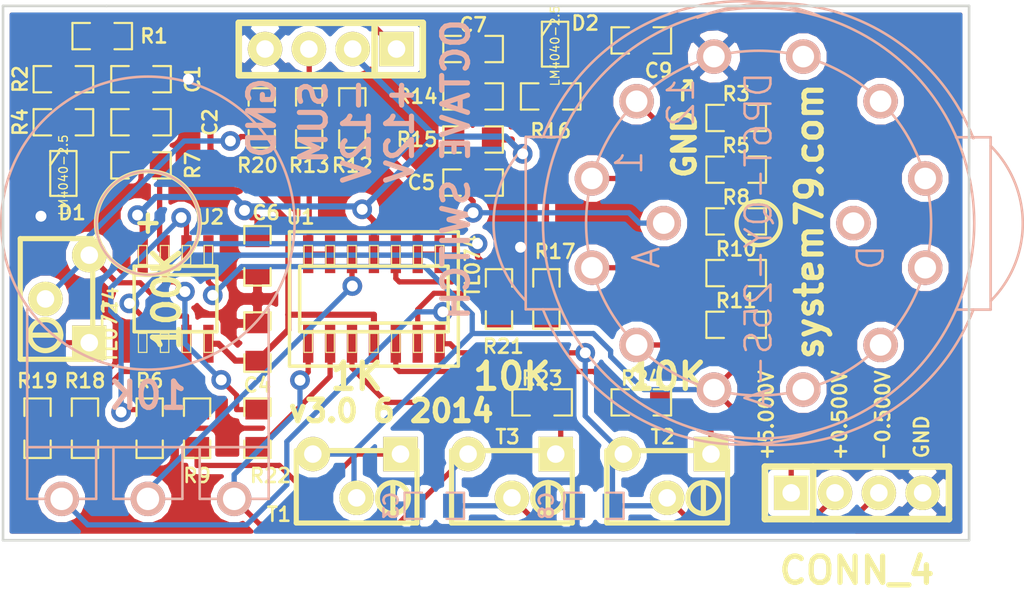
<source format=kicad_pcb>
(kicad_pcb (version 3) (host pcbnew "(2014-05-28 BZR 4896)-product")

  (general
    (links 88)
    (no_connects 0)
    (area 22.13794 16.06872 105.165477 54.37648)
    (thickness 1.6)
    (drawings 30)
    (tracks 270)
    (zones 0)
    (modules 45)
    (nets 35)
  )

  (page A3)
  (layers
    (15 F.Cu signal)
    (0 B.Cu signal)
    (16 B.Adhes user)
    (17 F.Adhes user)
    (18 B.Paste user)
    (19 F.Paste user)
    (20 B.SilkS user hide)
    (21 F.SilkS user)
    (22 B.Mask user)
    (23 F.Mask user)
    (24 Dwgs.User user)
    (25 Cmts.User user)
    (26 Eco1.User user)
    (27 Eco2.User user)
    (28 Edge.Cuts user)
  )

  (setup
    (last_trace_width 0.3048)
    (trace_clearance 0.3556)
    (zone_clearance 0.3048)
    (zone_45_only no)
    (trace_min 0.254)
    (segment_width 0.25)
    (edge_width 0.15)
    (via_size 1.143)
    (via_drill 0.635)
    (via_min_size 0.889)
    (via_min_drill 0.508)
    (uvia_size 0.508)
    (uvia_drill 0.127)
    (uvias_allowed no)
    (uvia_min_size 0.508)
    (uvia_min_drill 0.127)
    (pcb_text_width 0.3)
    (pcb_text_size 1.5 1.5)
    (mod_edge_width 0.15)
    (mod_text_size 1.5 1.5)
    (mod_text_width 0.15)
    (pad_size 2 2)
    (pad_drill 1.25)
    (pad_to_mask_clearance 0.02)
    (aux_axis_origin 0 0)
    (visible_elements 7FFEFF7F)
    (pcbplotparams
      (layerselection 284196865)
      (usegerberextensions true)
      (excludeedgelayer true)
      (linewidth 0.150000)
      (plotframeref false)
      (viasonmask false)
      (mode 1)
      (useauxorigin false)
      (hpglpennumber 1)
      (hpglpenspeed 20)
      (hpglpendiameter 15)
      (hpglpenoverlay 2)
      (psnegative false)
      (psa4output false)
      (plotreference true)
      (plotvalue false)
      (plotinvisibletext false)
      (padsonsilk false)
      (subtractmaskfromsilk true)
      (outputformat 1)
      (mirror false)
      (drillshape 0)
      (scaleselection 1)
      (outputdirectory "Gerbers 2.0/"))
  )

  (net 0 "")
  (net 1 +0.500V)
  (net 2 +12V)
  (net 3 +2.5V)
  (net 4 +5.00V)
  (net 5 -0.500V)
  (net 6 -12V)
  (net 7 -2.5V)
  (net 8 GND)
  (net 9 N-000001)
  (net 10 N-0000011)
  (net 11 N-0000013)
  (net 12 N-0000014)
  (net 13 N-0000015)
  (net 14 N-0000016)
  (net 15 N-0000017)
  (net 16 N-0000018)
  (net 17 N-0000019)
  (net 18 N-0000020)
  (net 19 N-0000021)
  (net 20 N-0000027)
  (net 21 N-0000028)
  (net 22 N-0000029)
  (net 23 N-000003)
  (net 24 N-0000030)
  (net 25 N-0000031)
  (net 26 N-0000032)
  (net 27 N-0000034)
  (net 28 N-0000035)
  (net 29 N-000005)
  (net 30 N-000006)
  (net 31 N-000007)
  (net 32 N-000008)
  (net 33 N-000009)
  (net 34 "SUM OUT")

  (net_class Default "This is the default net class."
    (clearance 0.3556)
    (trace_width 0.3048)
    (via_dia 1.143)
    (via_drill 0.635)
    (uvia_dia 0.508)
    (uvia_drill 0.127)
    (add_net +0.500V)
    (add_net +2.5V)
    (add_net +5.00V)
    (add_net -0.500V)
    (add_net -2.5V)
    (add_net N-000001)
    (add_net N-0000011)
    (add_net N-0000013)
    (add_net N-0000014)
    (add_net N-0000015)
    (add_net N-0000016)
    (add_net N-0000017)
    (add_net N-0000018)
    (add_net N-0000019)
    (add_net N-0000020)
    (add_net N-0000021)
    (add_net N-0000027)
    (add_net N-0000028)
    (add_net N-0000029)
    (add_net N-000003)
    (add_net N-0000030)
    (add_net N-0000031)
    (add_net N-0000032)
    (add_net N-0000034)
    (add_net N-0000035)
    (add_net N-000005)
    (add_net N-000006)
    (add_net N-000007)
    (add_net N-000008)
    (add_net N-000009)
    (add_net "SUM OUT")
  )

  (net_class POWER ""
    (clearance 0.4064)
    (trace_width 0.3556)
    (via_dia 1.143)
    (via_drill 0.635)
    (uvia_dia 0.508)
    (uvia_drill 0.127)
    (add_net +12V)
    (add_net -12V)
    (add_net GND)
  )

  (module RV16A-41 locked (layer B.Cu) (tedit 51A159F7) (tstamp 51A1666F)
    (at 34.4 32.6 180)
    (path /519D12D5)
    (fp_text reference POT1 (at 0 13 180) (layer B.SilkS) hide
      (effects (font (thickness 0.3048)) (justify mirror))
    )
    (fp_text value 10K (at 0 -9.99998 180) (layer B.SilkS)
      (effects (font (thickness 0.3048)) (justify mirror))
    )
    (fp_line (start -3 -13) (end -3 -16) (layer B.SilkS) (width 0.15))
    (fp_line (start -3 -16) (end -7 -16) (layer B.SilkS) (width 0.15))
    (fp_line (start 2 -13) (end 2 -16) (layer B.SilkS) (width 0.15))
    (fp_line (start 2 -16) (end -2 -16) (layer B.SilkS) (width 0.15))
    (fp_line (start -2 -16) (end -2 -13) (layer B.SilkS) (width 0.15))
    (fp_line (start 7 -16) (end 3 -16) (layer B.SilkS) (width 0.15))
    (fp_line (start 3 -16) (end 3 -13) (layer B.SilkS) (width 0.15))
    (fp_line (start -7 -13) (end 7 -13) (layer B.SilkS) (width 0.15))
    (fp_line (start 7 -16) (end 7 -5) (layer B.SilkS) (width 0.15))
    (fp_line (start -7 -16) (end -7 -5) (layer B.SilkS) (width 0.15))
    (fp_circle (center 0 0) (end 0 -3) (layer B.SilkS) (width 0.15))
    (fp_circle (center 0 0) (end 0 -8.5) (layer B.SilkS) (width 0.15))
    (pad 2 thru_hole circle (at 0 -16 180) (size 1.99898 1.99898) (drill 1.30048) (layers *.Cu *.Mask B.SilkS)
      (net 31 N-000007))
    (pad 3 thru_hole circle (at 5 -16 180) (size 1.99898 1.99898) (drill 1.30048) (layers *.Cu *.Mask B.SilkS)
      (net 1 +0.500V))
    (pad 1 thru_hole circle (at -5 -16 180) (size 1.99898 1.99898) (drill 1.30048) (layers *.Cu *.Mask B.SilkS)
      (net 5 -0.500V))
  )

  (module SOT23 (layer F.Cu) (tedit 525EE5A2) (tstamp 51B3EE73)
    (at 29.5 29.75 270)
    (tags SOT23)
    (path /519D2401)
    (fp_text reference D1 (at 2.25 -0.5 360) (layer F.SilkS)
      (effects (font (size 0.8128 0.8128) (thickness 0.1524)))
    )
    (fp_text value LM4040-2.5 (at 0.0635 0 270) (layer F.SilkS)
      (effects (font (size 0.50038 0.50038) (thickness 0.0762)))
    )
    (fp_line (start -0.508 0.762) (end -1.27 0.254) (layer F.SilkS) (width 0.127))
    (fp_line (start 1.27 0.762) (end -1.3335 0.762) (layer F.SilkS) (width 0.127))
    (fp_line (start -1.3335 0.762) (end -1.3335 -0.762) (layer F.SilkS) (width 0.127))
    (fp_line (start -1.3335 -0.762) (end 1.27 -0.762) (layer F.SilkS) (width 0.127))
    (fp_line (start 1.27 -0.762) (end 1.27 0.762) (layer F.SilkS) (width 0.127))
    (pad 3 smd rect (at 0 -1.27 270) (size 0.70104 1.00076) (layers F.Cu F.Paste F.Mask))
    (pad 2 smd rect (at 0.9525 1.27 270) (size 0.70104 1.00076) (layers F.Cu F.Paste F.Mask)
      (net 8 GND))
    (pad 1 smd rect (at -0.9525 1.27 270) (size 0.70104 1.00076) (layers F.Cu F.Paste F.Mask)
      (net 9 N-000001))
    (model smd/SOT23_6.wrl
      (at (xyz 0 0 0))
      (scale (xyz 0.11 0.11 0.11))
      (rotate (xyz 0 0 -180))
    )
  )

  (module SM0805-HAND (layer F.Cu) (tedit 539FAC60) (tstamp 51A17943)
    (at 40.75 39.5 90)
    (path /519D2BE9)
    (attr smd)
    (fp_text reference C6 (at 7.5 0.5 360) (layer F.SilkS)
      (effects (font (size 0.8128 0.8128) (thickness 0.1524)))
    )
    (fp_text value 0.1u (at 0 0 90) (layer F.SilkS) hide
      (effects (font (size 0.635 0.635) (thickness 0.127)))
    )
    (fp_line (start -0.7112 0.762) (end -1.7272 0.762) (layer F.SilkS) (width 0.127))
    (fp_line (start -1.7272 0.762) (end -1.7272 -0.762) (layer F.SilkS) (width 0.127))
    (fp_line (start -1.7272 -0.762) (end -0.7112 -0.762) (layer F.SilkS) (width 0.127))
    (fp_line (start 0.7112 -0.762) (end 1.7272 -0.762) (layer F.SilkS) (width 0.127))
    (fp_line (start 1.7272 -0.762) (end 1.7272 0.762) (layer F.SilkS) (width 0.127))
    (fp_line (start 1.7272 0.762) (end 0.7112 0.762) (layer F.SilkS) (width 0.127))
    (pad 1 smd rect (at -1.0795 0 90) (size 1.143 1.397) (layers F.Cu F.Paste F.Mask)
      (net 2 +12V))
    (pad 2 smd rect (at 1.0795 0 90) (size 1.143 1.397) (layers F.Cu F.Paste F.Mask)
      (net 8 GND))
    (model smd/chip_cms.wrl
      (at (xyz 0 0 0))
      (scale (xyz 0.1 0.1 0.1))
      (rotate (xyz 0 0 0))
    )
  )

  (module SM0805-HAND (layer F.Cu) (tedit 539FAC68) (tstamp 51A17936)
    (at 40.75 34.5 90)
    (path /519D2BE3)
    (attr smd)
    (fp_text reference C4 (at -7.5 0 180) (layer F.SilkS)
      (effects (font (size 0.8128 0.8128) (thickness 0.1524)))
    )
    (fp_text value 0.1u (at 0 0 90) (layer F.SilkS) hide
      (effects (font (size 0.635 0.635) (thickness 0.127)))
    )
    (fp_line (start -0.7112 0.762) (end -1.7272 0.762) (layer F.SilkS) (width 0.127))
    (fp_line (start -1.7272 0.762) (end -1.7272 -0.762) (layer F.SilkS) (width 0.127))
    (fp_line (start -1.7272 -0.762) (end -0.7112 -0.762) (layer F.SilkS) (width 0.127))
    (fp_line (start 0.7112 -0.762) (end 1.7272 -0.762) (layer F.SilkS) (width 0.127))
    (fp_line (start 1.7272 -0.762) (end 1.7272 0.762) (layer F.SilkS) (width 0.127))
    (fp_line (start 1.7272 0.762) (end 0.7112 0.762) (layer F.SilkS) (width 0.127))
    (pad 1 smd rect (at -1.0795 0 90) (size 1.143 1.397) (layers F.Cu F.Paste F.Mask)
      (net 8 GND))
    (pad 2 smd rect (at 1.0795 0 90) (size 1.143 1.397) (layers F.Cu F.Paste F.Mask)
      (net 6 -12V))
    (model smd/chip_cms.wrl
      (at (xyz 0 0 0))
      (scale (xyz 0.1 0.1 0.1))
      (rotate (xyz 0 0 0))
    )
  )

  (module SM0805-HAND (layer F.Cu) (tedit 525F01A8) (tstamp 51A17CBF)
    (at 43.75 26.5 90)
    (path /519D2BD8)
    (attr smd)
    (fp_text reference R13 (at -2.75 0 180) (layer F.SilkS)
      (effects (font (size 0.8128 0.8128) (thickness 0.1524)))
    )
    (fp_text value 100K (at 0 0 90) (layer F.SilkS) hide
      (effects (font (size 0.635 0.635) (thickness 0.127)))
    )
    (fp_line (start -0.7112 0.762) (end -1.7272 0.762) (layer F.SilkS) (width 0.127))
    (fp_line (start -1.7272 0.762) (end -1.7272 -0.762) (layer F.SilkS) (width 0.127))
    (fp_line (start -1.7272 -0.762) (end -0.7112 -0.762) (layer F.SilkS) (width 0.127))
    (fp_line (start 0.7112 -0.762) (end 1.7272 -0.762) (layer F.SilkS) (width 0.127))
    (fp_line (start 1.7272 -0.762) (end 1.7272 0.762) (layer F.SilkS) (width 0.127))
    (fp_line (start 1.7272 0.762) (end 0.7112 0.762) (layer F.SilkS) (width 0.127))
    (pad 1 smd rect (at -1.0795 0 90) (size 1.143 1.397) (layers F.Cu F.Paste F.Mask)
      (net 32 N-000008))
    (pad 2 smd rect (at 1.0795 0 90) (size 1.143 1.397) (layers F.Cu F.Paste F.Mask)
      (net 34 "SUM OUT"))
    (model smd/chip_cms.wrl
      (at (xyz 0 0 0))
      (scale (xyz 0.1 0.1 0.1))
      (rotate (xyz 0 0 0))
    )
  )

  (module SM0805-HAND (layer F.Cu) (tedit 525F515D) (tstamp 525F5187)
    (at 68.5 38.5)
    (path /519D2B88)
    (attr smd)
    (fp_text reference R11 (at 0 -1.397) (layer F.SilkS)
      (effects (font (size 0.8128 0.8128) (thickness 0.1524)))
    )
    (fp_text value 10K (at 0 0) (layer F.SilkS) hide
      (effects (font (size 0.635 0.635) (thickness 0.127)))
    )
    (fp_line (start -0.7112 0.762) (end -1.7272 0.762) (layer F.SilkS) (width 0.127))
    (fp_line (start -1.7272 0.762) (end -1.7272 -0.762) (layer F.SilkS) (width 0.127))
    (fp_line (start -1.7272 -0.762) (end -0.7112 -0.762) (layer F.SilkS) (width 0.127))
    (fp_line (start 0.7112 -0.762) (end 1.7272 -0.762) (layer F.SilkS) (width 0.127))
    (fp_line (start 1.7272 -0.762) (end 1.7272 0.762) (layer F.SilkS) (width 0.127))
    (fp_line (start 1.7272 0.762) (end 0.7112 0.762) (layer F.SilkS) (width 0.127))
    (pad 1 smd rect (at -1.0795 0) (size 1.143 1.397) (layers F.Cu F.Paste F.Mask)
      (net 16 N-0000018))
    (pad 2 smd rect (at 1.0795 0) (size 1.143 1.397) (layers F.Cu F.Paste F.Mask)
      (net 4 +5.00V))
    (model smd/chip_cms.wrl
      (at (xyz 0 0 0))
      (scale (xyz 0.1 0.1 0.1))
      (rotate (xyz 0 0 0))
    )
  )

  (module SM0805-HAND (layer F.Cu) (tedit 525F5157) (tstamp 525F5194)
    (at 68.5 35.5)
    (path /519D2B82)
    (attr smd)
    (fp_text reference R10 (at 0 -1.397) (layer F.SilkS)
      (effects (font (size 0.8128 0.8128) (thickness 0.1524)))
    )
    (fp_text value 10K (at 0 0) (layer F.SilkS) hide
      (effects (font (size 0.635 0.635) (thickness 0.127)))
    )
    (fp_line (start -0.7112 0.762) (end -1.7272 0.762) (layer F.SilkS) (width 0.127))
    (fp_line (start -1.7272 0.762) (end -1.7272 -0.762) (layer F.SilkS) (width 0.127))
    (fp_line (start -1.7272 -0.762) (end -0.7112 -0.762) (layer F.SilkS) (width 0.127))
    (fp_line (start 0.7112 -0.762) (end 1.7272 -0.762) (layer F.SilkS) (width 0.127))
    (fp_line (start 1.7272 -0.762) (end 1.7272 0.762) (layer F.SilkS) (width 0.127))
    (fp_line (start 1.7272 0.762) (end 0.7112 0.762) (layer F.SilkS) (width 0.127))
    (pad 1 smd rect (at -1.0795 0) (size 1.143 1.397) (layers F.Cu F.Paste F.Mask)
      (net 15 N-0000017))
    (pad 2 smd rect (at 1.0795 0) (size 1.143 1.397) (layers F.Cu F.Paste F.Mask)
      (net 16 N-0000018))
    (model smd/chip_cms.wrl
      (at (xyz 0 0 0))
      (scale (xyz 0.1 0.1 0.1))
      (rotate (xyz 0 0 0))
    )
  )

  (module SM0805-HAND (layer F.Cu) (tedit 525F514F) (tstamp 525F51A1)
    (at 68.5 32.5)
    (path /519D2B7C)
    (attr smd)
    (fp_text reference R8 (at 0 -1.397) (layer F.SilkS)
      (effects (font (size 0.8128 0.8128) (thickness 0.1524)))
    )
    (fp_text value 10K (at 0 0) (layer F.SilkS) hide
      (effects (font (size 0.635 0.635) (thickness 0.127)))
    )
    (fp_line (start -0.7112 0.762) (end -1.7272 0.762) (layer F.SilkS) (width 0.127))
    (fp_line (start -1.7272 0.762) (end -1.7272 -0.762) (layer F.SilkS) (width 0.127))
    (fp_line (start -1.7272 -0.762) (end -0.7112 -0.762) (layer F.SilkS) (width 0.127))
    (fp_line (start 0.7112 -0.762) (end 1.7272 -0.762) (layer F.SilkS) (width 0.127))
    (fp_line (start 1.7272 -0.762) (end 1.7272 0.762) (layer F.SilkS) (width 0.127))
    (fp_line (start 1.7272 0.762) (end 0.7112 0.762) (layer F.SilkS) (width 0.127))
    (pad 1 smd rect (at -1.0795 0) (size 1.143 1.397) (layers F.Cu F.Paste F.Mask)
      (net 14 N-0000016))
    (pad 2 smd rect (at 1.0795 0) (size 1.143 1.397) (layers F.Cu F.Paste F.Mask)
      (net 15 N-0000017))
    (model smd/chip_cms.wrl
      (at (xyz 0 0 0))
      (scale (xyz 0.1 0.1 0.1))
      (rotate (xyz 0 0 0))
    )
  )

  (module SM0805-HAND (layer F.Cu) (tedit 525F5144) (tstamp 525F51AE)
    (at 68.5 29.5)
    (path /519D2B76)
    (attr smd)
    (fp_text reference R5 (at 0 -1.397) (layer F.SilkS)
      (effects (font (size 0.8128 0.8128) (thickness 0.1524)))
    )
    (fp_text value 10K (at 0 0) (layer F.SilkS) hide
      (effects (font (size 0.635 0.635) (thickness 0.127)))
    )
    (fp_line (start -0.7112 0.762) (end -1.7272 0.762) (layer F.SilkS) (width 0.127))
    (fp_line (start -1.7272 0.762) (end -1.7272 -0.762) (layer F.SilkS) (width 0.127))
    (fp_line (start -1.7272 -0.762) (end -0.7112 -0.762) (layer F.SilkS) (width 0.127))
    (fp_line (start 0.7112 -0.762) (end 1.7272 -0.762) (layer F.SilkS) (width 0.127))
    (fp_line (start 1.7272 -0.762) (end 1.7272 0.762) (layer F.SilkS) (width 0.127))
    (fp_line (start 1.7272 0.762) (end 0.7112 0.762) (layer F.SilkS) (width 0.127))
    (pad 1 smd rect (at -1.0795 0) (size 1.143 1.397) (layers F.Cu F.Paste F.Mask)
      (net 33 N-000009))
    (pad 2 smd rect (at 1.0795 0) (size 1.143 1.397) (layers F.Cu F.Paste F.Mask)
      (net 14 N-0000016))
    (model smd/chip_cms.wrl
      (at (xyz 0 0 0))
      (scale (xyz 0.1 0.1 0.1))
      (rotate (xyz 0 0 0))
    )
  )

  (module SM0805-HAND (layer F.Cu) (tedit 525F513C) (tstamp 525F51BB)
    (at 68.5 26.5)
    (path /519D2B70)
    (attr smd)
    (fp_text reference R3 (at 0 -1.397) (layer F.SilkS)
      (effects (font (size 0.8128 0.8128) (thickness 0.1524)))
    )
    (fp_text value 10K (at 0 0) (layer F.SilkS) hide
      (effects (font (size 0.635 0.635) (thickness 0.127)))
    )
    (fp_line (start -0.7112 0.762) (end -1.7272 0.762) (layer F.SilkS) (width 0.127))
    (fp_line (start -1.7272 0.762) (end -1.7272 -0.762) (layer F.SilkS) (width 0.127))
    (fp_line (start -1.7272 -0.762) (end -0.7112 -0.762) (layer F.SilkS) (width 0.127))
    (fp_line (start 0.7112 -0.762) (end 1.7272 -0.762) (layer F.SilkS) (width 0.127))
    (fp_line (start 1.7272 -0.762) (end 1.7272 0.762) (layer F.SilkS) (width 0.127))
    (fp_line (start 1.7272 0.762) (end 0.7112 0.762) (layer F.SilkS) (width 0.127))
    (pad 1 smd rect (at -1.0795 0) (size 1.143 1.397) (layers F.Cu F.Paste F.Mask)
      (net 8 GND))
    (pad 2 smd rect (at 1.0795 0) (size 1.143 1.397) (layers F.Cu F.Paste F.Mask)
      (net 33 N-000009))
    (model smd/chip_cms.wrl
      (at (xyz 0 0 0))
      (scale (xyz 0.1 0.1 0.1))
      (rotate (xyz 0 0 0))
    )
  )

  (module SM0805-HAND (layer F.Cu) (tedit 525EE57E) (tstamp 525DFA7B)
    (at 34 29.25)
    (path /519D2A89)
    (attr smd)
    (fp_text reference R7 (at 3 0 90) (layer F.SilkS)
      (effects (font (size 0.8128 0.8128) (thickness 0.1524)))
    )
    (fp_text value 33K (at 0 0) (layer F.SilkS) hide
      (effects (font (size 0.635 0.635) (thickness 0.127)))
    )
    (fp_line (start -0.7112 0.762) (end -1.7272 0.762) (layer F.SilkS) (width 0.127))
    (fp_line (start -1.7272 0.762) (end -1.7272 -0.762) (layer F.SilkS) (width 0.127))
    (fp_line (start -1.7272 -0.762) (end -0.7112 -0.762) (layer F.SilkS) (width 0.127))
    (fp_line (start 0.7112 -0.762) (end 1.7272 -0.762) (layer F.SilkS) (width 0.127))
    (fp_line (start 1.7272 -0.762) (end 1.7272 0.762) (layer F.SilkS) (width 0.127))
    (fp_line (start 1.7272 0.762) (end 0.7112 0.762) (layer F.SilkS) (width 0.127))
    (pad 1 smd rect (at -1.0795 0) (size 1.143 1.397) (layers F.Cu F.Paste F.Mask)
      (net 12 N-0000014))
    (pad 2 smd rect (at 1.0795 0) (size 1.143 1.397) (layers F.Cu F.Paste F.Mask)
      (net 3 +2.5V))
    (model smd/chip_cms.wrl
      (at (xyz 0 0 0))
      (scale (xyz 0.1 0.1 0.1))
      (rotate (xyz 0 0 0))
    )
  )

  (module SM0805-HAND (layer F.Cu) (tedit 525EE589) (tstamp 51A178CE)
    (at 29.5 24.25)
    (path /519D2A6D)
    (attr smd)
    (fp_text reference R2 (at -2.5 0 90) (layer F.SilkS)
      (effects (font (size 0.8128 0.8128) (thickness 0.1524)))
    )
    (fp_text value 4.7K (at 0 0) (layer F.SilkS) hide
      (effects (font (size 0.635 0.635) (thickness 0.127)))
    )
    (fp_line (start -0.7112 0.762) (end -1.7272 0.762) (layer F.SilkS) (width 0.127))
    (fp_line (start -1.7272 0.762) (end -1.7272 -0.762) (layer F.SilkS) (width 0.127))
    (fp_line (start -1.7272 -0.762) (end -0.7112 -0.762) (layer F.SilkS) (width 0.127))
    (fp_line (start 0.7112 -0.762) (end 1.7272 -0.762) (layer F.SilkS) (width 0.127))
    (fp_line (start 1.7272 -0.762) (end 1.7272 0.762) (layer F.SilkS) (width 0.127))
    (fp_line (start 1.7272 0.762) (end 0.7112 0.762) (layer F.SilkS) (width 0.127))
    (pad 1 smd rect (at -1.0795 0) (size 1.143 1.397) (layers F.Cu F.Paste F.Mask)
      (net 9 N-000001))
    (pad 2 smd rect (at 1.0795 0) (size 1.143 1.397) (layers F.Cu F.Paste F.Mask)
      (net 23 N-000003))
    (model smd/chip_cms.wrl
      (at (xyz 0 0 0))
      (scale (xyz 0.1 0.1 0.1))
      (rotate (xyz 0 0 0))
    )
  )

  (module SM0805-HAND (layer F.Cu) (tedit 525EE57A) (tstamp 51A178C1)
    (at 34 24.25)
    (path /519D1988)
    (attr smd)
    (fp_text reference C1 (at 3 0 90) (layer F.SilkS)
      (effects (font (size 0.8128 0.8128) (thickness 0.1524)))
    )
    (fp_text value 0.1u (at 0 0) (layer F.SilkS) hide
      (effects (font (size 0.635 0.635) (thickness 0.127)))
    )
    (fp_line (start -0.7112 0.762) (end -1.7272 0.762) (layer F.SilkS) (width 0.127))
    (fp_line (start -1.7272 0.762) (end -1.7272 -0.762) (layer F.SilkS) (width 0.127))
    (fp_line (start -1.7272 -0.762) (end -0.7112 -0.762) (layer F.SilkS) (width 0.127))
    (fp_line (start 0.7112 -0.762) (end 1.7272 -0.762) (layer F.SilkS) (width 0.127))
    (fp_line (start 1.7272 -0.762) (end 1.7272 0.762) (layer F.SilkS) (width 0.127))
    (fp_line (start 1.7272 0.762) (end 0.7112 0.762) (layer F.SilkS) (width 0.127))
    (pad 1 smd rect (at -1.0795 0) (size 1.143 1.397) (layers F.Cu F.Paste F.Mask)
      (net 23 N-000003))
    (pad 2 smd rect (at 1.0795 0) (size 1.143 1.397) (layers F.Cu F.Paste F.Mask)
      (net 8 GND))
    (model smd/chip_cms.wrl
      (at (xyz 0 0 0))
      (scale (xyz 0.1 0.1 0.1))
      (rotate (xyz 0 0 0))
    )
  )

  (module SM0805-HAND (layer F.Cu) (tedit 525F01B1) (tstamp 51A178B4)
    (at 46.25 26.5 90)
    (path /519D163B)
    (attr smd)
    (fp_text reference R12 (at -2.75 0 180) (layer F.SilkS)
      (effects (font (size 0.8128 0.8128) (thickness 0.1524)))
    )
    (fp_text value 100K (at 0 0 90) (layer F.SilkS) hide
      (effects (font (size 0.635 0.635) (thickness 0.127)))
    )
    (fp_line (start -0.7112 0.762) (end -1.7272 0.762) (layer F.SilkS) (width 0.127))
    (fp_line (start -1.7272 0.762) (end -1.7272 -0.762) (layer F.SilkS) (width 0.127))
    (fp_line (start -1.7272 -0.762) (end -0.7112 -0.762) (layer F.SilkS) (width 0.127))
    (fp_line (start 0.7112 -0.762) (end 1.7272 -0.762) (layer F.SilkS) (width 0.127))
    (fp_line (start 1.7272 -0.762) (end 1.7272 0.762) (layer F.SilkS) (width 0.127))
    (fp_line (start 1.7272 0.762) (end 0.7112 0.762) (layer F.SilkS) (width 0.127))
    (pad 1 smd rect (at -1.0795 0 90) (size 1.143 1.397) (layers F.Cu F.Paste F.Mask)
      (net 29 N-000005))
    (pad 2 smd rect (at 1.0795 0 90) (size 1.143 1.397) (layers F.Cu F.Paste F.Mask)
      (net 34 "SUM OUT"))
    (model smd/chip_cms.wrl
      (at (xyz 0 0 0))
      (scale (xyz 0.1 0.1 0.1))
      (rotate (xyz 0 0 0))
    )
  )

  (module SM0805-HAND (layer F.Cu) (tedit 539B3FD6) (tstamp 525E0007)
    (at 53.25 30.25)
    (path /519D1571)
    (attr smd)
    (fp_text reference C5 (at -3 0) (layer F.SilkS)
      (effects (font (size 0.8128 0.8128) (thickness 0.1524)))
    )
    (fp_text value 0.001u (at 0 0) (layer F.SilkS) hide
      (effects (font (size 0.635 0.635) (thickness 0.127)))
    )
    (fp_line (start -0.7112 0.762) (end -1.7272 0.762) (layer F.SilkS) (width 0.127))
    (fp_line (start -1.7272 0.762) (end -1.7272 -0.762) (layer F.SilkS) (width 0.127))
    (fp_line (start -1.7272 -0.762) (end -0.7112 -0.762) (layer F.SilkS) (width 0.127))
    (fp_line (start 0.7112 -0.762) (end 1.7272 -0.762) (layer F.SilkS) (width 0.127))
    (fp_line (start 1.7272 -0.762) (end 1.7272 0.762) (layer F.SilkS) (width 0.127))
    (fp_line (start 1.7272 0.762) (end 0.7112 0.762) (layer F.SilkS) (width 0.127))
    (pad 1 smd rect (at -1.0795 0) (size 1.143 1.397) (layers F.Cu F.Paste F.Mask)
      (net 10 N-0000011))
    (pad 2 smd rect (at 1.0795 0) (size 1.143 1.397) (layers F.Cu F.Paste F.Mask)
      (net 8 GND))
    (model smd/chip_cms.wrl
      (at (xyz 0 0 0))
      (scale (xyz 0.1 0.1 0.1))
      (rotate (xyz 0 0 0))
    )
  )

  (module SM0805-HAND (layer B.Cu) (tedit 525F049E) (tstamp 51A21D89)
    (at 51 49)
    (path /519D137C)
    (attr smd)
    (fp_text reference C3 (at -2.5 0 90) (layer B.SilkS)
      (effects (font (size 0.8128 0.8128) (thickness 0.1524)) (justify mirror))
    )
    (fp_text value 0.001u (at 0 0) (layer B.SilkS) hide
      (effects (font (size 0.635 0.635) (thickness 0.127)) (justify mirror))
    )
    (fp_line (start -0.7112 -0.762) (end -1.7272 -0.762) (layer B.SilkS) (width 0.127))
    (fp_line (start -1.7272 -0.762) (end -1.7272 0.762) (layer B.SilkS) (width 0.127))
    (fp_line (start -1.7272 0.762) (end -0.7112 0.762) (layer B.SilkS) (width 0.127))
    (fp_line (start 0.7112 0.762) (end 1.7272 0.762) (layer B.SilkS) (width 0.127))
    (fp_line (start 1.7272 0.762) (end 1.7272 -0.762) (layer B.SilkS) (width 0.127))
    (fp_line (start 1.7272 -0.762) (end 0.7112 -0.762) (layer B.SilkS) (width 0.127))
    (pad 1 smd rect (at -1.0795 0) (size 1.143 1.397) (layers B.Cu B.Paste B.Mask)
      (net 8 GND))
    (pad 2 smd rect (at 1.0795 0) (size 1.143 1.397) (layers B.Cu B.Paste B.Mask)
      (net 5 -0.500V))
    (model smd/chip_cms.wrl
      (at (xyz 0 0 0))
      (scale (xyz 0.1 0.1 0.1))
      (rotate (xyz 0 0 0))
    )
  )

  (module SM0805-HAND (layer F.Cu) (tedit 525F018F) (tstamp 525DFC6C)
    (at 37.25 44.5 270)
    (path /519D0FCF)
    (attr smd)
    (fp_text reference R9 (at 2.75 0 360) (layer F.SilkS)
      (effects (font (size 0.8128 0.8128) (thickness 0.1524)))
    )
    (fp_text value 9.53K (at 0 0 270) (layer F.SilkS) hide
      (effects (font (size 0.635 0.635) (thickness 0.127)))
    )
    (fp_line (start -0.7112 0.762) (end -1.7272 0.762) (layer F.SilkS) (width 0.127))
    (fp_line (start -1.7272 0.762) (end -1.7272 -0.762) (layer F.SilkS) (width 0.127))
    (fp_line (start -1.7272 -0.762) (end -0.7112 -0.762) (layer F.SilkS) (width 0.127))
    (fp_line (start 0.7112 -0.762) (end 1.7272 -0.762) (layer F.SilkS) (width 0.127))
    (fp_line (start 1.7272 -0.762) (end 1.7272 0.762) (layer F.SilkS) (width 0.127))
    (fp_line (start 1.7272 0.762) (end 0.7112 0.762) (layer F.SilkS) (width 0.127))
    (pad 1 smd rect (at -1.0795 0 270) (size 1.143 1.397) (layers F.Cu F.Paste F.Mask)
      (net 27 N-0000034))
    (pad 2 smd rect (at 1.0795 0 270) (size 1.143 1.397) (layers F.Cu F.Paste F.Mask)
      (net 11 N-0000013))
    (model smd/chip_cms.wrl
      (at (xyz 0 0 0))
      (scale (xyz 0.1 0.1 0.1))
      (rotate (xyz 0 0 0))
    )
  )

  (module SM0805-HAND (layer F.Cu) (tedit 525EE571) (tstamp 51A17880)
    (at 34 26.75)
    (path /519D0F8A)
    (attr smd)
    (fp_text reference C2 (at 4 0 90) (layer F.SilkS)
      (effects (font (size 0.8128 0.8128) (thickness 0.1524)))
    )
    (fp_text value 0.1u (at 0 0) (layer F.SilkS) hide
      (effects (font (size 0.635 0.635) (thickness 0.127)))
    )
    (fp_line (start -0.7112 0.762) (end -1.7272 0.762) (layer F.SilkS) (width 0.127))
    (fp_line (start -1.7272 0.762) (end -1.7272 -0.762) (layer F.SilkS) (width 0.127))
    (fp_line (start -1.7272 -0.762) (end -0.7112 -0.762) (layer F.SilkS) (width 0.127))
    (fp_line (start 0.7112 -0.762) (end 1.7272 -0.762) (layer F.SilkS) (width 0.127))
    (fp_line (start 1.7272 -0.762) (end 1.7272 0.762) (layer F.SilkS) (width 0.127))
    (fp_line (start 1.7272 0.762) (end 0.7112 0.762) (layer F.SilkS) (width 0.127))
    (pad 1 smd rect (at -1.0795 0) (size 1.143 1.397) (layers F.Cu F.Paste F.Mask)
      (net 12 N-0000014))
    (pad 2 smd rect (at 1.0795 0) (size 1.143 1.397) (layers F.Cu F.Paste F.Mask)
      (net 8 GND))
    (model smd/chip_cms.wrl
      (at (xyz 0 0 0))
      (scale (xyz 0.1 0.1 0.1))
      (rotate (xyz 0 0 0))
    )
  )

  (module SM0805-HAND (layer F.Cu) (tedit 525F0189) (tstamp 525DFC52)
    (at 34.5 44.5 90)
    (path /519D0F4A)
    (attr smd)
    (fp_text reference R6 (at 2.75 0 180) (layer F.SilkS)
      (effects (font (size 0.8128 0.8128) (thickness 0.1524)))
    )
    (fp_text value 10K (at 0 0 90) (layer F.SilkS) hide
      (effects (font (size 0.635 0.635) (thickness 0.127)))
    )
    (fp_line (start -0.7112 0.762) (end -1.7272 0.762) (layer F.SilkS) (width 0.127))
    (fp_line (start -1.7272 0.762) (end -1.7272 -0.762) (layer F.SilkS) (width 0.127))
    (fp_line (start -1.7272 -0.762) (end -0.7112 -0.762) (layer F.SilkS) (width 0.127))
    (fp_line (start 0.7112 -0.762) (end 1.7272 -0.762) (layer F.SilkS) (width 0.127))
    (fp_line (start 1.7272 -0.762) (end 1.7272 0.762) (layer F.SilkS) (width 0.127))
    (fp_line (start 1.7272 0.762) (end 0.7112 0.762) (layer F.SilkS) (width 0.127))
    (pad 1 smd rect (at -1.0795 0 90) (size 1.143 1.397) (layers F.Cu F.Paste F.Mask)
      (net 8 GND))
    (pad 2 smd rect (at 1.0795 0 90) (size 1.143 1.397) (layers F.Cu F.Paste F.Mask)
      (net 27 N-0000034))
    (model smd/chip_cms.wrl
      (at (xyz 0 0 0))
      (scale (xyz 0.1 0.1 0.1))
      (rotate (xyz 0 0 0))
    )
  )

  (module SM0805-HAND (layer F.Cu) (tedit 525EE591) (tstamp 51A17866)
    (at 29.5 26.75)
    (path /519D0F44)
    (attr smd)
    (fp_text reference R4 (at -2.5 0 90) (layer F.SilkS)
      (effects (font (size 0.8128 0.8128) (thickness 0.1524)))
    )
    (fp_text value 33K (at 0 0) (layer F.SilkS) hide
      (effects (font (size 0.635 0.635) (thickness 0.127)))
    )
    (fp_line (start -0.7112 0.762) (end -1.7272 0.762) (layer F.SilkS) (width 0.127))
    (fp_line (start -1.7272 0.762) (end -1.7272 -0.762) (layer F.SilkS) (width 0.127))
    (fp_line (start -1.7272 -0.762) (end -0.7112 -0.762) (layer F.SilkS) (width 0.127))
    (fp_line (start 0.7112 -0.762) (end 1.7272 -0.762) (layer F.SilkS) (width 0.127))
    (fp_line (start 1.7272 -0.762) (end 1.7272 0.762) (layer F.SilkS) (width 0.127))
    (fp_line (start 1.7272 0.762) (end 0.7112 0.762) (layer F.SilkS) (width 0.127))
    (pad 1 smd rect (at -1.0795 0) (size 1.143 1.397) (layers F.Cu F.Paste F.Mask)
      (net 9 N-000001))
    (pad 2 smd rect (at 1.0795 0) (size 1.143 1.397) (layers F.Cu F.Paste F.Mask)
      (net 12 N-0000014))
    (model smd/chip_cms.wrl
      (at (xyz 0 0 0))
      (scale (xyz 0.1 0.1 0.1))
      (rotate (xyz 0 0 0))
    )
  )

  (module SM0805-HAND (layer F.Cu) (tedit 51B64925) (tstamp 51A17859)
    (at 31.75 21.75)
    (path /519D0F3E)
    (attr smd)
    (fp_text reference R1 (at 3 0) (layer F.SilkS)
      (effects (font (size 0.8128 0.8128) (thickness 0.1524)))
    )
    (fp_text value 4.7K (at 0 0) (layer F.SilkS) hide
      (effects (font (size 0.635 0.635) (thickness 0.127)))
    )
    (fp_line (start -0.7112 0.762) (end -1.7272 0.762) (layer F.SilkS) (width 0.127))
    (fp_line (start -1.7272 0.762) (end -1.7272 -0.762) (layer F.SilkS) (width 0.127))
    (fp_line (start -1.7272 -0.762) (end -0.7112 -0.762) (layer F.SilkS) (width 0.127))
    (fp_line (start 0.7112 -0.762) (end 1.7272 -0.762) (layer F.SilkS) (width 0.127))
    (fp_line (start 1.7272 -0.762) (end 1.7272 0.762) (layer F.SilkS) (width 0.127))
    (fp_line (start 1.7272 0.762) (end 0.7112 0.762) (layer F.SilkS) (width 0.127))
    (pad 1 smd rect (at -1.0795 0) (size 1.143 1.397) (layers F.Cu F.Paste F.Mask)
      (net 23 N-000003))
    (pad 2 smd rect (at 1.0795 0) (size 1.143 1.397) (layers F.Cu F.Paste F.Mask)
      (net 2 +12V))
    (model smd/chip_cms.wrl
      (at (xyz 0 0 0))
      (scale (xyz 0.1 0.1 0.1))
      (rotate (xyz 0 0 0))
    )
  )

  (module CONN_0100_X_4 (layer F.Cu) (tedit 51F423C4) (tstamp 51A1784C)
    (at 45 22.5 180)
    (path /519D2609)
    (fp_text reference P2 (at 0 -5.00126 180) (layer F.SilkS) hide
      (effects (font (thickness 0.3048)))
    )
    (fp_text value CONN_4 (at 0 4.50088 180) (layer F.SilkS) hide
      (effects (font (thickness 0.3048)))
    )
    (fp_line (start -2.54 -1.524) (end -2.54 1.524) (layer F.SilkS) (width 0.381))
    (fp_line (start -5.334 -1.524) (end -5.334 1.524) (layer F.SilkS) (width 0.381))
    (fp_line (start -5.334 1.524) (end 5.334 1.524) (layer F.SilkS) (width 0.381))
    (fp_line (start 5.334 1.524) (end 5.334 -1.524) (layer F.SilkS) (width 0.381))
    (fp_line (start 5.334 -1.524) (end -5.334 -1.524) (layer F.SilkS) (width 0.381))
    (pad 1 thru_hole rect (at -3.81 0 180) (size 1.99898 1.99898) (drill 1.016) (layers *.Cu *.Mask F.SilkS)
      (net 2 +12V))
    (pad 2 thru_hole circle (at -1.27 0 180) (size 1.99898 1.99898) (drill 1.016) (layers *.Cu *.Mask F.SilkS)
      (net 6 -12V))
    (pad 3 thru_hole circle (at 1.27 0 180) (size 1.99898 1.99898) (drill 1.016) (layers *.Cu *.Mask F.SilkS)
      (net 34 "SUM OUT"))
    (pad 4 thru_hole circle (at 3.81 0 180) (size 1.99898 1.99898) (drill 1.016) (layers *.Cu *.Mask F.SilkS)
      (net 8 GND))
  )

  (module -SO14 (layer F.Cu) (tedit 539FAC56) (tstamp 5240F84E)
    (at 47.5 37)
    (descr "SMALL OUTLINE INTEGRATED CIRCUIT")
    (tags "SMALL OUTLINE INTEGRATED CIRCUIT")
    (path /5196B5A0)
    (attr smd)
    (fp_text reference U1 (at -4.25 -4.75 180) (layer F.SilkS)
      (effects (font (size 0.8128 0.8128) (thickness 0.1524)))
    )
    (fp_text value TL074 (at 5.715 -1.905 90) (layer F.SilkS)
      (effects (font (size 0.8128 0.8128) (thickness 0.1524)))
    )
    (fp_line (start -4.05384 3.0988) (end -3.56362 3.0988) (layer F.SilkS) (width 0.06604))
    (fp_line (start -3.56362 3.0988) (end -3.56362 1.99898) (layer F.SilkS) (width 0.06604))
    (fp_line (start -4.05384 1.99898) (end -3.56362 1.99898) (layer F.SilkS) (width 0.06604))
    (fp_line (start -4.05384 3.0988) (end -4.05384 1.99898) (layer F.SilkS) (width 0.06604))
    (fp_line (start -2.78384 3.0988) (end -2.29362 3.0988) (layer F.SilkS) (width 0.06604))
    (fp_line (start -2.29362 3.0988) (end -2.29362 1.99898) (layer F.SilkS) (width 0.06604))
    (fp_line (start -2.78384 1.99898) (end -2.29362 1.99898) (layer F.SilkS) (width 0.06604))
    (fp_line (start -2.78384 3.0988) (end -2.78384 1.99898) (layer F.SilkS) (width 0.06604))
    (fp_line (start -1.51384 3.0988) (end -1.02362 3.0988) (layer F.SilkS) (width 0.06604))
    (fp_line (start -1.02362 3.0988) (end -1.02362 1.99898) (layer F.SilkS) (width 0.06604))
    (fp_line (start -1.51384 1.99898) (end -1.02362 1.99898) (layer F.SilkS) (width 0.06604))
    (fp_line (start -1.51384 3.0988) (end -1.51384 1.99898) (layer F.SilkS) (width 0.06604))
    (fp_line (start -0.24384 3.0988) (end 0.24384 3.0988) (layer F.SilkS) (width 0.06604))
    (fp_line (start 0.24384 3.0988) (end 0.24384 1.99898) (layer F.SilkS) (width 0.06604))
    (fp_line (start -0.24384 1.99898) (end 0.24384 1.99898) (layer F.SilkS) (width 0.06604))
    (fp_line (start -0.24384 3.0988) (end -0.24384 1.99898) (layer F.SilkS) (width 0.06604))
    (fp_line (start -0.24384 -1.99898) (end 0.24384 -1.99898) (layer F.SilkS) (width 0.06604))
    (fp_line (start 0.24384 -1.99898) (end 0.24384 -3.0988) (layer F.SilkS) (width 0.06604))
    (fp_line (start -0.24384 -3.0988) (end 0.24384 -3.0988) (layer F.SilkS) (width 0.06604))
    (fp_line (start -0.24384 -1.99898) (end -0.24384 -3.0988) (layer F.SilkS) (width 0.06604))
    (fp_line (start -1.51384 -1.99898) (end -1.02362 -1.99898) (layer F.SilkS) (width 0.06604))
    (fp_line (start -1.02362 -1.99898) (end -1.02362 -3.0988) (layer F.SilkS) (width 0.06604))
    (fp_line (start -1.51384 -3.0988) (end -1.02362 -3.0988) (layer F.SilkS) (width 0.06604))
    (fp_line (start -1.51384 -1.99898) (end -1.51384 -3.0988) (layer F.SilkS) (width 0.06604))
    (fp_line (start -2.78384 -1.99898) (end -2.29362 -1.99898) (layer F.SilkS) (width 0.06604))
    (fp_line (start -2.29362 -1.99898) (end -2.29362 -3.0988) (layer F.SilkS) (width 0.06604))
    (fp_line (start -2.78384 -3.0988) (end -2.29362 -3.0988) (layer F.SilkS) (width 0.06604))
    (fp_line (start -2.78384 -1.99898) (end -2.78384 -3.0988) (layer F.SilkS) (width 0.06604))
    (fp_line (start -4.05384 -1.99898) (end -3.56362 -1.99898) (layer F.SilkS) (width 0.06604))
    (fp_line (start -3.56362 -1.99898) (end -3.56362 -3.0988) (layer F.SilkS) (width 0.06604))
    (fp_line (start -4.05384 -3.0988) (end -3.56362 -3.0988) (layer F.SilkS) (width 0.06604))
    (fp_line (start -4.05384 -1.99898) (end -4.05384 -3.0988) (layer F.SilkS) (width 0.06604))
    (fp_line (start 1.02362 3.0988) (end 1.51384 3.0988) (layer F.SilkS) (width 0.06604))
    (fp_line (start 1.51384 3.0988) (end 1.51384 1.99898) (layer F.SilkS) (width 0.06604))
    (fp_line (start 1.02362 1.99898) (end 1.51384 1.99898) (layer F.SilkS) (width 0.06604))
    (fp_line (start 1.02362 3.0988) (end 1.02362 1.99898) (layer F.SilkS) (width 0.06604))
    (fp_line (start 2.29362 3.0988) (end 2.78384 3.0988) (layer F.SilkS) (width 0.06604))
    (fp_line (start 2.78384 3.0988) (end 2.78384 1.99898) (layer F.SilkS) (width 0.06604))
    (fp_line (start 2.29362 1.99898) (end 2.78384 1.99898) (layer F.SilkS) (width 0.06604))
    (fp_line (start 2.29362 3.0988) (end 2.29362 1.99898) (layer F.SilkS) (width 0.06604))
    (fp_line (start 3.56362 3.0988) (end 4.05384 3.0988) (layer F.SilkS) (width 0.06604))
    (fp_line (start 4.05384 3.0988) (end 4.05384 1.99898) (layer F.SilkS) (width 0.06604))
    (fp_line (start 3.56362 1.99898) (end 4.05384 1.99898) (layer F.SilkS) (width 0.06604))
    (fp_line (start 3.56362 3.0988) (end 3.56362 1.99898) (layer F.SilkS) (width 0.06604))
    (fp_line (start 3.56362 -1.99898) (end 4.05384 -1.99898) (layer F.SilkS) (width 0.06604))
    (fp_line (start 4.05384 -1.99898) (end 4.05384 -3.0988) (layer F.SilkS) (width 0.06604))
    (fp_line (start 3.56362 -3.0988) (end 4.05384 -3.0988) (layer F.SilkS) (width 0.06604))
    (fp_line (start 3.56362 -1.99898) (end 3.56362 -3.0988) (layer F.SilkS) (width 0.06604))
    (fp_line (start 2.29362 -1.99898) (end 2.78384 -1.99898) (layer F.SilkS) (width 0.06604))
    (fp_line (start 2.78384 -1.99898) (end 2.78384 -3.0988) (layer F.SilkS) (width 0.06604))
    (fp_line (start 2.29362 -3.0988) (end 2.78384 -3.0988) (layer F.SilkS) (width 0.06604))
    (fp_line (start 2.29362 -1.99898) (end 2.29362 -3.0988) (layer F.SilkS) (width 0.06604))
    (fp_line (start 1.02362 -1.99898) (end 1.51384 -1.99898) (layer F.SilkS) (width 0.06604))
    (fp_line (start 1.51384 -1.99898) (end 1.51384 -3.0988) (layer F.SilkS) (width 0.06604))
    (fp_line (start 1.02362 -3.0988) (end 1.51384 -3.0988) (layer F.SilkS) (width 0.06604))
    (fp_line (start 1.02362 -1.99898) (end 1.02362 -3.0988) (layer F.SilkS) (width 0.06604))
    (fp_line (start -4.89458 -3.8989) (end 4.89458 -3.8989) (layer F.SilkS) (width 0.19812))
    (fp_line (start 4.89458 3.8989) (end -4.89458 3.8989) (layer F.SilkS) (width 0.19812))
    (fp_line (start -4.89458 3.8989) (end -4.89458 -3.8989) (layer F.SilkS) (width 0.19812))
    (fp_line (start 4.30276 1.89992) (end -4.30276 1.89992) (layer F.SilkS) (width 0.2032))
    (fp_line (start -4.30276 1.89992) (end -4.30276 1.39954) (layer F.SilkS) (width 0.2032))
    (fp_line (start -4.30276 1.39954) (end -4.30276 -1.89992) (layer F.SilkS) (width 0.2032))
    (fp_line (start 4.30276 1.39954) (end -4.30276 1.39954) (layer F.SilkS) (width 0.2032))
    (fp_line (start 4.30276 -1.89992) (end 4.30276 1.39954) (layer F.SilkS) (width 0.2032))
    (fp_line (start 4.30276 1.39954) (end 4.30276 1.89992) (layer F.SilkS) (width 0.2032))
    (fp_line (start 4.89458 -3.8989) (end 4.89458 3.8989) (layer F.SilkS) (width 0.19812))
    (fp_line (start -4.30276 -1.89992) (end 4.30276 -1.89992) (layer F.SilkS) (width 0.2032))
    (pad 1 smd rect (at -3.81 2.59842) (size 0.59944 2.19964) (layers F.Cu F.Paste F.Mask)
      (net 5 -0.500V))
    (pad 2 smd rect (at -2.54 2.59842) (size 0.59944 2.19964) (layers F.Cu F.Paste F.Mask)
      (net 17 N-0000019))
    (pad 3 smd rect (at -1.27 2.59842) (size 0.59944 2.19964) (layers F.Cu F.Paste F.Mask)
      (net 21 N-0000028))
    (pad 4 smd rect (at 0 2.59842) (size 0.59944 2.19964) (layers F.Cu F.Paste F.Mask)
      (net 2 +12V))
    (pad 5 smd rect (at 1.27 2.59842) (size 0.59944 2.19964) (layers F.Cu F.Paste F.Mask)
      (net 18 N-0000020))
    (pad 6 smd rect (at 2.54 2.59842) (size 0.59944 2.19964) (layers F.Cu F.Paste F.Mask)
      (net 19 N-0000021))
    (pad 7 smd rect (at 3.81 2.59842) (size 0.59944 2.19964) (layers F.Cu F.Paste F.Mask)
      (net 1 +0.500V))
    (pad 8 smd rect (at 3.81 -2.59842) (size 0.59944 2.19964) (layers F.Cu F.Paste F.Mask)
      (net 29 N-000005))
    (pad 9 smd rect (at 2.54 -2.59842) (size 0.59944 2.19964) (layers F.Cu F.Paste F.Mask)
      (net 29 N-000005))
    (pad 10 smd rect (at 1.27 -2.59842) (size 0.59944 2.19964) (layers F.Cu F.Paste F.Mask)
      (net 10 N-0000011))
    (pad 11 smd rect (at 0 -2.59842) (size 0.59944 2.19964) (layers F.Cu F.Paste F.Mask)
      (net 6 -12V))
    (pad 12 smd rect (at -1.27 -2.59842) (size 0.59944 2.19964) (layers F.Cu F.Paste F.Mask)
      (net 31 N-000007))
    (pad 13 smd rect (at -2.54 -2.59842) (size 0.59944 2.19964) (layers F.Cu F.Paste F.Mask)
      (net 32 N-000008))
    (pad 14 smd rect (at -3.81 -2.59842) (size 0.59944 2.19964) (layers F.Cu F.Paste F.Mask)
      (net 32 N-000008))
  )

  (module QY-25S-2P6C-JRL locked (layer B.Cu) (tedit 51B63AE2) (tstamp 51A179EF)
    (at 69.8 32.6 270)
    (path /51965C24)
    (fp_text reference SW1 (at 0 17 270) (layer B.SilkS) hide
      (effects (font (size 1.5 1.5) (thickness 0.15)) (justify mirror))
    )
    (fp_text value DP6T-QY-25S-A (at 1 0 270) (layer B.SilkS)
      (effects (font (size 1.5 1.5) (thickness 0.15)) (justify mirror))
    )
    (fp_text user 12 (at -7 4.5 270) (layer B.SilkS)
      (effects (font (size 1.5 1.5) (thickness 0.15)) (justify mirror))
    )
    (fp_text user 1 (at -3.5 7.5 270) (layer B.SilkS)
      (effects (font (size 1.5 1.5) (thickness 0.15)) (justify mirror))
    )
    (fp_text user D (at 2 -6.5 270) (layer B.SilkS)
      (effects (font (size 1.5 1.5) (thickness 0.15)) (justify mirror))
    )
    (fp_text user A (at 2 6.5 270) (layer B.SilkS)
      (effects (font (size 1.5 1.5) (thickness 0.15)) (justify mirror))
    )
    (fp_line (start -4.98 -13.45) (end 5.02 -13.45) (layer B.SilkS) (width 0.15))
    (fp_line (start -4.98 -13.45) (end -4.98 -11.45) (layer B.SilkS) (width 0.15))
    (fp_line (start 5.02 -13.45) (end 5.02 -11.45) (layer B.SilkS) (width 0.15))
    (fp_arc (start 0.02 -8.95) (end -4.48 -13.45) (angle 90) (layer B.SilkS) (width 0.15))
    (fp_arc (start 0.52 -0.95) (end 5.02 -12.45) (angle 90) (layer B.SilkS) (width 0.15))
    (fp_arc (start -0.42 -0.95) (end -4.92 -12.45) (angle -90) (layer B.SilkS) (width 0.15))
    (fp_arc (start -0.52 0.99) (end -5.02 12.49) (angle 90) (layer B.SilkS) (width 0.15))
    (fp_arc (start 0.5 1) (end 5 12.5) (angle -90) (layer B.SilkS) (width 0.15))
    (fp_arc (start 0 9) (end -4.5 13.5) (angle -90) (layer B.SilkS) (width 0.15))
    (fp_line (start 5 13.5) (end 5 11.5) (layer B.SilkS) (width 0.15))
    (fp_line (start -5 13.5) (end -5 11.5) (layer B.SilkS) (width 0.15))
    (fp_line (start -5 13.5) (end 5 13.5) (layer B.SilkS) (width 0.15))
    (fp_circle (center 0 0) (end 12.5 0) (layer B.SilkS) (width 0.15))
    (fp_circle (center 0 0) (end 0 10) (layer B.SilkS) (width 0.15))
    (pad 1 thru_hole circle (at -2.59 9.66 90) (size 2 2) (drill 1.25) (layers *.Cu *.Mask B.SilkS)
      (net 14 N-0000016))
    (pad 12 thru_hole circle (at -7.07 7.07 90) (size 2 2) (drill 1.25) (layers *.Cu *.Mask B.SilkS)
      (net 33 N-000009))
    (pad 11 thru_hole circle (at -9.66 2.59 90) (size 2 2) (drill 1.25) (layers *.Cu *.Mask B.SilkS)
      (net 8 GND))
    (pad 10 thru_hole circle (at -9.66 -2.59 90) (size 2 2) (drill 1.25) (layers *.Cu *.Mask B.SilkS))
    (pad 9 thru_hole circle (at -7.07 -7.07 90) (size 2 2) (drill 1.25) (layers *.Cu *.Mask B.SilkS))
    (pad 8 thru_hole circle (at -2.59 -9.66 90) (size 2 2) (drill 1.25) (layers *.Cu *.Mask B.SilkS))
    (pad D thru_hole circle (at 0 -5.5 270) (size 2 2) (drill 1.25) (layers *.Cu *.Mask B.SilkS))
    (pad A thru_hole circle (at 0 5.5 270) (size 2 2) (drill 1.25) (layers *.Cu *.Mask B.SilkS)
      (net 10 N-0000011))
    (pad 2 thru_hole circle (at 2.59 9.66 270) (size 2 2) (drill 1.25) (layers *.Cu *.Mask B.SilkS)
      (net 15 N-0000017))
    (pad 3 thru_hole circle (at 7.07 7.07 270) (size 2 2) (drill 1.25) (layers *.Cu *.Mask B.SilkS)
      (net 16 N-0000018))
    (pad 4 thru_hole circle (at 9.66 2.59 270) (size 2 2) (drill 1.25) (layers *.Cu *.Mask B.SilkS)
      (net 4 +5.00V))
    (pad 5 thru_hole circle (at 9.66 -2.59 270) (size 2 2) (drill 1.25) (layers *.Cu *.Mask B.SilkS))
    (pad 6 thru_hole circle (at 7.07 -7.07 270) (size 2 2) (drill 1.25) (layers *.Cu *.Mask B.SilkS))
    (pad 7 thru_hole circle (at 2.59 -9.66 270) (size 2 2) (drill 1.25) (layers *.Cu *.Mask B.SilkS))
  )

  (module SOT23 (layer F.Cu) (tedit 525F0216) (tstamp 5240F434)
    (at 58 22.25 270)
    (tags SOT23)
    (path /5237C544)
    (fp_text reference D2 (at -1.25 -1.75 360) (layer F.SilkS)
      (effects (font (size 0.8128 0.8128) (thickness 0.1524)))
    )
    (fp_text value LM4040-2.5 (at 0.0635 0 270) (layer F.SilkS)
      (effects (font (size 0.50038 0.50038) (thickness 0.0762)))
    )
    (fp_line (start -0.508 0.762) (end -1.27 0.254) (layer F.SilkS) (width 0.127))
    (fp_line (start 1.27 0.762) (end -1.3335 0.762) (layer F.SilkS) (width 0.127))
    (fp_line (start -1.3335 0.762) (end -1.3335 -0.762) (layer F.SilkS) (width 0.127))
    (fp_line (start -1.3335 -0.762) (end 1.27 -0.762) (layer F.SilkS) (width 0.127))
    (fp_line (start 1.27 -0.762) (end 1.27 0.762) (layer F.SilkS) (width 0.127))
    (pad 3 smd rect (at 0 -1.27 270) (size 0.70104 1.00076) (layers F.Cu F.Paste F.Mask))
    (pad 2 smd rect (at 0.9525 1.27 270) (size 0.70104 1.00076) (layers F.Cu F.Paste F.Mask)
      (net 13 N-0000015))
    (pad 1 smd rect (at -0.9525 1.27 270) (size 0.70104 1.00076) (layers F.Cu F.Paste F.Mask)
      (net 8 GND))
    (model smd/SOT23_6.wrl
      (at (xyz 0 0 0))
      (scale (xyz 0.11 0.11 0.11))
      (rotate (xyz 0 0 -180))
    )
  )

  (module SM0805-HAND (layer F.Cu) (tedit 525F01F8) (tstamp 523E5B85)
    (at 57.75 25.25)
    (path /5237C54A)
    (attr smd)
    (fp_text reference R16 (at 0 2) (layer F.SilkS)
      (effects (font (size 0.8128 0.8128) (thickness 0.1524)))
    )
    (fp_text value 33K (at 0 0) (layer F.SilkS) hide
      (effects (font (size 0.635 0.635) (thickness 0.127)))
    )
    (fp_line (start -0.7112 0.762) (end -1.7272 0.762) (layer F.SilkS) (width 0.127))
    (fp_line (start -1.7272 0.762) (end -1.7272 -0.762) (layer F.SilkS) (width 0.127))
    (fp_line (start -1.7272 -0.762) (end -0.7112 -0.762) (layer F.SilkS) (width 0.127))
    (fp_line (start 0.7112 -0.762) (end 1.7272 -0.762) (layer F.SilkS) (width 0.127))
    (fp_line (start 1.7272 -0.762) (end 1.7272 0.762) (layer F.SilkS) (width 0.127))
    (fp_line (start 1.7272 0.762) (end 0.7112 0.762) (layer F.SilkS) (width 0.127))
    (pad 1 smd rect (at -1.0795 0) (size 1.143 1.397) (layers F.Cu F.Paste F.Mask)
      (net 13 N-0000015))
    (pad 2 smd rect (at 1.0795 0) (size 1.143 1.397) (layers F.Cu F.Paste F.Mask)
      (net 30 N-000006))
    (model smd/chip_cms.wrl
      (at (xyz 0 0 0))
      (scale (xyz 0.1 0.1 0.1))
      (rotate (xyz 0 0 0))
    )
  )

  (module SM0805-HAND (layer F.Cu) (tedit 525F01F1) (tstamp 523E5B91)
    (at 63 22)
    (path /5237C556)
    (attr smd)
    (fp_text reference C9 (at 1 1.75) (layer F.SilkS)
      (effects (font (size 0.8128 0.8128) (thickness 0.1524)))
    )
    (fp_text value 0.1u (at 0 0) (layer F.SilkS) hide
      (effects (font (size 0.635 0.635) (thickness 0.127)))
    )
    (fp_line (start -0.7112 0.762) (end -1.7272 0.762) (layer F.SilkS) (width 0.127))
    (fp_line (start -1.7272 0.762) (end -1.7272 -0.762) (layer F.SilkS) (width 0.127))
    (fp_line (start -1.7272 -0.762) (end -0.7112 -0.762) (layer F.SilkS) (width 0.127))
    (fp_line (start 0.7112 -0.762) (end 1.7272 -0.762) (layer F.SilkS) (width 0.127))
    (fp_line (start 1.7272 -0.762) (end 1.7272 0.762) (layer F.SilkS) (width 0.127))
    (fp_line (start 1.7272 0.762) (end 0.7112 0.762) (layer F.SilkS) (width 0.127))
    (pad 1 smd rect (at -1.0795 0) (size 1.143 1.397) (layers F.Cu F.Paste F.Mask)
      (net 30 N-000006))
    (pad 2 smd rect (at 1.0795 0) (size 1.143 1.397) (layers F.Cu F.Paste F.Mask)
      (net 8 GND))
    (model smd/chip_cms.wrl
      (at (xyz 0 0 0))
      (scale (xyz 0.1 0.1 0.1))
      (rotate (xyz 0 0 0))
    )
  )

  (module SM0805-HAND (layer F.Cu) (tedit 539FAC4B) (tstamp 5245044A)
    (at 57.5 37 270)
    (path /5237C56E)
    (attr smd)
    (fp_text reference R17 (at -2.75 -0.5 360) (layer F.SilkS)
      (effects (font (size 0.8128 0.8128) (thickness 0.1524)))
    )
    (fp_text value 33K (at 0 0 270) (layer F.SilkS) hide
      (effects (font (size 0.635 0.635) (thickness 0.127)))
    )
    (fp_line (start -0.7112 0.762) (end -1.7272 0.762) (layer F.SilkS) (width 0.127))
    (fp_line (start -1.7272 0.762) (end -1.7272 -0.762) (layer F.SilkS) (width 0.127))
    (fp_line (start -1.7272 -0.762) (end -0.7112 -0.762) (layer F.SilkS) (width 0.127))
    (fp_line (start 0.7112 -0.762) (end 1.7272 -0.762) (layer F.SilkS) (width 0.127))
    (fp_line (start 1.7272 -0.762) (end 1.7272 0.762) (layer F.SilkS) (width 0.127))
    (fp_line (start 1.7272 0.762) (end 0.7112 0.762) (layer F.SilkS) (width 0.127))
    (pad 1 smd rect (at -1.0795 0 270) (size 1.143 1.397) (layers F.Cu F.Paste F.Mask)
      (net 30 N-000006))
    (pad 2 smd rect (at 1.0795 0 270) (size 1.143 1.397) (layers F.Cu F.Paste F.Mask)
      (net 7 -2.5V))
    (model smd/chip_cms.wrl
      (at (xyz 0 0 0))
      (scale (xyz 0.1 0.1 0.1))
      (rotate (xyz 0 0 0))
    )
  )

  (module SM0805-HAND (layer F.Cu) (tedit 525F0226) (tstamp 523E5BA9)
    (at 53.25 25.25)
    (path /5237C86D)
    (attr smd)
    (fp_text reference R14 (at -3.25 0) (layer F.SilkS)
      (effects (font (size 0.8128 0.8128) (thickness 0.1524)))
    )
    (fp_text value 4.7K (at 0 0) (layer F.SilkS) hide
      (effects (font (size 0.635 0.635) (thickness 0.127)))
    )
    (fp_line (start -0.7112 0.762) (end -1.7272 0.762) (layer F.SilkS) (width 0.127))
    (fp_line (start -1.7272 0.762) (end -1.7272 -0.762) (layer F.SilkS) (width 0.127))
    (fp_line (start -1.7272 -0.762) (end -0.7112 -0.762) (layer F.SilkS) (width 0.127))
    (fp_line (start 0.7112 -0.762) (end 1.7272 -0.762) (layer F.SilkS) (width 0.127))
    (fp_line (start 1.7272 -0.762) (end 1.7272 0.762) (layer F.SilkS) (width 0.127))
    (fp_line (start 1.7272 0.762) (end 0.7112 0.762) (layer F.SilkS) (width 0.127))
    (pad 1 smd rect (at -1.0795 0) (size 1.143 1.397) (layers F.Cu F.Paste F.Mask)
      (net 24 N-0000030))
    (pad 2 smd rect (at 1.0795 0) (size 1.143 1.397) (layers F.Cu F.Paste F.Mask)
      (net 13 N-0000015))
    (model smd/chip_cms.wrl
      (at (xyz 0 0 0))
      (scale (xyz 0.1 0.1 0.1))
      (rotate (xyz 0 0 0))
    )
  )

  (module SM0805-HAND (layer F.Cu) (tedit 525F022B) (tstamp 523E5BB5)
    (at 53.25 27.75 180)
    (path /5237C873)
    (attr smd)
    (fp_text reference R15 (at 3.25 0 180) (layer F.SilkS)
      (effects (font (size 0.8128 0.8128) (thickness 0.1524)))
    )
    (fp_text value 4.7K (at 0 0 180) (layer F.SilkS) hide
      (effects (font (size 0.635 0.635) (thickness 0.127)))
    )
    (fp_line (start -0.7112 0.762) (end -1.7272 0.762) (layer F.SilkS) (width 0.127))
    (fp_line (start -1.7272 0.762) (end -1.7272 -0.762) (layer F.SilkS) (width 0.127))
    (fp_line (start -1.7272 -0.762) (end -0.7112 -0.762) (layer F.SilkS) (width 0.127))
    (fp_line (start 0.7112 -0.762) (end 1.7272 -0.762) (layer F.SilkS) (width 0.127))
    (fp_line (start 1.7272 -0.762) (end 1.7272 0.762) (layer F.SilkS) (width 0.127))
    (fp_line (start 1.7272 0.762) (end 0.7112 0.762) (layer F.SilkS) (width 0.127))
    (pad 1 smd rect (at -1.0795 0 180) (size 1.143 1.397) (layers F.Cu F.Paste F.Mask)
      (net 6 -12V))
    (pad 2 smd rect (at 1.0795 0 180) (size 1.143 1.397) (layers F.Cu F.Paste F.Mask)
      (net 24 N-0000030))
    (model smd/chip_cms.wrl
      (at (xyz 0 0 0))
      (scale (xyz 0.1 0.1 0.1))
      (rotate (xyz 0 0 0))
    )
  )

  (module SM0805-HAND (layer F.Cu) (tedit 512397DC) (tstamp 523E5BC1)
    (at 53.25 22.5)
    (path /5237C9C0)
    (attr smd)
    (fp_text reference C7 (at 0 -1.397) (layer F.SilkS)
      (effects (font (size 0.8128 0.8128) (thickness 0.1524)))
    )
    (fp_text value 0.1u (at 0 0) (layer F.SilkS) hide
      (effects (font (size 0.635 0.635) (thickness 0.127)))
    )
    (fp_line (start -0.7112 0.762) (end -1.7272 0.762) (layer F.SilkS) (width 0.127))
    (fp_line (start -1.7272 0.762) (end -1.7272 -0.762) (layer F.SilkS) (width 0.127))
    (fp_line (start -1.7272 -0.762) (end -0.7112 -0.762) (layer F.SilkS) (width 0.127))
    (fp_line (start 0.7112 -0.762) (end 1.7272 -0.762) (layer F.SilkS) (width 0.127))
    (fp_line (start 1.7272 -0.762) (end 1.7272 0.762) (layer F.SilkS) (width 0.127))
    (fp_line (start 1.7272 0.762) (end 0.7112 0.762) (layer F.SilkS) (width 0.127))
    (pad 1 smd rect (at -1.0795 0) (size 1.143 1.397) (layers F.Cu F.Paste F.Mask)
      (net 24 N-0000030))
    (pad 2 smd rect (at 1.0795 0) (size 1.143 1.397) (layers F.Cu F.Paste F.Mask)
      (net 8 GND))
    (model smd/chip_cms.wrl
      (at (xyz 0 0 0))
      (scale (xyz 0.1 0.1 0.1))
      (rotate (xyz 0 0 0))
    )
  )

  (module SM0805-HAND (layer B.Cu) (tedit 525F046E) (tstamp 523E5BCD)
    (at 60.25 49)
    (path /5237D482)
    (attr smd)
    (fp_text reference C8 (at -2.75 0 90) (layer B.SilkS)
      (effects (font (size 0.8128 0.8128) (thickness 0.1524)) (justify mirror))
    )
    (fp_text value 0.001u (at 0 0) (layer B.SilkS) hide
      (effects (font (size 0.635 0.635) (thickness 0.127)) (justify mirror))
    )
    (fp_line (start -0.7112 -0.762) (end -1.7272 -0.762) (layer B.SilkS) (width 0.127))
    (fp_line (start -1.7272 -0.762) (end -1.7272 0.762) (layer B.SilkS) (width 0.127))
    (fp_line (start -1.7272 0.762) (end -0.7112 0.762) (layer B.SilkS) (width 0.127))
    (fp_line (start 0.7112 0.762) (end 1.7272 0.762) (layer B.SilkS) (width 0.127))
    (fp_line (start 1.7272 0.762) (end 1.7272 -0.762) (layer B.SilkS) (width 0.127))
    (fp_line (start 1.7272 -0.762) (end 0.7112 -0.762) (layer B.SilkS) (width 0.127))
    (pad 1 smd rect (at -1.0795 0) (size 1.143 1.397) (layers B.Cu B.Paste B.Mask)
      (net 8 GND))
    (pad 2 smd rect (at 1.0795 0) (size 1.143 1.397) (layers B.Cu B.Paste B.Mask)
      (net 1 +0.500V))
    (model smd/chip_cms.wrl
      (at (xyz 0 0 0))
      (scale (xyz 0.1 0.1 0.1))
      (rotate (xyz 0 0 0))
    )
  )

  (module -SO8 (layer F.Cu) (tedit 539FACDA) (tstamp 5240FBBC)
    (at 36 37 180)
    (descr "SMALL OUTLINE INTEGRATED CIRCUIT")
    (tags "SMALL OUTLINE INTEGRATED CIRCUIT")
    (path /525D6488)
    (attr smd)
    (fp_text reference U2 (at -2 4.75 360) (layer F.SilkS)
      (effects (font (size 0.8128 0.8128) (thickness 0.1524)))
    )
    (fp_text value TL072 (at 3.81 -1.905 270) (layer F.SilkS)
      (effects (font (size 0.8128 0.8128) (thickness 0.1524)))
    )
    (fp_line (start -2.14884 3.0988) (end -1.65862 3.0988) (layer F.SilkS) (width 0.06604))
    (fp_line (start -1.65862 3.0988) (end -1.65862 1.99898) (layer F.SilkS) (width 0.06604))
    (fp_line (start -2.14884 1.99898) (end -1.65862 1.99898) (layer F.SilkS) (width 0.06604))
    (fp_line (start -2.14884 3.0988) (end -2.14884 1.99898) (layer F.SilkS) (width 0.06604))
    (fp_line (start -0.87884 3.0988) (end -0.38862 3.0988) (layer F.SilkS) (width 0.06604))
    (fp_line (start -0.38862 3.0988) (end -0.38862 1.99898) (layer F.SilkS) (width 0.06604))
    (fp_line (start -0.87884 1.99898) (end -0.38862 1.99898) (layer F.SilkS) (width 0.06604))
    (fp_line (start -0.87884 3.0988) (end -0.87884 1.99898) (layer F.SilkS) (width 0.06604))
    (fp_line (start 0.38862 3.0988) (end 0.87884 3.0988) (layer F.SilkS) (width 0.06604))
    (fp_line (start 0.87884 3.0988) (end 0.87884 1.99898) (layer F.SilkS) (width 0.06604))
    (fp_line (start 0.38862 1.99898) (end 0.87884 1.99898) (layer F.SilkS) (width 0.06604))
    (fp_line (start 0.38862 3.0988) (end 0.38862 1.99898) (layer F.SilkS) (width 0.06604))
    (fp_line (start 1.65862 3.0988) (end 2.14884 3.0988) (layer F.SilkS) (width 0.06604))
    (fp_line (start 2.14884 3.0988) (end 2.14884 1.99898) (layer F.SilkS) (width 0.06604))
    (fp_line (start 1.65862 1.99898) (end 2.14884 1.99898) (layer F.SilkS) (width 0.06604))
    (fp_line (start 1.65862 3.0988) (end 1.65862 1.99898) (layer F.SilkS) (width 0.06604))
    (fp_line (start 1.65862 -1.99898) (end 2.14884 -1.99898) (layer F.SilkS) (width 0.06604))
    (fp_line (start 2.14884 -1.99898) (end 2.14884 -3.0988) (layer F.SilkS) (width 0.06604))
    (fp_line (start 1.65862 -3.0988) (end 2.14884 -3.0988) (layer F.SilkS) (width 0.06604))
    (fp_line (start 1.65862 -1.99898) (end 1.65862 -3.0988) (layer F.SilkS) (width 0.06604))
    (fp_line (start 0.38862 -1.99898) (end 0.87884 -1.99898) (layer F.SilkS) (width 0.06604))
    (fp_line (start 0.87884 -1.99898) (end 0.87884 -3.0988) (layer F.SilkS) (width 0.06604))
    (fp_line (start 0.38862 -3.0988) (end 0.87884 -3.0988) (layer F.SilkS) (width 0.06604))
    (fp_line (start 0.38862 -1.99898) (end 0.38862 -3.0988) (layer F.SilkS) (width 0.06604))
    (fp_line (start -0.87884 -1.99898) (end -0.38862 -1.99898) (layer F.SilkS) (width 0.06604))
    (fp_line (start -0.38862 -1.99898) (end -0.38862 -3.0988) (layer F.SilkS) (width 0.06604))
    (fp_line (start -0.87884 -3.0988) (end -0.38862 -3.0988) (layer F.SilkS) (width 0.06604))
    (fp_line (start -0.87884 -1.99898) (end -0.87884 -3.0988) (layer F.SilkS) (width 0.06604))
    (fp_line (start -2.14884 -1.99898) (end -1.65862 -1.99898) (layer F.SilkS) (width 0.06604))
    (fp_line (start -1.65862 -1.99898) (end -1.65862 -3.0988) (layer F.SilkS) (width 0.06604))
    (fp_line (start -2.14884 -3.0988) (end -1.65862 -3.0988) (layer F.SilkS) (width 0.06604))
    (fp_line (start -2.14884 -1.99898) (end -2.14884 -3.0988) (layer F.SilkS) (width 0.06604))
    (fp_line (start 2.39776 -1.89992) (end 2.39776 1.39954) (layer F.SilkS) (width 0.2032))
    (fp_line (start 2.39776 1.39954) (end 2.39776 1.89992) (layer F.SilkS) (width 0.2032))
    (fp_line (start 2.39776 1.89992) (end -2.39776 1.89992) (layer F.SilkS) (width 0.2032))
    (fp_line (start -2.39776 1.89992) (end -2.39776 1.39954) (layer F.SilkS) (width 0.2032))
    (fp_line (start -2.39776 1.39954) (end -2.39776 -1.89992) (layer F.SilkS) (width 0.2032))
    (fp_line (start -2.39776 -1.89992) (end 2.39776 -1.89992) (layer F.SilkS) (width 0.2032))
    (fp_line (start 2.39776 1.39954) (end -2.39776 1.39954) (layer F.SilkS) (width 0.2032))
    (pad 1 smd rect (at -1.905 2.59842 180) (size 0.59944 2.19964) (layers F.Cu F.Paste F.Mask)
      (net 4 +5.00V))
    (pad 2 smd rect (at -0.635 2.59842 180) (size 0.59944 2.19964) (layers F.Cu F.Paste F.Mask)
      (net 27 N-0000034))
    (pad 3 smd rect (at 0.635 2.59842 180) (size 0.59944 2.19964) (layers F.Cu F.Paste F.Mask)
      (net 3 +2.5V))
    (pad 4 smd rect (at 1.905 2.59842 180) (size 0.59944 2.19964) (layers F.Cu F.Paste F.Mask)
      (net 6 -12V))
    (pad 5 smd rect (at 1.905 -2.59842 180) (size 0.59944 2.19964) (layers F.Cu F.Paste F.Mask)
      (net 7 -2.5V))
    (pad 6 smd rect (at 0.635 -2.59842 180) (size 0.59944 2.19964) (layers F.Cu F.Paste F.Mask)
      (net 28 N-0000035))
    (pad 7 smd rect (at -0.635 -2.59842 180) (size 0.59944 2.19964) (layers F.Cu F.Paste F.Mask)
      (net 25 N-0000031))
    (pad 8 smd rect (at -1.905 -2.59842 180) (size 0.59944 2.19964) (layers F.Cu F.Paste F.Mask)
      (net 2 +12V))
  )

  (module BI_64W_TRIM (layer F.Cu) (tedit 523A7B1C) (tstamp 525DFD2C)
    (at 46.5 46 180)
    (path /519D0F1D)
    (fp_text reference TRIM1 (at 0 -5.00126 180) (layer F.SilkS) hide
      (effects (font (thickness 0.3048)))
    )
    (fp_text value 1K (at 0 4.50088 180) (layer F.SilkS)
      (effects (font (thickness 0.3048)))
    )
    (fp_line (start -2.1 -3.45) (end -2.1 -1.65) (layer F.SilkS) (width 0.3))
    (fp_circle (center -2.1 -2.55) (end -1.2 -2.55) (layer F.SilkS) (width 0.3))
    (fp_line (start 3.5 -4) (end -3.5 -4) (layer F.SilkS) (width 0.3))
    (fp_line (start -3.5 -4) (end -3.5 0.2) (layer F.SilkS) (width 0.3))
    (fp_line (start 3.5 0.2) (end 3.5 -4) (layer F.SilkS) (width 0.3))
    (fp_line (start 3.5 0.2) (end -3.5 0.2) (layer F.SilkS) (width 0.3))
    (pad 2 thru_hole circle (at 0 -2.54 180) (size 1.99898 1.99898) (drill 1.016) (layers *.Cu *.Mask F.SilkS)
      (net 4 +5.00V))
    (pad 3 thru_hole circle (at 2.54 0 180) (size 1.99898 1.99898) (drill 1.016) (layers *.Cu *.Mask F.SilkS)
      (net 4 +5.00V))
    (pad 1 thru_hole rect (at -2.54 0 180) (size 1.99898 1.99898) (drill 1.016) (layers *.Cu *.Mask F.SilkS)
      (net 11 N-0000013))
  )

  (module BI_64W_TRIM (layer F.Cu) (tedit 523A7B1C) (tstamp 525DFC03)
    (at 55.5 46 180)
    (path /5237CFD3)
    (fp_text reference TRIM3 (at 0 -5.00126 180) (layer F.SilkS) hide
      (effects (font (thickness 0.3048)))
    )
    (fp_text value 10K (at 0 4.50088 180) (layer F.SilkS)
      (effects (font (thickness 0.3048)))
    )
    (fp_line (start -2.1 -3.45) (end -2.1 -1.65) (layer F.SilkS) (width 0.3))
    (fp_circle (center -2.1 -2.55) (end -1.2 -2.55) (layer F.SilkS) (width 0.3))
    (fp_line (start 3.5 -4) (end -3.5 -4) (layer F.SilkS) (width 0.3))
    (fp_line (start -3.5 -4) (end -3.5 0.2) (layer F.SilkS) (width 0.3))
    (fp_line (start 3.5 0.2) (end 3.5 -4) (layer F.SilkS) (width 0.3))
    (fp_line (start 3.5 0.2) (end -3.5 0.2) (layer F.SilkS) (width 0.3))
    (pad 2 thru_hole circle (at 0 -2.54 180) (size 1.99898 1.99898) (drill 1.016) (layers *.Cu *.Mask F.SilkS)
      (net 5 -0.500V))
    (pad 3 thru_hole circle (at 2.54 0 180) (size 1.99898 1.99898) (drill 1.016) (layers *.Cu *.Mask F.SilkS)
      (net 5 -0.500V))
    (pad 1 thru_hole rect (at -2.54 0 180) (size 1.99898 1.99898) (drill 1.016) (layers *.Cu *.Mask F.SilkS)
      (net 22 N-0000029))
  )

  (module BI_64W_TRIM (layer F.Cu) (tedit 523A7B1C) (tstamp 523E5BFF)
    (at 64.5 46 180)
    (path /5237CFD9)
    (fp_text reference TRIM2 (at 0 -5.00126 180) (layer F.SilkS) hide
      (effects (font (thickness 0.3048)))
    )
    (fp_text value 10K (at 0 4.50088 180) (layer F.SilkS)
      (effects (font (thickness 0.3048)))
    )
    (fp_line (start -2.1 -3.45) (end -2.1 -1.65) (layer F.SilkS) (width 0.3))
    (fp_circle (center -2.1 -2.55) (end -1.2 -2.55) (layer F.SilkS) (width 0.3))
    (fp_line (start 3.5 -4) (end -3.5 -4) (layer F.SilkS) (width 0.3))
    (fp_line (start -3.5 -4) (end -3.5 0.2) (layer F.SilkS) (width 0.3))
    (fp_line (start 3.5 0.2) (end 3.5 -4) (layer F.SilkS) (width 0.3))
    (fp_line (start 3.5 0.2) (end -3.5 0.2) (layer F.SilkS) (width 0.3))
    (pad 2 thru_hole circle (at 0 -2.54 180) (size 1.99898 1.99898) (drill 1.016) (layers *.Cu *.Mask F.SilkS)
      (net 1 +0.500V))
    (pad 3 thru_hole circle (at 2.54 0 180) (size 1.99898 1.99898) (drill 1.016) (layers *.Cu *.Mask F.SilkS)
      (net 1 +0.500V))
    (pad 1 thru_hole rect (at -2.54 0 180) (size 1.99898 1.99898) (drill 1.016) (layers *.Cu *.Mask F.SilkS)
      (net 20 N-0000027))
  )

  (module BI_64W_TRIM (layer F.Cu) (tedit 523A7B1C) (tstamp 525DF6AA)
    (at 31 37 90)
    (path /525D62D3)
    (fp_text reference TRIM4 (at 0 -5.00126 90) (layer F.SilkS) hide
      (effects (font (thickness 0.3048)))
    )
    (fp_text value 100K (at 0 4.50088 90) (layer F.SilkS)
      (effects (font (thickness 0.3048)))
    )
    (fp_line (start -2.1 -3.45) (end -2.1 -1.65) (layer F.SilkS) (width 0.3))
    (fp_circle (center -2.1 -2.55) (end -1.2 -2.55) (layer F.SilkS) (width 0.3))
    (fp_line (start 3.5 -4) (end -3.5 -4) (layer F.SilkS) (width 0.3))
    (fp_line (start -3.5 -4) (end -3.5 0.2) (layer F.SilkS) (width 0.3))
    (fp_line (start 3.5 0.2) (end 3.5 -4) (layer F.SilkS) (width 0.3))
    (fp_line (start 3.5 0.2) (end -3.5 0.2) (layer F.SilkS) (width 0.3))
    (pad 2 thru_hole circle (at 0 -2.54 90) (size 1.99898 1.99898) (drill 1.016) (layers *.Cu *.Mask F.SilkS)
      (net 25 N-0000031))
    (pad 3 thru_hole circle (at 2.54 0 90) (size 1.99898 1.99898) (drill 1.016) (layers *.Cu *.Mask F.SilkS)
      (net 25 N-0000031))
    (pad 1 thru_hole rect (at -2.54 0 90) (size 1.99898 1.99898) (drill 1.016) (layers *.Cu *.Mask F.SilkS)
      (net 26 N-0000032))
  )

  (module SM0805-HAND (layer F.Cu) (tedit 525F0180) (tstamp 525DFC86)
    (at 30.75 44.5 90)
    (path /525D62D9)
    (attr smd)
    (fp_text reference R18 (at 2.75 0 180) (layer F.SilkS)
      (effects (font (size 0.8128 0.8128) (thickness 0.1524)))
    )
    (fp_text value 100K (at 0 0 90) (layer F.SilkS) hide
      (effects (font (size 0.635 0.635) (thickness 0.127)))
    )
    (fp_line (start -0.7112 0.762) (end -1.7272 0.762) (layer F.SilkS) (width 0.127))
    (fp_line (start -1.7272 0.762) (end -1.7272 -0.762) (layer F.SilkS) (width 0.127))
    (fp_line (start -1.7272 -0.762) (end -0.7112 -0.762) (layer F.SilkS) (width 0.127))
    (fp_line (start 0.7112 -0.762) (end 1.7272 -0.762) (layer F.SilkS) (width 0.127))
    (fp_line (start 1.7272 -0.762) (end 1.7272 0.762) (layer F.SilkS) (width 0.127))
    (fp_line (start 1.7272 0.762) (end 0.7112 0.762) (layer F.SilkS) (width 0.127))
    (pad 1 smd rect (at -1.0795 0 90) (size 1.143 1.397) (layers F.Cu F.Paste F.Mask)
      (net 8 GND))
    (pad 2 smd rect (at 1.0795 0 90) (size 1.143 1.397) (layers F.Cu F.Paste F.Mask)
      (net 28 N-0000035))
    (model smd/chip_cms.wrl
      (at (xyz 0 0 0))
      (scale (xyz 0.1 0.1 0.1))
      (rotate (xyz 0 0 0))
    )
  )

  (module SM0805-HAND (layer F.Cu) (tedit 525F017C) (tstamp 525DF71D)
    (at 28 44.5 90)
    (path /525D62EB)
    (attr smd)
    (fp_text reference R19 (at 2.75 0 180) (layer F.SilkS)
      (effects (font (size 0.8128 0.8128) (thickness 0.1524)))
    )
    (fp_text value 49.9K (at 0 0 90) (layer F.SilkS) hide
      (effects (font (size 0.635 0.635) (thickness 0.127)))
    )
    (fp_line (start -0.7112 0.762) (end -1.7272 0.762) (layer F.SilkS) (width 0.127))
    (fp_line (start -1.7272 0.762) (end -1.7272 -0.762) (layer F.SilkS) (width 0.127))
    (fp_line (start -1.7272 -0.762) (end -0.7112 -0.762) (layer F.SilkS) (width 0.127))
    (fp_line (start 0.7112 -0.762) (end 1.7272 -0.762) (layer F.SilkS) (width 0.127))
    (fp_line (start 1.7272 -0.762) (end 1.7272 0.762) (layer F.SilkS) (width 0.127))
    (fp_line (start 1.7272 0.762) (end 0.7112 0.762) (layer F.SilkS) (width 0.127))
    (pad 1 smd rect (at -1.0795 0 90) (size 1.143 1.397) (layers F.Cu F.Paste F.Mask)
      (net 28 N-0000035))
    (pad 2 smd rect (at 1.0795 0 90) (size 1.143 1.397) (layers F.Cu F.Paste F.Mask)
      (net 26 N-0000032))
    (model smd/chip_cms.wrl
      (at (xyz 0 0 0))
      (scale (xyz 0.1 0.1 0.1))
      (rotate (xyz 0 0 0))
    )
  )

  (module SM0805-HAND (layer F.Cu) (tedit 525F01B4) (tstamp 525DF729)
    (at 41 26.5 90)
    (path /525D7066)
    (attr smd)
    (fp_text reference R20 (at -2.75 -0.25 180) (layer F.SilkS)
      (effects (font (size 0.8128 0.8128) (thickness 0.1524)))
    )
    (fp_text value 100K (at 0 0 90) (layer F.SilkS) hide
      (effects (font (size 0.635 0.635) (thickness 0.127)))
    )
    (fp_line (start -0.7112 0.762) (end -1.7272 0.762) (layer F.SilkS) (width 0.127))
    (fp_line (start -1.7272 0.762) (end -1.7272 -0.762) (layer F.SilkS) (width 0.127))
    (fp_line (start -1.7272 -0.762) (end -0.7112 -0.762) (layer F.SilkS) (width 0.127))
    (fp_line (start 0.7112 -0.762) (end 1.7272 -0.762) (layer F.SilkS) (width 0.127))
    (fp_line (start 1.7272 -0.762) (end 1.7272 0.762) (layer F.SilkS) (width 0.127))
    (fp_line (start 1.7272 0.762) (end 0.7112 0.762) (layer F.SilkS) (width 0.127))
    (pad 1 smd rect (at -1.0795 0 90) (size 1.143 1.397) (layers F.Cu F.Paste F.Mask)
      (net 25 N-0000031))
    (pad 2 smd rect (at 1.0795 0 90) (size 1.143 1.397) (layers F.Cu F.Paste F.Mask)
      (net 34 "SUM OUT"))
    (model smd/chip_cms.wrl
      (at (xyz 0 0 0))
      (scale (xyz 0.1 0.1 0.1))
      (rotate (xyz 0 0 0))
    )
  )

  (module CONN_0100_X_4 (layer F.Cu) (tedit 5202583B) (tstamp 51A1783E)
    (at 75.5 48.25)
    (path /525EB64F)
    (fp_text reference P1 (at 0 -5.00126) (layer F.SilkS) hide
      (effects (font (thickness 0.3048)))
    )
    (fp_text value CONN_4 (at 0 4.50088) (layer F.SilkS)
      (effects (font (thickness 0.3048)))
    )
    (fp_line (start -2.54 -1.524) (end -2.54 1.524) (layer F.SilkS) (width 0.381))
    (fp_line (start -5.334 -1.524) (end -5.334 1.524) (layer F.SilkS) (width 0.381))
    (fp_line (start -5.334 1.524) (end 5.334 1.524) (layer F.SilkS) (width 0.381))
    (fp_line (start 5.334 1.524) (end 5.334 -1.524) (layer F.SilkS) (width 0.381))
    (fp_line (start 5.334 -1.524) (end -5.334 -1.524) (layer F.SilkS) (width 0.381))
    (pad 1 thru_hole rect (at -3.81 0) (size 1.99898 1.99898) (drill 1.016) (layers *.Cu *.Mask F.SilkS)
      (net 4 +5.00V))
    (pad 2 thru_hole circle (at -1.27 0) (size 1.99898 1.99898) (drill 1.016) (layers *.Cu *.Mask F.SilkS)
      (net 1 +0.500V))
    (pad 3 thru_hole circle (at 1.27 0) (size 1.99898 1.99898) (drill 1.016) (layers *.Cu *.Mask F.SilkS)
      (net 5 -0.500V))
    (pad 4 thru_hole circle (at 3.81 0) (size 1.99898 1.99898) (drill 1.016) (layers *.Cu *.Mask F.SilkS)
      (net 8 GND))
  )

  (module SM0805-HAND (layer F.Cu) (tedit 539FAC51) (tstamp 53988A21)
    (at 54.75 37 270)
    (path /539726C5)
    (attr smd)
    (fp_text reference R21 (at 2.75 -0.25 360) (layer F.SilkS)
      (effects (font (size 0.8128 0.8128) (thickness 0.1524)))
    )
    (fp_text value 100K (at 0 0 270) (layer F.SilkS) hide
      (effects (font (size 0.635 0.635) (thickness 0.127)))
    )
    (fp_line (start -0.7112 0.762) (end -1.7272 0.762) (layer F.SilkS) (width 0.127))
    (fp_line (start -1.7272 0.762) (end -1.7272 -0.762) (layer F.SilkS) (width 0.127))
    (fp_line (start -1.7272 -0.762) (end -0.7112 -0.762) (layer F.SilkS) (width 0.127))
    (fp_line (start 0.7112 -0.762) (end 1.7272 -0.762) (layer F.SilkS) (width 0.127))
    (fp_line (start 1.7272 -0.762) (end 1.7272 0.762) (layer F.SilkS) (width 0.127))
    (fp_line (start 1.7272 0.762) (end 0.7112 0.762) (layer F.SilkS) (width 0.127))
    (pad 1 smd rect (at -1.0795 0 270) (size 1.143 1.397) (layers F.Cu F.Paste F.Mask)
      (net 7 -2.5V))
    (pad 2 smd rect (at 1.0795 0 270) (size 1.143 1.397) (layers F.Cu F.Paste F.Mask)
      (net 19 N-0000021))
    (model smd/chip_cms.wrl
      (at (xyz 0 0 0))
      (scale (xyz 0.1 0.1 0.1))
      (rotate (xyz 0 0 0))
    )
  )

  (module SM0805-HAND (layer F.Cu) (tedit 539FAC72) (tstamp 53988A2D)
    (at 40.75 44.5 270)
    (path /539726D2)
    (attr smd)
    (fp_text reference R22 (at 2.75 -0.75 360) (layer F.SilkS)
      (effects (font (size 0.8128 0.8128) (thickness 0.1524)))
    )
    (fp_text value 100K (at 0 0 270) (layer F.SilkS) hide
      (effects (font (size 0.635 0.635) (thickness 0.127)))
    )
    (fp_line (start -0.7112 0.762) (end -1.7272 0.762) (layer F.SilkS) (width 0.127))
    (fp_line (start -1.7272 0.762) (end -1.7272 -0.762) (layer F.SilkS) (width 0.127))
    (fp_line (start -1.7272 -0.762) (end -0.7112 -0.762) (layer F.SilkS) (width 0.127))
    (fp_line (start 0.7112 -0.762) (end 1.7272 -0.762) (layer F.SilkS) (width 0.127))
    (fp_line (start 1.7272 -0.762) (end 1.7272 0.762) (layer F.SilkS) (width 0.127))
    (fp_line (start 1.7272 0.762) (end 0.7112 0.762) (layer F.SilkS) (width 0.127))
    (pad 1 smd rect (at -1.0795 0 270) (size 1.143 1.397) (layers F.Cu F.Paste F.Mask)
      (net 3 +2.5V))
    (pad 2 smd rect (at 1.0795 0 270) (size 1.143 1.397) (layers F.Cu F.Paste F.Mask)
      (net 17 N-0000019))
    (model smd/chip_cms.wrl
      (at (xyz 0 0 0))
      (scale (xyz 0.1 0.1 0.1))
      (rotate (xyz 0 0 0))
    )
  )

  (module SM0805-HAND (layer F.Cu) (tedit 512397DC) (tstamp 539B3F7A)
    (at 57.25 43)
    (path /539747C6)
    (attr smd)
    (fp_text reference R23 (at 0 -1.397) (layer F.SilkS)
      (effects (font (size 0.8128 0.8128) (thickness 0.1524)))
    )
    (fp_text value 27K (at 0 0) (layer F.SilkS) hide
      (effects (font (size 0.635 0.635) (thickness 0.127)))
    )
    (fp_line (start -0.7112 0.762) (end -1.7272 0.762) (layer F.SilkS) (width 0.127))
    (fp_line (start -1.7272 0.762) (end -1.7272 -0.762) (layer F.SilkS) (width 0.127))
    (fp_line (start -1.7272 -0.762) (end -0.7112 -0.762) (layer F.SilkS) (width 0.127))
    (fp_line (start 0.7112 -0.762) (end 1.7272 -0.762) (layer F.SilkS) (width 0.127))
    (fp_line (start 1.7272 -0.762) (end 1.7272 0.762) (layer F.SilkS) (width 0.127))
    (fp_line (start 1.7272 0.762) (end 0.7112 0.762) (layer F.SilkS) (width 0.127))
    (pad 1 smd rect (at -1.0795 0) (size 1.143 1.397) (layers F.Cu F.Paste F.Mask)
      (net 21 N-0000028))
    (pad 2 smd rect (at 1.0795 0) (size 1.143 1.397) (layers F.Cu F.Paste F.Mask)
      (net 22 N-0000029))
    (model smd/chip_cms.wrl
      (at (xyz 0 0 0))
      (scale (xyz 0.1 0.1 0.1))
      (rotate (xyz 0 0 0))
    )
  )

  (module SM0805-HAND (layer F.Cu) (tedit 512397DC) (tstamp 539B3F87)
    (at 63 43)
    (path /539749E3)
    (attr smd)
    (fp_text reference R24 (at 0 -1.397) (layer F.SilkS)
      (effects (font (size 0.8128 0.8128) (thickness 0.1524)))
    )
    (fp_text value 27K (at 0 0) (layer F.SilkS) hide
      (effects (font (size 0.635 0.635) (thickness 0.127)))
    )
    (fp_line (start -0.7112 0.762) (end -1.7272 0.762) (layer F.SilkS) (width 0.127))
    (fp_line (start -1.7272 0.762) (end -1.7272 -0.762) (layer F.SilkS) (width 0.127))
    (fp_line (start -1.7272 -0.762) (end -0.7112 -0.762) (layer F.SilkS) (width 0.127))
    (fp_line (start 0.7112 -0.762) (end 1.7272 -0.762) (layer F.SilkS) (width 0.127))
    (fp_line (start 1.7272 -0.762) (end 1.7272 0.762) (layer F.SilkS) (width 0.127))
    (fp_line (start 1.7272 0.762) (end 0.7112 0.762) (layer F.SilkS) (width 0.127))
    (pad 1 smd rect (at -1.0795 0) (size 1.143 1.397) (layers F.Cu F.Paste F.Mask)
      (net 18 N-0000020))
    (pad 2 smd rect (at 1.0795 0) (size 1.143 1.397) (layers F.Cu F.Paste F.Mask)
      (net 20 N-0000027))
    (model smd/chip_cms.wrl
      (at (xyz 0 0 0))
      (scale (xyz 0.1 0.1 0.1))
      (rotate (xyz 0 0 0))
    )
  )

  (gr_text GND (at 79.25 45 90) (layer F.SilkS)
    (effects (font (size 0.8128 0.8128) (thickness 0.1524)))
  )
  (gr_text -0.500V (at 77 43.75 90) (layer F.SilkS)
    (effects (font (size 0.8128 0.8128) (thickness 0.1524)))
  )
  (gr_text +0.500V (at 74.5 43.75 90) (layer F.SilkS)
    (effects (font (size 0.8128 0.8128) (thickness 0.1524)))
  )
  (gr_text +5.000V (at 70.25 43.75 90) (layer F.SilkS)
    (effects (font (size 0.8128 0.8128) (thickness 0.1524)))
  )
  (gr_text T4 (at 32.25 37 90) (layer F.SilkS)
    (effects (font (size 0.8128 0.8128) (thickness 0.1524)))
  )
  (gr_text T3 (at 55.25 45) (layer F.SilkS)
    (effects (font (size 0.8128 0.8128) (thickness 0.1524)))
  )
  (gr_text T2 (at 64.25 45) (layer F.SilkS)
    (effects (font (size 0.8128 0.8128) (thickness 0.1524)))
  )
  (gr_text T1 (at 42 49.5) (layer F.SilkS)
    (effects (font (size 0.8128 0.8128) (thickness 0.1524)))
  )
  (gr_circle (center 69.8 32.6) (end 70.6 33.6) (layer F.SilkS) (width 0.25))
  (gr_line (start 34.4 32.1) (end 34.4 33.1) (angle 90) (layer F.SilkS) (width 0.25))
  (gr_line (start 34.9 32.6) (end 33.9 32.6) (angle 90) (layer F.SilkS) (width 0.25))
  (gr_circle (center 34.4 32.6) (end 37.2 33.7) (layer F.SilkS) (width 0.25))
  (gr_text GND (at 41 26.5 90) (layer B.SilkS)
    (effects (font (size 1.5 1.5) (thickness 0.3)) (justify mirror))
  )
  (gr_text SUM (at 44 26.75 90) (layer B.SilkS)
    (effects (font (size 1.5 1.5) (thickness 0.3)) (justify mirror))
  )
  (gr_text -12V (at 46.5 27.25 90) (layer B.SilkS)
    (effects (font (size 1.5 1.5) (thickness 0.3)) (justify mirror))
  )
  (gr_text +12V (at 49 27.25 90) (layer B.SilkS)
    (effects (font (size 1.5 1.5) (thickness 0.3)) (justify mirror))
  )
  (gr_line (start 65.9 24.35) (end 65.9 24.75) (angle 90) (layer F.SilkS) (width 0.2))
  (gr_line (start 65.9 24.35) (end 65.5 24.35) (angle 90) (layer F.SilkS) (width 0.2))
  (gr_line (start 65.4 24.85) (end 65.4 25.45) (angle 90) (layer F.SilkS) (width 0.2))
  (gr_line (start 65.9 24.35) (end 65.4 24.85) (angle 90) (layer F.SilkS) (width 0.2))
  (gr_text GND (at 65.5 28 90) (layer F.SilkS)
    (effects (font (size 1.27 1.27) (thickness 0.3)))
  )
  (gr_text "v3.0 6 2014" (at 48.5 43.5) (layer F.SilkS)
    (effects (font (size 1.25 1.25) (thickness 0.3)))
  )
  (gr_text system79.com (at 72.75 32.5 90) (layer F.SilkS)
    (effects (font (size 1.5 1.5) (thickness 0.3)))
  )
  (gr_text "OCTAVE SWITCH" (at 52.25 29.5 90) (layer B.SilkS)
    (effects (font (size 1.5 1.5) (thickness 0.3)) (justify mirror))
  )
  (gr_line (start 26 51) (end 32 51) (angle 90) (layer Edge.Cuts) (width 0.15))
  (gr_line (start 26 20) (end 26 51) (angle 90) (layer Edge.Cuts) (width 0.15))
  (gr_line (start 32 20) (end 26 20) (angle 90) (layer Edge.Cuts) (width 0.15))
  (gr_line (start 32 51) (end 82 51) (angle 90) (layer Edge.Cuts) (width 0.15))
  (gr_line (start 82 20) (end 32 20) (angle 90) (layer Edge.Cuts) (width 0.15))
  (gr_line (start 82 20) (end 82 51) (angle 90) (layer Edge.Cuts) (width 0.15))

  (via (at 59.75 40.1267) (size 1.143) (layers F.Cu B.Cu) (net 1))
  (via (at 51.5 37.75) (size 1.143) (layers F.Cu B.Cu) (net 1))
  (segment (start 52.4428 40.1267) (end 59.75 40.1267) (width 0.3048) (layer F.Cu) (net 1))
  (segment (start 51.9145 39.5984) (end 52.4428 40.1267) (width 0.3048) (layer F.Cu) (net 1))
  (segment (start 51.31 39.5984) (end 51.9145 39.5984) (width 0.3048) (layer F.Cu) (net 1))
  (segment (start 59.75 43.79) (end 61.96 46) (width 0.3048) (layer B.Cu) (net 1))
  (segment (start 59.75 40.1267) (end 59.75 43.79) (width 0.3048) (layer B.Cu) (net 1))
  (segment (start 51.5 39.4084) (end 51.31 39.5984) (width 0.3048) (layer F.Cu) (net 1))
  (segment (start 51.5 37.75) (end 51.5 39.4084) (width 0.3048) (layer F.Cu) (net 1))
  (segment (start 49.9789 37.75) (end 51.5 37.75) (width 0.3048) (layer B.Cu) (net 1))
  (segment (start 42.4525 45.2764) (end 49.9789 37.75) (width 0.3048) (layer B.Cu) (net 1))
  (segment (start 42.4525 47.7786) (end 42.4525 45.2764) (width 0.3048) (layer B.Cu) (net 1))
  (segment (start 40.1236 50.1075) (end 42.4525 47.7786) (width 0.3048) (layer B.Cu) (net 1))
  (segment (start 30.9075 50.1075) (end 40.1236 50.1075) (width 0.3048) (layer B.Cu) (net 1))
  (segment (start 29.4 48.6) (end 30.9075 50.1075) (width 0.3048) (layer B.Cu) (net 1))
  (segment (start 61.3295 46.6305) (end 61.96 46) (width 0.3048) (layer B.Cu) (net 1))
  (segment (start 61.3295 49) (end 61.3295 46.6305) (width 0.3048) (layer B.Cu) (net 1))
  (segment (start 64.04 49) (end 64.5 48.54) (width 0.3048) (layer B.Cu) (net 1))
  (segment (start 61.3295 49) (end 64.04 49) (width 0.3048) (layer B.Cu) (net 1))
  (segment (start 74.23 48.4879) (end 74.23 48.25) (width 0.3048) (layer F.Cu) (net 1))
  (segment (start 72.96 49.7579) (end 74.23 48.4879) (width 0.3048) (layer F.Cu) (net 1))
  (segment (start 65.7179 49.7579) (end 72.96 49.7579) (width 0.3048) (layer F.Cu) (net 1))
  (segment (start 64.5 48.54) (end 65.7179 49.7579) (width 0.3048) (layer F.Cu) (net 1))
  (segment (start 38.8911 20.8834) (end 38.0245 21.75) (width 0.3556) (layer F.Cu) (net 2))
  (segment (start 47.1934 20.8834) (end 38.8911 20.8834) (width 0.3556) (layer F.Cu) (net 2))
  (segment (start 48.81 22.5) (end 47.1934 20.8834) (width 0.3556) (layer F.Cu) (net 2))
  (segment (start 38.0245 21.75) (end 32.8295 21.75) (width 0.3556) (layer F.Cu) (net 2))
  (segment (start 47.5 37.9141) (end 47.5 39.5984) (width 0.3556) (layer F.Cu) (net 2))
  (segment (start 42.5394 37.9141) (end 47.5 37.9141) (width 0.3556) (layer F.Cu) (net 2))
  (segment (start 42.5394 32.5141) (end 42.5394 37.9141) (width 0.3556) (layer F.Cu) (net 2))
  (segment (start 39.9991 29.9738) (end 42.5394 32.5141) (width 0.3556) (layer F.Cu) (net 2))
  (segment (start 39.6511 29.9738) (end 39.9991 29.9738) (width 0.3556) (layer F.Cu) (net 2))
  (segment (start 38.0245 28.3472) (end 39.6511 29.9738) (width 0.3556) (layer F.Cu) (net 2))
  (segment (start 38.0245 21.75) (end 38.0245 28.3472) (width 0.3556) (layer F.Cu) (net 2))
  (segment (start 42.5394 38.7901) (end 40.75 40.5795) (width 0.3556) (layer F.Cu) (net 2))
  (segment (start 42.5394 37.9141) (end 42.5394 38.7901) (width 0.3556) (layer F.Cu) (net 2))
  (segment (start 38.4859 39.5984) (end 39.467 40.5795) (width 0.3556) (layer F.Cu) (net 2))
  (segment (start 37.905 39.5984) (end 38.4859 39.5984) (width 0.3556) (layer F.Cu) (net 2))
  (segment (start 40.75 40.5795) (end 39.467 40.5795) (width 0.3556) (layer F.Cu) (net 2))
  (via (at 36.5427 36.574) (size 1.143) (layers F.Cu B.Cu) (net 3))
  (via (at 38.65 41.6975) (size 1.143) (layers F.Cu B.Cu) (net 3))
  (segment (start 35.0795 34.1161) (end 35.365 34.4016) (width 0.3048) (layer F.Cu) (net 3))
  (segment (start 35.0795 29.25) (end 35.0795 34.1161) (width 0.3048) (layer F.Cu) (net 3))
  (segment (start 39.5432 42.5907) (end 38.65 41.6975) (width 0.3048) (layer F.Cu) (net 3))
  (segment (start 39.5432 43.4205) (end 39.5432 42.5907) (width 0.3048) (layer F.Cu) (net 3))
  (segment (start 40.75 43.4205) (end 39.5432 43.4205) (width 0.3048) (layer F.Cu) (net 3))
  (segment (start 35.9784 36.0097) (end 36.5427 36.574) (width 0.3048) (layer F.Cu) (net 3))
  (segment (start 35.365 36.0097) (end 35.9784 36.0097) (width 0.3048) (layer F.Cu) (net 3))
  (segment (start 35.365 34.4016) (end 35.365 36.0097) (width 0.3048) (layer F.Cu) (net 3))
  (segment (start 36.5427 39.5902) (end 38.65 41.6975) (width 0.3048) (layer B.Cu) (net 3))
  (segment (start 36.5427 36.574) (end 36.5427 39.5902) (width 0.3048) (layer B.Cu) (net 3))
  (via (at 38.1579 36.7888) (size 1.143) (layers F.Cu B.Cu) (net 4))
  (segment (start 69.5795 39.8905) (end 67.21 42.26) (width 0.3048) (layer F.Cu) (net 4))
  (segment (start 69.5795 38.5) (end 69.5795 39.8905) (width 0.3048) (layer F.Cu) (net 4))
  (segment (start 71.69 46.74) (end 67.21 42.26) (width 0.3048) (layer F.Cu) (net 4))
  (segment (start 71.69 48.25) (end 71.69 46.74) (width 0.3048) (layer F.Cu) (net 4))
  (segment (start 43.96 46) (end 46.3465 46) (width 0.3048) (layer B.Cu) (net 4))
  (segment (start 46.3465 48.3865) (end 46.5 48.54) (width 0.3048) (layer B.Cu) (net 4))
  (segment (start 46.3465 46) (end 46.3465 48.3865) (width 0.3048) (layer B.Cu) (net 4))
  (segment (start 38.1579 36.2626) (end 38.1579 36.7888) (width 0.3048) (layer F.Cu) (net 4))
  (segment (start 37.905 36.0097) (end 38.1579 36.2626) (width 0.3048) (layer F.Cu) (net 4))
  (segment (start 37.905 34.4016) (end 37.905 36.0097) (width 0.3048) (layer F.Cu) (net 4))
  (segment (start 39.8228 35.1239) (end 38.1579 36.7888) (width 0.3048) (layer B.Cu) (net 4))
  (segment (start 50.4355 35.1239) (end 39.8228 35.1239) (width 0.3048) (layer B.Cu) (net 4))
  (segment (start 53.1995 37.8879) (end 50.4355 35.1239) (width 0.3048) (layer B.Cu) (net 4))
  (segment (start 53.1995 39.0072) (end 53.1995 37.8879) (width 0.3048) (layer B.Cu) (net 4))
  (segment (start 60.2229 39.0072) (end 53.1995 39.0072) (width 0.3048) (layer B.Cu) (net 4))
  (segment (start 61.2216 40.0059) (end 60.2229 39.0072) (width 0.3048) (layer B.Cu) (net 4))
  (segment (start 61.2216 40.3321) (end 61.2216 40.0059) (width 0.3048) (layer B.Cu) (net 4))
  (segment (start 63.1495 42.26) (end 61.2216 40.3321) (width 0.3048) (layer B.Cu) (net 4))
  (segment (start 67.21 42.26) (end 63.1495 42.26) (width 0.3048) (layer B.Cu) (net 4))
  (segment (start 46.3465 45.8602) (end 46.3465 46) (width 0.3048) (layer B.Cu) (net 4))
  (segment (start 53.1995 39.0072) (end 46.3465 45.8602) (width 0.3048) (layer B.Cu) (net 4))
  (via (at 43.2149 41.7149) (size 1.143) (layers F.Cu B.Cu) (net 5))
  (segment (start 39.4 47.1865) (end 39.4 48.6) (width 0.3048) (layer B.Cu) (net 5))
  (segment (start 43.2149 43.3716) (end 39.4 47.1865) (width 0.3048) (layer B.Cu) (net 5))
  (segment (start 43.2149 41.7149) (end 43.2149 43.3716) (width 0.3048) (layer B.Cu) (net 5))
  (segment (start 43.69 41.2398) (end 43.2149 41.7149) (width 0.3048) (layer F.Cu) (net 5))
  (segment (start 43.69 39.5984) (end 43.69 41.2398) (width 0.3048) (layer F.Cu) (net 5))
  (segment (start 52.0795 46.8805) (end 52.96 46) (width 0.3048) (layer B.Cu) (net 5))
  (segment (start 52.0795 49) (end 52.0795 46.8805) (width 0.3048) (layer B.Cu) (net 5))
  (segment (start 55.04 49) (end 55.5 48.54) (width 0.3048) (layer B.Cu) (net 5))
  (segment (start 52.0795 49) (end 55.04 49) (width 0.3048) (layer B.Cu) (net 5))
  (segment (start 48.89 50.07) (end 52.96 46) (width 0.3048) (layer F.Cu) (net 5))
  (segment (start 40.87 50.07) (end 48.89 50.07) (width 0.3048) (layer F.Cu) (net 5))
  (segment (start 39.4 48.6) (end 40.87 50.07) (width 0.3048) (layer F.Cu) (net 5))
  (segment (start 74.5991 50.4209) (end 76.77 48.25) (width 0.3048) (layer F.Cu) (net 5))
  (segment (start 57.3809 50.4209) (end 74.5991 50.4209) (width 0.3048) (layer F.Cu) (net 5))
  (segment (start 55.5 48.54) (end 57.3809 50.4209) (width 0.3048) (layer F.Cu) (net 5))
  (via (at 46.8199 31.8009) (size 1.143) (layers F.Cu B.Cu) (net 6))
  (via (at 56.1243 28.5794) (size 1.143) (layers F.Cu B.Cu) (net 6))
  (via (at 33.7994 32.137) (size 1.143) (layers F.Cu B.Cu) (net 6))
  (via (at 39.9972 31.8605) (size 1.143) (layers F.Cu B.Cu) (net 6))
  (segment (start 47.5 32.481) (end 47.5 34.4016) (width 0.3556) (layer F.Cu) (net 6))
  (segment (start 46.8199 31.8009) (end 47.5 32.481) (width 0.3556) (layer F.Cu) (net 6))
  (segment (start 55.4855 27.9406) (end 56.1243 28.5794) (width 0.3556) (layer F.Cu) (net 6))
  (segment (start 55.4855 27.75) (end 55.4855 27.9406) (width 0.3556) (layer F.Cu) (net 6))
  (segment (start 54.3295 27.75) (end 55.4855 27.75) (width 0.3556) (layer F.Cu) (net 6))
  (segment (start 55.126 27.5811) (end 56.1243 28.5794) (width 0.3556) (layer B.Cu) (net 6))
  (segment (start 51.0397 27.5811) (end 55.126 27.5811) (width 0.3556) (layer B.Cu) (net 6))
  (segment (start 46.27 22.8114) (end 51.0397 27.5811) (width 0.3556) (layer B.Cu) (net 6))
  (segment (start 46.27 22.5) (end 46.27 22.8114) (width 0.3556) (layer B.Cu) (net 6))
  (segment (start 51.0397 27.5811) (end 46.8199 31.8009) (width 0.3556) (layer B.Cu) (net 6))
  (segment (start 33.7994 32.4217) (end 33.7994 32.137) (width 0.3556) (layer F.Cu) (net 6))
  (segment (start 34.095 32.7173) (end 33.7994 32.4217) (width 0.3556) (layer F.Cu) (net 6))
  (segment (start 34.095 34.4016) (end 34.095 32.7173) (width 0.3556) (layer F.Cu) (net 6))
  (segment (start 39.9695 31.635) (end 40.2227 31.635) (width 0.3556) (layer B.Cu) (net 6))
  (segment (start 39.4199 31.0854) (end 39.9695 31.635) (width 0.3556) (layer B.Cu) (net 6))
  (segment (start 34.851 31.0854) (end 39.4199 31.0854) (width 0.3556) (layer B.Cu) (net 6))
  (segment (start 33.7994 32.137) (end 34.851 31.0854) (width 0.3556) (layer B.Cu) (net 6))
  (segment (start 46.654 31.635) (end 46.8199 31.8009) (width 0.3556) (layer B.Cu) (net 6))
  (segment (start 40.2227 31.635) (end 46.654 31.635) (width 0.3556) (layer B.Cu) (net 6))
  (segment (start 40.2227 31.635) (end 39.9972 31.8605) (width 0.3556) (layer B.Cu) (net 6))
  (segment (start 40.4012 32.2645) (end 40.75 32.2645) (width 0.3556) (layer F.Cu) (net 6))
  (segment (start 39.9972 31.8605) (end 40.4012 32.2645) (width 0.3556) (layer F.Cu) (net 6))
  (segment (start 40.75 33.4205) (end 40.75 32.2645) (width 0.3556) (layer F.Cu) (net 6))
  (via (at 53.5067 33.7946) (size 1.143) (layers F.Cu B.Cu) (net 7))
  (via (at 33.3228 37.2599) (size 1.143) (layers F.Cu B.Cu) (net 7))
  (segment (start 54.75 35.9205) (end 54.866 35.9205) (width 0.3048) (layer F.Cu) (net 7))
  (segment (start 57.373 38.0795) (end 57.5 38.0795) (width 0.3048) (layer F.Cu) (net 7))
  (segment (start 55.214 35.9205) (end 57.373 38.0795) (width 0.3048) (layer F.Cu) (net 7))
  (segment (start 54.866 35.9205) (end 55.214 35.9205) (width 0.3048) (layer F.Cu) (net 7))
  (segment (start 53.5067 34.5612) (end 53.5067 33.7946) (width 0.3048) (layer F.Cu) (net 7))
  (segment (start 54.866 35.9205) (end 53.5067 34.5612) (width 0.3048) (layer F.Cu) (net 7))
  (segment (start 36.7881 33.7946) (end 33.3228 37.2599) (width 0.3048) (layer B.Cu) (net 7))
  (segment (start 53.5067 33.7946) (end 36.7881 33.7946) (width 0.3048) (layer B.Cu) (net 7))
  (segment (start 34.0532 37.9903) (end 33.3228 37.2599) (width 0.3048) (layer F.Cu) (net 7))
  (segment (start 34.095 37.9903) (end 34.0532 37.9903) (width 0.3048) (layer F.Cu) (net 7))
  (segment (start 34.095 39.5984) (end 34.095 37.9903) (width 0.3048) (layer F.Cu) (net 7))
  (segment (start 54.3295 30.25) (end 54.3295 31.2533) (width 0.3048) (layer F.Cu) (net 8))
  (segment (start 54.3295 31.2533) (end 56 32.9238) (width 0.3048) (layer F.Cu) (net 8))
  (segment (start 56 32.9238) (end 56 34) (width 0.3048) (layer F.Cu) (net 8))
  (via (at 56 34) (size 1.143) (layers F.Cu B.Cu) (net 8))
  (via (at 28.2 32.2) (size 1.143) (layers F.Cu B.Cu) (net 8))
  (via (at 36.75 24.25) (size 1.143) (layers F.Cu B.Cu) (net 8))
  (segment (start 28.23 32.17) (end 28.2 32.2) (width 0.3048) (layer F.Cu) (net 8))
  (segment (start 28.23 30.7025) (end 28.23 32.17) (width 0.3048) (layer F.Cu) (net 8))
  (segment (start 35.0795 24.25) (end 36.75 24.25) (width 0.3048) (layer F.Cu) (net 8))
  (segment (start 30.75 45.5795) (end 34.5 45.5795) (width 0.3556) (layer F.Cu) (net 8))
  (segment (start 28.4205 28.607) (end 28.23 28.7975) (width 0.3048) (layer F.Cu) (net 9))
  (segment (start 28.4205 26.75) (end 28.4205 28.607) (width 0.3048) (layer F.Cu) (net 9))
  (segment (start 28.4205 24.25) (end 28.4205 26.75) (width 0.3048) (layer F.Cu) (net 9))
  (via (at 53.25 32) (size 1.143) (layers F.Cu B.Cu) (net 10))
  (segment (start 48.77 35.8062) (end 48.77 34.4016) (width 0.3048) (layer F.Cu) (net 10))
  (segment (start 48.9732 36.0094) (end 48.77 35.8062) (width 0.3048) (layer F.Cu) (net 10))
  (segment (start 52.0161 36.0094) (end 48.9732 36.0094) (width 0.3048) (layer F.Cu) (net 10))
  (segment (start 52.1705 35.855) (end 52.0161 36.0094) (width 0.3048) (layer F.Cu) (net 10))
  (segment (start 52.1705 30.25) (end 52.1705 35.855) (width 0.3048) (layer F.Cu) (net 10))
  (segment (start 62.2858 32) (end 53.25 32) (width 0.3048) (layer B.Cu) (net 10))
  (segment (start 62.8858 32.6) (end 62.2858 32) (width 0.3048) (layer B.Cu) (net 10))
  (segment (start 64.3 32.6) (end 62.8858 32.6) (width 0.3048) (layer B.Cu) (net 10))
  (segment (start 53.25 31.3295) (end 52.1705 30.25) (width 0.3048) (layer F.Cu) (net 10))
  (segment (start 53.25 32) (end 53.25 31.3295) (width 0.3048) (layer F.Cu) (net 10))
  (segment (start 46.5 46) (end 49.04 46) (width 0.3048) (layer F.Cu) (net 11))
  (segment (start 44.9414 47.5586) (end 46.5 46) (width 0.3048) (layer F.Cu) (net 11))
  (segment (start 42.9186 47.5586) (end 44.9414 47.5586) (width 0.3048) (layer F.Cu) (net 11))
  (segment (start 42.0193 46.6593) (end 42.9186 47.5586) (width 0.3048) (layer F.Cu) (net 11))
  (segment (start 37.25 46.6593) (end 42.0193 46.6593) (width 0.3048) (layer F.Cu) (net 11))
  (segment (start 37.25 45.5795) (end 37.25 46.6593) (width 0.3048) (layer F.Cu) (net 11))
  (segment (start 32.9205 26.75) (end 32.9205 29.25) (width 0.3048) (layer F.Cu) (net 12))
  (segment (start 32.9205 26.75) (end 30.5795 26.75) (width 0.3048) (layer F.Cu) (net 12))
  (segment (start 56.73 25.1905) (end 56.6705 25.25) (width 0.3048) (layer F.Cu) (net 13))
  (segment (start 56.73 23.2025) (end 56.73 25.1905) (width 0.3048) (layer F.Cu) (net 13))
  (segment (start 56.6705 25.25) (end 54.3295 25.25) (width 0.3048) (layer F.Cu) (net 13))
  (segment (start 63.8507 30.01) (end 60.14 30.01) (width 0.3048) (layer F.Cu) (net 14))
  (segment (start 66.3407 32.5) (end 63.8507 30.01) (width 0.3048) (layer F.Cu) (net 14))
  (segment (start 67.4205 32.5) (end 66.3407 32.5) (width 0.3048) (layer F.Cu) (net 14))
  (segment (start 69.2137 30.7068) (end 67.4205 32.5) (width 0.3048) (layer F.Cu) (net 14))
  (segment (start 69.5795 30.7068) (end 69.2137 30.7068) (width 0.3048) (layer F.Cu) (net 14))
  (segment (start 69.5795 29.5) (end 69.5795 30.7068) (width 0.3048) (layer F.Cu) (net 14))
  (segment (start 66.0307 35.19) (end 60.14 35.19) (width 0.3048) (layer F.Cu) (net 15))
  (segment (start 66.3407 35.5) (end 66.0307 35.19) (width 0.3048) (layer F.Cu) (net 15))
  (segment (start 67.4205 35.5) (end 66.3407 35.5) (width 0.3048) (layer F.Cu) (net 15))
  (segment (start 69.2137 33.7068) (end 67.4205 35.5) (width 0.3048) (layer F.Cu) (net 15))
  (segment (start 69.5795 33.7068) (end 69.2137 33.7068) (width 0.3048) (layer F.Cu) (net 15))
  (segment (start 69.5795 32.5) (end 69.5795 33.7068) (width 0.3048) (layer F.Cu) (net 15))
  (segment (start 65.1707 39.67) (end 62.73 39.67) (width 0.3048) (layer F.Cu) (net 16))
  (segment (start 66.3407 38.5) (end 65.1707 39.67) (width 0.3048) (layer F.Cu) (net 16))
  (segment (start 67.4205 38.5) (end 66.3407 38.5) (width 0.3048) (layer F.Cu) (net 16))
  (segment (start 69.2137 36.7068) (end 67.4205 38.5) (width 0.3048) (layer F.Cu) (net 16))
  (segment (start 69.5795 36.7068) (end 69.2137 36.7068) (width 0.3048) (layer F.Cu) (net 16))
  (segment (start 69.5795 35.5) (end 69.5795 36.7068) (width 0.3048) (layer F.Cu) (net 16))
  (segment (start 40.877 45.5795) (end 40.75 45.5795) (width 0.3048) (layer F.Cu) (net 17))
  (segment (start 44.96 41.4965) (end 40.877 45.5795) (width 0.3048) (layer F.Cu) (net 17))
  (segment (start 44.96 39.5984) (end 44.96 41.4965) (width 0.3048) (layer F.Cu) (net 17))
  (segment (start 48.77 41.003) (end 48.77 39.5984) (width 0.3048) (layer F.Cu) (net 18))
  (segment (start 48.9732 41.2062) (end 48.77 41.003) (width 0.3048) (layer F.Cu) (net 18))
  (segment (start 60.2537 41.2062) (end 48.9732 41.2062) (width 0.3048) (layer F.Cu) (net 18))
  (segment (start 61.9205 42.873) (end 60.2537 41.2062) (width 0.3048) (layer F.Cu) (net 18))
  (segment (start 61.9205 43) (end 61.9205 42.873) (width 0.3048) (layer F.Cu) (net 18))
  (segment (start 50.04 37.6123) (end 50.04 39.5984) (width 0.3048) (layer F.Cu) (net 19))
  (segment (start 50.9818 36.6705) (end 50.04 37.6123) (width 0.3048) (layer F.Cu) (net 19))
  (segment (start 53.214 36.6705) (end 50.9818 36.6705) (width 0.3048) (layer F.Cu) (net 19))
  (segment (start 54.623 38.0795) (end 53.214 36.6705) (width 0.3048) (layer F.Cu) (net 19))
  (segment (start 54.75 38.0795) (end 54.623 38.0795) (width 0.3048) (layer F.Cu) (net 19))
  (segment (start 67.04 44.6957) (end 67.04 46) (width 0.3048) (layer F.Cu) (net 20))
  (segment (start 65.3443 43) (end 67.04 44.6957) (width 0.3048) (layer F.Cu) (net 20))
  (segment (start 64.0795 43) (end 65.3443 43) (width 0.3048) (layer F.Cu) (net 20))
  (segment (start 46.23 41.003) (end 46.23 39.5984) (width 0.3048) (layer F.Cu) (net 21))
  (segment (start 48.227 43) (end 46.23 41.003) (width 0.3048) (layer F.Cu) (net 21))
  (segment (start 56.1705 43) (end 48.227 43) (width 0.3048) (layer F.Cu) (net 21))
  (segment (start 58.3295 45.7105) (end 58.04 46) (width 0.3048) (layer F.Cu) (net 22))
  (segment (start 58.3295 43) (end 58.3295 45.7105) (width 0.3048) (layer F.Cu) (net 22))
  (segment (start 32.9205 24.25) (end 30.5795 24.25) (width 0.3048) (layer F.Cu) (net 23))
  (segment (start 30.6705 24.159) (end 30.5795 24.25) (width 0.3048) (layer F.Cu) (net 23))
  (segment (start 30.6705 21.75) (end 30.6705 24.159) (width 0.3048) (layer F.Cu) (net 23))
  (segment (start 52.1705 27.75) (end 52.1705 25.25) (width 0.3048) (layer F.Cu) (net 24))
  (segment (start 52.1705 25.25) (end 52.1705 22.5) (width 0.3048) (layer F.Cu) (net 24))
  (via (at 39.1805 27.8353) (size 1.143) (layers F.Cu B.Cu) (net 25))
  (segment (start 31 34.46) (end 28.46 37) (width 0.3048) (layer B.Cu) (net 25))
  (segment (start 39.5374 27.8353) (end 39.1805 27.8353) (width 0.3048) (layer F.Cu) (net 25))
  (segment (start 39.7932 27.5795) (end 39.5374 27.8353) (width 0.3048) (layer F.Cu) (net 25))
  (segment (start 41 27.5795) (end 39.7932 27.5795) (width 0.3048) (layer F.Cu) (net 25))
  (segment (start 31 33.3375) (end 31 34.46) (width 0.3048) (layer B.Cu) (net 25))
  (segment (start 36.5022 27.8353) (end 31 33.3375) (width 0.3048) (layer B.Cu) (net 25))
  (segment (start 39.1805 27.8353) (end 36.5022 27.8353) (width 0.3048) (layer B.Cu) (net 25))
  (segment (start 32.6006 36.0606) (end 31 34.46) (width 0.3048) (layer F.Cu) (net 25))
  (segment (start 33.9492 36.0606) (end 32.6006 36.0606) (width 0.3048) (layer F.Cu) (net 25))
  (segment (start 35.8789 37.9903) (end 33.9492 36.0606) (width 0.3048) (layer F.Cu) (net 25))
  (segment (start 36.635 37.9903) (end 35.8789 37.9903) (width 0.3048) (layer F.Cu) (net 25))
  (segment (start 36.635 39.5984) (end 36.635 37.9903) (width 0.3048) (layer F.Cu) (net 25))
  (segment (start 29.6957 39.54) (end 31 39.54) (width 0.3048) (layer F.Cu) (net 26))
  (segment (start 28 41.2357) (end 29.6957 39.54) (width 0.3048) (layer F.Cu) (net 26))
  (segment (start 28 43.4205) (end 28 41.2357) (width 0.3048) (layer F.Cu) (net 26))
  (via (at 32.8452 43.5647) (size 1.143) (layers F.Cu B.Cu) (net 27))
  (via (at 36.3287 32.2825) (size 1.143) (layers F.Cu B.Cu) (net 27))
  (segment (start 34.5 43.4205) (end 37.25 43.4205) (width 0.3048) (layer F.Cu) (net 27))
  (segment (start 32.9894 43.4205) (end 32.8452 43.5647) (width 0.3048) (layer F.Cu) (net 27))
  (segment (start 34.5 43.4205) (end 32.9894 43.4205) (width 0.3048) (layer F.Cu) (net 27))
  (segment (start 36.635 32.5888) (end 36.635 34.4016) (width 0.3048) (layer F.Cu) (net 27))
  (segment (start 36.3287 32.2825) (end 36.635 32.5888) (width 0.3048) (layer F.Cu) (net 27))
  (segment (start 32.8452 38.3093) (end 32.8452 43.5647) (width 0.3048) (layer B.Cu) (net 27))
  (segment (start 32.243 37.7071) (end 32.8452 38.3093) (width 0.3048) (layer B.Cu) (net 27))
  (segment (start 32.243 36.3682) (end 32.243 37.7071) (width 0.3048) (layer B.Cu) (net 27))
  (segment (start 36.3287 32.2825) (end 32.243 36.3682) (width 0.3048) (layer B.Cu) (net 27))
  (segment (start 30.75 43.4205) (end 30.7183 43.4205) (width 0.3048) (layer F.Cu) (net 28))
  (segment (start 28.464 45.5795) (end 28 45.5795) (width 0.3048) (layer F.Cu) (net 28))
  (segment (start 30.623 43.4205) (end 28.464 45.5795) (width 0.3048) (layer F.Cu) (net 28))
  (segment (start 30.7183 43.4205) (end 30.623 43.4205) (width 0.3048) (layer F.Cu) (net 28))
  (segment (start 32.9323 41.2065) (end 30.7183 43.4205) (width 0.3048) (layer F.Cu) (net 28))
  (segment (start 35.365 41.2065) (end 32.9323 41.2065) (width 0.3048) (layer F.Cu) (net 28))
  (segment (start 35.365 39.5984) (end 35.365 41.2065) (width 0.3048) (layer F.Cu) (net 28))
  (segment (start 50.04 34.4016) (end 51.31 34.4016) (width 0.3048) (layer F.Cu) (net 29))
  (segment (start 50.04 30.3662) (end 50.04 34.4016) (width 0.3048) (layer F.Cu) (net 29))
  (segment (start 47.2533 27.5795) (end 50.04 30.3662) (width 0.3048) (layer F.Cu) (net 29))
  (segment (start 46.25 27.5795) (end 47.2533 27.5795) (width 0.3048) (layer F.Cu) (net 29))
  (segment (start 58.8295 25.218) (end 58.8295 25.25) (width 0.3048) (layer F.Cu) (net 30))
  (segment (start 61.9205 22.127) (end 58.8295 25.218) (width 0.3048) (layer F.Cu) (net 30))
  (segment (start 61.9205 22) (end 61.9205 22.127) (width 0.3048) (layer F.Cu) (net 30))
  (segment (start 57.5 26.7065) (end 57.5 35.9205) (width 0.3048) (layer F.Cu) (net 30))
  (segment (start 58.8295 25.377) (end 57.5 26.7065) (width 0.3048) (layer F.Cu) (net 30))
  (segment (start 58.8295 25.25) (end 58.8295 25.377) (width 0.3048) (layer F.Cu) (net 30))
  (via (at 46.25 36.25) (size 1.143) (layers F.Cu B.Cu) (net 31))
  (segment (start 46.23 36.23) (end 46.25 36.25) (width 0.3048) (layer F.Cu) (net 31))
  (segment (start 46.23 34.4016) (end 46.23 36.23) (width 0.3048) (layer F.Cu) (net 31))
  (segment (start 34.4 48.1) (end 34.4 48.6) (width 0.3048) (layer B.Cu) (net 31))
  (segment (start 46.25 36.25) (end 34.4 48.1) (width 0.3048) (layer B.Cu) (net 31))
  (segment (start 43.75 34.3416) (end 43.69 34.4016) (width 0.3048) (layer F.Cu) (net 32))
  (segment (start 43.75 27.5795) (end 43.75 34.3416) (width 0.3048) (layer F.Cu) (net 32))
  (segment (start 44.96 34.4016) (end 43.69 34.4016) (width 0.3048) (layer F.Cu) (net 32))
  (segment (start 66.3407 29.1407) (end 62.73 25.53) (width 0.3048) (layer F.Cu) (net 33))
  (segment (start 66.3407 29.5) (end 66.3407 29.1407) (width 0.3048) (layer F.Cu) (net 33))
  (segment (start 67.4205 29.5) (end 66.3407 29.5) (width 0.3048) (layer F.Cu) (net 33))
  (segment (start 69.2137 27.7068) (end 67.4205 29.5) (width 0.3048) (layer F.Cu) (net 33))
  (segment (start 69.5795 27.7068) (end 69.2137 27.7068) (width 0.3048) (layer F.Cu) (net 33))
  (segment (start 69.5795 26.5) (end 69.5795 27.7068) (width 0.3048) (layer F.Cu) (net 33))
  (segment (start 41 25.4205) (end 43.75 25.4205) (width 0.3048) (layer F.Cu) (net 34))
  (segment (start 46.25 25.4205) (end 43.75 25.4205) (width 0.3048) (layer F.Cu) (net 34))
  (segment (start 43.75 22.52) (end 43.73 22.5) (width 0.3048) (layer F.Cu) (net 34))
  (segment (start 43.75 25.4205) (end 43.75 22.52) (width 0.3048) (layer F.Cu) (net 34))

  (zone (net 8) (net_name GND) (layer B.Cu) (tstamp 52450310) (hatch edge 0.508)
    (connect_pads (clearance 0.3048))
    (min_thickness 0.254)
    (fill yes (arc_segments 16) (thermal_gap 0.508) (thermal_bridge_width 0.508))
    (polygon
      (pts
        (xy 82 51) (xy 26 51) (xy 26 20) (xy 82 20)
      )
    )
    (filled_polygon
      (pts
        (xy 81.4932 50.4932) (xy 80.955401 50.4932) (xy 80.955401 48.514418) (xy 80.942857 48.175638) (xy 80.942857 34.896386)
        (xy 80.942857 29.716386) (xy 80.71762 29.171272) (xy 80.300922 28.753846) (xy 79.756201 28.527658) (xy 79.166386 28.527143)
        (xy 78.621272 28.75238) (xy 78.352857 29.020326) (xy 78.352857 25.236386) (xy 78.12762 24.691272) (xy 77.710922 24.273846)
        (xy 77.166201 24.047658) (xy 76.576386 24.047143) (xy 76.031272 24.27238) (xy 75.613846 24.689078) (xy 75.387658 25.233799)
        (xy 75.387143 25.823614) (xy 75.61238 26.368728) (xy 76.029078 26.786154) (xy 76.573799 27.012342) (xy 77.163614 27.012857)
        (xy 77.708728 26.78762) (xy 78.126154 26.370922) (xy 78.352342 25.826201) (xy 78.352857 25.236386) (xy 78.352857 29.020326)
        (xy 78.203846 29.169078) (xy 77.977658 29.713799) (xy 77.977143 30.303614) (xy 78.20238 30.848728) (xy 78.619078 31.266154)
        (xy 79.163799 31.492342) (xy 79.753614 31.492857) (xy 80.298728 31.26762) (xy 80.716154 30.850922) (xy 80.942342 30.306201)
        (xy 80.942857 29.716386) (xy 80.942857 34.896386) (xy 80.71762 34.351272) (xy 80.300922 33.933846) (xy 79.756201 33.707658)
        (xy 79.166386 33.707143) (xy 78.621272 33.93238) (xy 78.203846 34.349078) (xy 77.977658 34.893799) (xy 77.977143 35.483614)
        (xy 78.20238 36.028728) (xy 78.619078 36.446154) (xy 79.163799 36.672342) (xy 79.753614 36.672857) (xy 80.298728 36.44762)
        (xy 80.716154 36.030922) (xy 80.942342 35.486201) (xy 80.942857 34.896386) (xy 80.942857 48.175638) (xy 80.931341 47.864623)
        (xy 80.728965 47.376042) (xy 80.462163 47.277443) (xy 80.282557 47.457048) (xy 80.282557 47.097837) (xy 80.183958 46.831035)
        (xy 79.574418 46.604599) (xy 78.924623 46.628659) (xy 78.436042 46.831035) (xy 78.352857 47.056127) (xy 78.352857 39.376386)
        (xy 78.12762 38.831272) (xy 77.710922 38.413846) (xy 77.166201 38.187658) (xy 76.782857 38.187323) (xy 76.782857 32.306386)
        (xy 76.55762 31.761272) (xy 76.140922 31.343846) (xy 75.596201 31.117658) (xy 75.006386 31.117143) (xy 74.461272 31.34238)
        (xy 74.043846 31.759078) (xy 73.872857 32.170865) (xy 73.872857 22.646386) (xy 73.64762 22.101272) (xy 73.230922 21.683846)
        (xy 72.686201 21.457658) (xy 72.096386 21.457143) (xy 71.551272 21.68238) (xy 71.133846 22.099078) (xy 70.907658 22.643799)
        (xy 70.907143 23.233614) (xy 71.13238 23.778728) (xy 71.549078 24.196154) (xy 72.093799 24.422342) (xy 72.683614 24.422857)
        (xy 73.228728 24.19762) (xy 73.646154 23.780922) (xy 73.872342 23.236201) (xy 73.872857 22.646386) (xy 73.872857 32.170865)
        (xy 73.817658 32.303799) (xy 73.817143 32.893614) (xy 74.04238 33.438728) (xy 74.459078 33.856154) (xy 75.003799 34.082342)
        (xy 75.593614 34.082857) (xy 76.138728 33.85762) (xy 76.556154 33.440922) (xy 76.782342 32.896201) (xy 76.782857 32.306386)
        (xy 76.782857 38.187323) (xy 76.576386 38.187143) (xy 76.031272 38.41238) (xy 75.613846 38.829078) (xy 75.387658 39.373799)
        (xy 75.387143 39.963614) (xy 75.61238 40.508728) (xy 76.029078 40.926154) (xy 76.573799 41.152342) (xy 77.163614 41.152857)
        (xy 77.708728 40.92762) (xy 78.126154 40.510922) (xy 78.352342 39.966201) (xy 78.352857 39.376386) (xy 78.352857 47.056127)
        (xy 78.337443 47.097837) (xy 79.31 48.070395) (xy 80.282557 47.097837) (xy 80.282557 47.457048) (xy 79.489605 48.25)
        (xy 80.462163 49.222557) (xy 80.728965 49.123958) (xy 80.955401 48.514418) (xy 80.955401 50.4932) (xy 80.282557 50.4932)
        (xy 80.282557 49.402163) (xy 79.31 48.429605) (xy 79.130395 48.60921) (xy 79.130395 48.25) (xy 78.157837 47.277443)
        (xy 77.964594 47.348857) (xy 77.610633 46.994278) (xy 77.066099 46.768168) (xy 76.476487 46.767653) (xy 75.93156 46.992812)
        (xy 75.514278 47.409367) (xy 75.500245 47.443161) (xy 75.487188 47.41156) (xy 75.070633 46.994278) (xy 74.526099 46.768168)
        (xy 73.936487 46.767653) (xy 73.872857 46.793944) (xy 73.872857 41.966386) (xy 73.64762 41.421272) (xy 73.230922 41.003846)
        (xy 72.686201 40.777658) (xy 72.096386 40.777143) (xy 71.551272 41.00238) (xy 71.133846 41.419078) (xy 70.907658 41.963799)
        (xy 70.907143 42.553614) (xy 71.13238 43.098728) (xy 71.549078 43.516154) (xy 72.093799 43.742342) (xy 72.683614 43.742857)
        (xy 73.228728 43.51762) (xy 73.646154 43.100922) (xy 73.872342 42.556201) (xy 73.872857 41.966386) (xy 73.872857 46.793944)
        (xy 73.39156 46.992812) (xy 73.17209 47.211899) (xy 73.17209 47.154515) (xy 73.098619 46.977139) (xy 72.962861 46.841382)
        (xy 72.785485 46.76791) (xy 72.593495 46.76791) (xy 70.594515 46.76791) (xy 70.417139 46.841381) (xy 70.281382 46.977139)
        (xy 70.20791 47.154515) (xy 70.20791 47.346505) (xy 70.20791 49.345485) (xy 70.281381 49.522861) (xy 70.417139 49.658618)
        (xy 70.594515 49.73209) (xy 70.786505 49.73209) (xy 72.785485 49.73209) (xy 72.962861 49.658619) (xy 73.098618 49.522861)
        (xy 73.17209 49.345485) (xy 73.17209 49.288065) (xy 73.389367 49.505722) (xy 73.933901 49.731832) (xy 74.523513 49.732347)
        (xy 75.06844 49.507188) (xy 75.485722 49.090633) (xy 75.499754 49.056838) (xy 75.512812 49.08844) (xy 75.929367 49.505722)
        (xy 76.473901 49.731832) (xy 77.063513 49.732347) (xy 77.60844 49.507188) (xy 77.964968 49.15128) (xy 78.157837 49.222557)
        (xy 79.130395 48.25) (xy 79.130395 48.60921) (xy 78.337443 49.402163) (xy 78.436042 49.668965) (xy 79.045582 49.895401)
        (xy 79.695377 49.871341) (xy 80.183958 49.668965) (xy 80.282557 49.402163) (xy 80.282557 50.4932) (xy 68.855908 50.4932)
        (xy 68.855908 23.204539) (xy 68.831856 22.55454) (xy 68.629387 22.065736) (xy 68.362532 21.967073) (xy 68.182927 22.146678)
        (xy 68.182927 21.787468) (xy 68.084264 21.520613) (xy 67.474539 21.294092) (xy 66.82454 21.318144) (xy 66.335736 21.520613)
        (xy 66.237073 21.787468) (xy 67.21 22.760395) (xy 68.182927 21.787468) (xy 68.182927 22.146678) (xy 67.389605 22.94)
        (xy 68.362532 23.912927) (xy 68.629387 23.814264) (xy 68.855908 23.204539) (xy 68.855908 50.4932) (xy 68.52209 50.4932)
        (xy 68.52209 47.095485) (xy 68.52209 46.903495) (xy 68.52209 44.904515) (xy 68.448619 44.727139) (xy 68.312861 44.591382)
        (xy 68.135485 44.51791) (xy 67.943495 44.51791) (xy 65.944515 44.51791) (xy 65.767139 44.591381) (xy 65.631382 44.727139)
        (xy 65.55791 44.904515) (xy 65.55791 45.096505) (xy 65.55791 47.095485) (xy 65.631381 47.272861) (xy 65.767139 47.408618)
        (xy 65.944515 47.48209) (xy 66.136505 47.48209) (xy 68.135485 47.48209) (xy 68.312861 47.408619) (xy 68.448618 47.272861)
        (xy 68.52209 47.095485) (xy 68.52209 50.4932) (xy 59.0435 50.4932) (xy 59.0435 50.17475) (xy 59.0435 49.127)
        (xy 59.0435 48.873) (xy 59.0435 47.82525) (xy 58.88475 47.6665) (xy 58.472691 47.6665) (xy 58.239302 47.763173)
        (xy 58.060673 47.941801) (xy 57.964 48.17519) (xy 57.964 48.427809) (xy 57.964 48.71425) (xy 58.12275 48.873)
        (xy 59.0435 48.873) (xy 59.0435 49.127) (xy 58.12275 49.127) (xy 57.964 49.28575) (xy 57.964 49.572191)
        (xy 57.964 49.82481) (xy 58.060673 50.058199) (xy 58.239302 50.236827) (xy 58.472691 50.3335) (xy 58.88475 50.3335)
        (xy 59.0435 50.17475) (xy 59.0435 50.4932) (xy 56.982347 50.4932) (xy 56.982347 48.246487) (xy 56.757188 47.70156)
        (xy 56.340633 47.284278) (xy 55.796099 47.058168) (xy 55.206487 47.057653) (xy 54.66156 47.282812) (xy 54.244278 47.699367)
        (xy 54.018168 48.243901) (xy 54.018062 48.365) (xy 53.1336 48.365) (xy 53.1336 48.205505) (xy 53.060129 48.028129)
        (xy 52.924371 47.892372) (xy 52.746995 47.8189) (xy 52.7145 47.8189) (xy 52.7145 47.481876) (xy 53.253513 47.482347)
        (xy 53.79844 47.257188) (xy 54.215722 46.840633) (xy 54.441832 46.296099) (xy 54.442347 45.706487) (xy 54.217188 45.16156)
        (xy 53.800633 44.744278) (xy 53.256099 44.518168) (xy 52.666487 44.517653) (xy 52.12156 44.742812) (xy 51.704278 45.159367)
        (xy 51.478168 45.703901) (xy 51.477653 46.293513) (xy 51.571277 46.5201) (xy 51.492836 46.637496) (xy 51.4445 46.8805)
        (xy 51.4445 47.8189) (xy 51.412005 47.8189) (xy 51.234629 47.892371) (xy 51.098872 48.028129) (xy 51.082478 48.067705)
        (xy 51.030327 47.941801) (xy 50.851698 47.763173) (xy 50.618309 47.6665) (xy 50.20625 47.6665) (xy 50.0475 47.82525)
        (xy 50.0475 48.873) (xy 50.0675 48.873) (xy 50.0675 49.127) (xy 50.0475 49.127) (xy 50.0475 50.17475)
        (xy 50.20625 50.3335) (xy 50.618309 50.3335) (xy 50.851698 50.236827) (xy 51.030327 50.058199) (xy 51.082478 49.932294)
        (xy 51.098871 49.971871) (xy 51.234629 50.107628) (xy 51.412005 50.1811) (xy 51.603995 50.1811) (xy 52.746995 50.1811)
        (xy 52.924371 50.107629) (xy 53.060128 49.971871) (xy 53.1336 49.794495) (xy 53.1336 49.635) (xy 54.498925 49.635)
        (xy 54.659367 49.795722) (xy 55.203901 50.021832) (xy 55.793513 50.022347) (xy 56.33844 49.797188) (xy 56.755722 49.380633)
        (xy 56.981832 48.836099) (xy 56.982347 48.246487) (xy 56.982347 50.4932) (xy 49.7935 50.4932) (xy 49.7935 50.17475)
        (xy 49.7935 49.127) (xy 49.7935 48.873) (xy 49.7935 47.82525) (xy 49.63475 47.6665) (xy 49.222691 47.6665)
        (xy 48.989302 47.763173) (xy 48.810673 47.941801) (xy 48.714 48.17519) (xy 48.714 48.427809) (xy 48.714 48.71425)
        (xy 48.87275 48.873) (xy 49.7935 48.873) (xy 49.7935 49.127) (xy 48.87275 49.127) (xy 48.714 49.28575)
        (xy 48.714 49.572191) (xy 48.714 49.82481) (xy 48.810673 50.058199) (xy 48.989302 50.236827) (xy 49.222691 50.3335)
        (xy 49.63475 50.3335) (xy 49.7935 50.17475) (xy 49.7935 50.4932) (xy 40.635926 50.4932) (xy 42.901513 48.227613)
        (xy 43.039164 48.021604) (xy 43.0875 47.7786) (xy 43.0875 47.223799) (xy 43.119367 47.255722) (xy 43.663901 47.481832)
        (xy 44.253513 47.482347) (xy 44.79844 47.257188) (xy 45.215722 46.840633) (xy 45.301108 46.635) (xy 45.7115 46.635)
        (xy 45.7115 47.262177) (xy 45.66156 47.282812) (xy 45.244278 47.699367) (xy 45.018168 48.243901) (xy 45.017653 48.833513)
        (xy 45.242812 49.37844) (xy 45.659367 49.795722) (xy 46.203901 50.021832) (xy 46.793513 50.022347) (xy 47.33844 49.797188)
        (xy 47.755722 49.380633) (xy 47.981832 48.836099) (xy 47.982347 48.246487) (xy 47.757188 47.70156) (xy 47.340633 47.284278)
        (xy 46.9815 47.135153) (xy 46.9815 46.123225) (xy 47.55791 45.546815) (xy 47.55791 47.095485) (xy 47.631381 47.272861)
        (xy 47.767139 47.408618) (xy 47.944515 47.48209) (xy 48.136505 47.48209) (xy 50.135485 47.48209) (xy 50.312861 47.408619)
        (xy 50.448618 47.272861) (xy 50.52209 47.095485) (xy 50.52209 46.903495) (xy 50.52209 44.904515) (xy 50.448619 44.727139)
        (xy 50.312861 44.591382) (xy 50.135485 44.51791) (xy 49.943495 44.51791) (xy 48.586815 44.51791) (xy 53.462525 39.6422)
        (xy 58.809819 39.6422) (xy 58.696083 39.916107) (xy 58.695717 40.335454) (xy 58.855856 40.72302) (xy 59.115 40.982615)
        (xy 59.115 43.79) (xy 59.163336 44.033004) (xy 59.300987 44.239013) (xy 60.562582 45.500608) (xy 60.478168 45.703901)
        (xy 60.477653 46.293513) (xy 60.6945 46.818323) (xy 60.6945 47.8189) (xy 60.662005 47.8189) (xy 60.484629 47.892371)
        (xy 60.348872 48.028129) (xy 60.332478 48.067705) (xy 60.280327 47.941801) (xy 60.101698 47.763173) (xy 59.868309 47.6665)
        (xy 59.52209 47.6665) (xy 59.52209 47.095485) (xy 59.52209 46.903495) (xy 59.52209 44.904515) (xy 59.448619 44.727139)
        (xy 59.312861 44.591382) (xy 59.135485 44.51791) (xy 58.943495 44.51791) (xy 56.944515 44.51791) (xy 56.767139 44.591381)
        (xy 56.631382 44.727139) (xy 56.55791 44.904515) (xy 56.55791 45.096505) (xy 56.55791 47.095485) (xy 56.631381 47.272861)
        (xy 56.767139 47.408618) (xy 56.944515 47.48209) (xy 57.136505 47.48209) (xy 59.135485 47.48209) (xy 59.312861 47.408619)
        (xy 59.448618 47.272861) (xy 59.52209 47.095485) (xy 59.52209 47.6665) (xy 59.45625 47.6665) (xy 59.2975 47.82525)
        (xy 59.2975 48.873) (xy 59.3175 48.873) (xy 59.3175 49.127) (xy 59.2975 49.127) (xy 59.2975 50.17475)
        (xy 59.45625 50.3335) (xy 59.868309 50.3335) (xy 60.101698 50.236827) (xy 60.280327 50.058199) (xy 60.332478 49.932294)
        (xy 60.348871 49.971871) (xy 60.484629 50.107628) (xy 60.662005 50.1811) (xy 60.853995 50.1811) (xy 61.996995 50.1811)
        (xy 62.174371 50.107629) (xy 62.310128 49.971871) (xy 62.3836 49.794495) (xy 62.3836 49.635) (xy 63.498925 49.635)
        (xy 63.659367 49.795722) (xy 64.203901 50.021832) (xy 64.793513 50.022347) (xy 65.33844 49.797188) (xy 65.755722 49.380633)
        (xy 65.981832 48.836099) (xy 65.982347 48.246487) (xy 65.757188 47.70156) (xy 65.340633 47.284278) (xy 64.796099 47.058168)
        (xy 64.206487 47.057653) (xy 63.66156 47.282812) (xy 63.244278 47.699367) (xy 63.018168 48.243901) (xy 63.018062 48.365)
        (xy 62.3836 48.365) (xy 62.3836 48.205505) (xy 62.310129 48.028129) (xy 62.174371 47.892372) (xy 61.996995 47.8189)
        (xy 61.9645 47.8189) (xy 61.9645 47.482094) (xy 62.253513 47.482347) (xy 62.79844 47.257188) (xy 63.215722 46.840633)
        (xy 63.441832 46.296099) (xy 63.442347 45.706487) (xy 63.217188 45.16156) (xy 62.800633 44.744278) (xy 62.256099 44.518168)
        (xy 61.666487 44.517653) (xy 61.460705 44.602679) (xy 60.385 43.526974) (xy 60.385 40.982231) (xy 60.643101 40.724579)
        (xy 60.67825 40.639929) (xy 60.772587 40.781113) (xy 62.700487 42.709013) (xy 62.906495 42.846664) (xy 62.906496 42.846664)
        (xy 63.1495 42.895) (xy 65.868201 42.895) (xy 65.95238 43.098728) (xy 66.369078 43.516154) (xy 66.913799 43.742342)
        (xy 67.503614 43.742857) (xy 68.048728 43.51762) (xy 68.466154 43.100922) (xy 68.692342 42.556201) (xy 68.692857 41.966386)
        (xy 68.46762 41.421272) (xy 68.182927 41.136081) (xy 68.182927 24.092532) (xy 67.21 23.119605) (xy 67.030395 23.29921)
        (xy 67.030395 22.94) (xy 66.057468 21.967073) (xy 65.790613 22.065736) (xy 65.564092 22.675461) (xy 65.588144 23.32546)
        (xy 65.790613 23.814264) (xy 66.057468 23.912927) (xy 67.030395 22.94) (xy 67.030395 23.29921) (xy 66.237073 24.092532)
        (xy 66.335736 24.359387) (xy 66.945461 24.585908) (xy 67.59546 24.561856) (xy 68.084264 24.359387) (xy 68.182927 24.092532)
        (xy 68.182927 41.136081) (xy 68.050922 41.003846) (xy 67.506201 40.777658) (xy 66.916386 40.777143) (xy 66.371272 41.00238)
        (xy 65.953846 41.419078) (xy 65.868339 41.625) (xy 65.782857 41.625) (xy 65.782857 32.306386) (xy 65.55762 31.761272)
        (xy 65.140922 31.343846) (xy 64.596201 31.117658) (xy 64.212857 31.117323) (xy 64.212857 25.236386) (xy 63.98762 24.691272)
        (xy 63.570922 24.273846) (xy 63.026201 24.047658) (xy 62.436386 24.047143) (xy 61.891272 24.27238) (xy 61.473846 24.689078)
        (xy 61.247658 25.233799) (xy 61.247143 25.823614) (xy 61.47238 26.368728) (xy 61.889078 26.786154) (xy 62.433799 27.012342)
        (xy 63.023614 27.012857) (xy 63.568728 26.78762) (xy 63.986154 26.370922) (xy 64.212342 25.826201) (xy 64.212857 25.236386)
        (xy 64.212857 31.117323) (xy 64.006386 31.117143) (xy 63.461272 31.34238) (xy 63.043846 31.759078) (xy 63.014229 31.830403)
        (xy 62.734813 31.550987) (xy 62.528804 31.413336) (xy 62.2858 31.365) (xy 60.74305 31.365) (xy 60.978728 31.26762)
        (xy 61.396154 30.850922) (xy 61.622342 30.306201) (xy 61.622857 29.716386) (xy 61.39762 29.171272) (xy 60.980922 28.753846)
        (xy 60.436201 28.527658) (xy 59.846386 28.527143) (xy 59.301272 28.75238) (xy 58.883846 29.169078) (xy 58.657658 29.713799)
        (xy 58.657143 30.303614) (xy 58.88238 30.848728) (xy 59.299078 31.266154) (xy 59.537125 31.365) (xy 54.105531 31.365)
        (xy 53.847879 31.106899) (xy 53.460593 30.946083) (xy 53.041246 30.945717) (xy 52.65368 31.105856) (xy 52.356899 31.402121)
        (xy 52.196083 31.789407) (xy 52.195717 32.208754) (xy 52.355856 32.59632) (xy 52.652121 32.893101) (xy 52.839715 32.970997)
        (xy 52.650784 33.1596) (xy 36.942093 33.1596) (xy 37.221801 32.880379) (xy 37.382617 32.493093) (xy 37.382983 32.073746)
        (xy 37.268468 31.7966) (xy 38.892355 31.7966) (xy 38.892109 32.079314) (xy 39.059965 32.485558) (xy 39.370507 32.796642)
        (xy 39.776458 32.965208) (xy 40.216014 32.965591) (xy 40.622258 32.797735) (xy 40.933342 32.487193) (xy 40.991887 32.3462)
        (xy 45.849709 32.3462) (xy 45.882665 32.425958) (xy 46.193207 32.737042) (xy 46.599158 32.905608) (xy 47.038714 32.905991)
        (xy 47.444958 32.738135) (xy 47.756042 32.427593) (xy 47.924608 32.021642) (xy 47.924886 31.701701) (xy 51.334288 28.2923)
        (xy 54.831411 28.2923) (xy 55.019485 28.480374) (xy 55.019209 28.798214) (xy 55.187065 29.204458) (xy 55.497607 29.515542)
        (xy 55.903558 29.684108) (xy 56.343114 29.684491) (xy 56.749358 29.516635) (xy 57.060442 29.206093) (xy 57.229008 28.800142)
        (xy 57.229391 28.360586) (xy 57.061535 27.954342) (xy 56.750993 27.643258) (xy 56.345042 27.474692) (xy 56.025101 27.474413)
        (xy 55.628894 27.078206) (xy 55.398165 26.924037) (xy 55.126 26.8699) (xy 51.334288 26.8699) (xy 48.497278 24.03289)
        (xy 49.91559 24.03289) (xy 50.111637 23.951685) (xy 50.261685 23.801637) (xy 50.34289 23.60559) (xy 50.34289 23.39339)
        (xy 50.34289 21.39441) (xy 50.261685 21.198363) (xy 50.111637 21.048315) (xy 49.91559 20.96711) (xy 49.70339 20.96711)
        (xy 47.70441 20.96711) (xy 47.508363 21.048315) (xy 47.358315 21.198363) (xy 47.293289 21.355349) (xy 47.139446 21.201237)
        (xy 46.576248 20.967377) (xy 45.966427 20.966845) (xy 45.402822 21.199721) (xy 44.971237 21.630554) (xy 44.96683 21.641166)
        (xy 44.570633 21.244278) (xy 44.026099 21.018168) (xy 43.436487 21.017653) (xy 42.89156 21.242812) (xy 42.535031 21.598719)
        (xy 42.342163 21.527443) (xy 42.162557 21.707048) (xy 42.162557 21.347837) (xy 42.063958 21.081035) (xy 41.454418 20.854599)
        (xy 40.804623 20.878659) (xy 40.316042 21.081035) (xy 40.217443 21.347837) (xy 41.19 22.320395) (xy 42.162557 21.347837)
        (xy 42.162557 21.707048) (xy 41.369605 22.5) (xy 42.342163 23.472557) (xy 42.535405 23.401142) (xy 42.889367 23.755722)
        (xy 43.433901 23.981832) (xy 44.023513 23.982347) (xy 44.56844 23.757188) (xy 44.966628 23.359693) (xy 44.969721 23.367178)
        (xy 45.400554 23.798763) (xy 45.963752 24.032623) (xy 46.48589 24.033078) (xy 50.033911 27.5811) (xy 46.918925 30.696085)
        (xy 46.601086 30.695809) (xy 46.194842 30.863665) (xy 46.134602 30.9238) (xy 42.162557 30.9238) (xy 42.162557 23.652163)
        (xy 41.19 22.679605) (xy 41.010395 22.85921) (xy 41.010395 22.5) (xy 40.037837 21.527443) (xy 39.771035 21.626042)
        (xy 39.544599 22.235582) (xy 39.568659 22.885377) (xy 39.771035 23.373958) (xy 40.037837 23.472557) (xy 41.010395 22.5)
        (xy 41.010395 22.85921) (xy 40.217443 23.652163) (xy 40.316042 23.918965) (xy 40.925582 24.145401) (xy 41.575377 24.121341)
        (xy 42.063958 23.918965) (xy 42.162557 23.652163) (xy 42.162557 30.9238) (xy 40.622549 30.9238) (xy 40.217942 30.755792)
        (xy 40.095974 30.755685) (xy 39.922794 30.582506) (xy 39.692065 30.428337) (xy 39.4199 30.3742) (xy 34.861326 30.3742)
        (xy 36.765226 28.4703) (xy 38.324968 28.4703) (xy 38.582621 28.728401) (xy 38.969907 28.889217) (xy 39.389254 28.889583)
        (xy 39.77682 28.729444) (xy 40.073601 28.433179) (xy 40.234417 28.045893) (xy 40.234783 27.626546) (xy 40.074644 27.23898)
        (xy 39.778379 26.942199) (xy 39.391093 26.781383) (xy 38.971746 26.781017) (xy 38.58418 26.941156) (xy 38.324584 27.2003)
        (xy 36.5022 27.2003) (xy 36.259196 27.248636) (xy 36.053187 27.386287) (xy 30.550987 32.888487) (xy 30.413336 33.094496)
        (xy 30.412407 33.099164) (xy 30.16156 33.202812) (xy 29.744278 33.619367) (xy 29.518168 34.163901) (xy 29.517653 34.753513)
        (xy 29.60268 34.959294) (xy 28.959391 35.602582) (xy 28.756099 35.518168) (xy 28.166487 35.517653) (xy 27.62156 35.742812)
        (xy 27.204278 36.159367) (xy 26.978168 36.703901) (xy 26.977653 37.293513) (xy 27.202812 37.83844) (xy 27.619367 38.255722)
        (xy 28.163901 38.481832) (xy 28.753513 38.482347) (xy 29.29844 38.257188) (xy 29.715722 37.840633) (xy 29.941832 37.296099)
        (xy 29.942347 36.706487) (xy 29.857319 36.500705) (xy 30.500607 35.857417) (xy 30.703901 35.941832) (xy 31.293513 35.942347)
        (xy 31.83844 35.717188) (xy 32.255722 35.300633) (xy 32.481832 34.756099) (xy 32.482347 34.166487) (xy 32.257188 33.62156)
        (xy 31.935857 33.299668) (xy 32.748517 32.487008) (xy 32.862165 32.762058) (xy 33.172707 33.073142) (xy 33.578658 33.241708)
        (xy 34.018214 33.242091) (xy 34.424458 33.074235) (xy 34.735542 32.763693) (xy 34.904108 32.357742) (xy 34.904386 32.037801)
        (xy 35.145588 31.7966) (xy 35.389101 31.7966) (xy 35.274783 32.071907) (xy 35.274462 32.438711) (xy 31.793987 35.919187)
        (xy 31.656336 36.125196) (xy 31.608 36.3682) (xy 31.608 37.7071) (xy 31.656336 37.950104) (xy 31.728369 38.05791)
        (xy 29.904515 38.05791) (xy 29.727139 38.131381) (xy 29.591382 38.267139) (xy 29.51791 38.444515) (xy 29.51791 38.636505)
        (xy 29.51791 40.635485) (xy 29.591381 40.812861) (xy 29.727139 40.948618) (xy 29.904515 41.02209) (xy 30.096505 41.02209)
        (xy 32.095485 41.02209) (xy 32.2102 40.974573) (xy 32.2102 42.709168) (xy 31.952099 42.966821) (xy 31.791283 43.354107)
        (xy 31.790917 43.773454) (xy 31.951056 44.16102) (xy 32.247321 44.457801) (xy 32.634607 44.618617) (xy 33.053954 44.618983)
        (xy 33.44152 44.458844) (xy 33.738301 44.162579) (xy 33.899117 43.775293) (xy 33.899483 43.355946) (xy 33.739344 42.96838)
        (xy 33.4802 42.708784) (xy 33.4802 38.314138) (xy 33.531554 38.314183) (xy 33.91912 38.154044) (xy 34.215901 37.857779)
        (xy 34.376717 37.470493) (xy 34.377037 37.103688) (xy 37.051126 34.4296) (xy 52.651168 34.4296) (xy 52.908821 34.687701)
        (xy 53.296107 34.848517) (xy 53.715454 34.848883) (xy 54.10302 34.688744) (xy 54.399801 34.392479) (xy 54.560617 34.005193)
        (xy 54.560983 33.585846) (xy 54.400844 33.19828) (xy 54.104579 32.901499) (xy 53.916984 32.823602) (xy 54.105915 32.635)
        (xy 62.022774 32.635) (xy 62.436787 33.049013) (xy 62.642796 33.186664) (xy 62.8858 33.235) (xy 62.958201 33.235)
        (xy 63.04238 33.438728) (xy 63.459078 33.856154) (xy 64.003799 34.082342) (xy 64.593614 34.082857) (xy 65.138728 33.85762)
        (xy 65.556154 33.440922) (xy 65.782342 32.896201) (xy 65.782857 32.306386) (xy 65.782857 41.625) (xy 63.412526 41.625)
        (xy 62.94031 41.152784) (xy 63.023614 41.152857) (xy 63.568728 40.92762) (xy 63.986154 40.510922) (xy 64.212342 39.966201)
        (xy 64.212857 39.376386) (xy 63.98762 38.831272) (xy 63.570922 38.413846) (xy 63.026201 38.187658) (xy 62.436386 38.187143)
        (xy 61.891272 38.41238) (xy 61.622857 38.680326) (xy 61.622857 34.896386) (xy 61.39762 34.351272) (xy 60.980922 33.933846)
        (xy 60.436201 33.707658) (xy 59.846386 33.707143) (xy 59.301272 33.93238) (xy 58.883846 34.349078) (xy 58.657658 34.893799)
        (xy 58.657143 35.483614) (xy 58.88238 36.028728) (xy 59.299078 36.446154) (xy 59.843799 36.672342) (xy 60.433614 36.672857)
        (xy 60.978728 36.44762) (xy 61.396154 36.030922) (xy 61.622342 35.486201) (xy 61.622857 34.896386) (xy 61.622857 38.680326)
        (xy 61.473846 38.829078) (xy 61.318036 39.20431) (xy 60.671913 38.558187) (xy 60.465904 38.420536) (xy 60.2229 38.3722)
        (xy 53.8345 38.3722) (xy 53.8345 37.8879) (xy 53.786164 37.644896) (xy 53.786164 37.644895) (xy 53.648513 37.438887)
        (xy 50.884513 34.674887) (xy 50.678504 34.537236) (xy 50.4355 34.4889) (xy 39.8228 34.4889) (xy 39.579796 34.537236)
        (xy 39.373787 34.674887) (xy 38.313838 35.734835) (xy 37.949146 35.734517) (xy 37.56158 35.894656) (xy 37.448982 36.007057)
        (xy 37.436844 35.97768) (xy 37.140579 35.680899) (xy 36.753293 35.520083) (xy 36.333946 35.519717) (xy 35.94638 35.679856)
        (xy 35.649599 35.976121) (xy 35.488783 36.363407) (xy 35.488417 36.782754) (xy 35.648556 37.17032) (xy 35.9077 37.429915)
        (xy 35.9077 39.5902) (xy 35.956036 39.833204) (xy 36.093687 40.039213) (xy 37.596035 41.541561) (xy 37.595717 41.906254)
        (xy 37.755856 42.29382) (xy 38.052121 42.590601) (xy 38.439407 42.751417) (xy 38.850198 42.751775) (xy 34.483991 47.117982)
        (xy 34.106487 47.117653) (xy 33.56156 47.342812) (xy 33.144278 47.759367) (xy 32.918168 48.303901) (xy 32.917653 48.893513)
        (xy 33.142812 49.43844) (xy 33.176812 49.4725) (xy 31.170526 49.4725) (xy 30.797417 49.099391) (xy 30.881832 48.896099)
        (xy 30.882347 48.306487) (xy 30.657188 47.76156) (xy 30.240633 47.344278) (xy 29.696099 47.118168) (xy 29.106487 47.117653)
        (xy 28.56156 47.342812) (xy 28.144278 47.759367) (xy 27.918168 48.303901) (xy 27.917653 48.893513) (xy 28.142812 49.43844)
        (xy 28.559367 49.855722) (xy 29.103901 50.081832) (xy 29.693513 50.082347) (xy 29.899294 49.99732) (xy 30.395174 50.4932)
        (xy 26.5068 50.4932) (xy 26.5068 20.5068) (xy 32 20.5068) (xy 81.4932 20.5068) (xy 81.4932 50.4932)
      )
    )
  )
  (zone (net 8) (net_name GND) (layer F.Cu) (tstamp 525EE33D) (hatch edge 0.508)
    (connect_pads (clearance 0.3048))
    (min_thickness 0.254)
    (fill yes (arc_segments 16) (thermal_gap 0.508) (thermal_bridge_width 0.508))
    (polygon
      (pts
        (xy 82 51) (xy 26 51) (xy 26 20) (xy 82 20)
      )
    )
    (filled_polygon
      (pts
        (xy 41.083874 44.4746) (xy 41.033074 44.5254) (xy 39.955505 44.5254) (xy 39.778129 44.598871) (xy 39.642372 44.734629)
        (xy 39.5689 44.912005) (xy 39.5689 45.103995) (xy 39.5689 46.0243) (xy 38.4311 46.0243) (xy 38.4311 44.912005)
        (xy 38.357629 44.734629) (xy 38.221871 44.598872) (xy 38.044495 44.5254) (xy 37.852505 44.5254) (xy 36.455505 44.5254)
        (xy 36.278129 44.598871) (xy 36.142372 44.734629) (xy 36.0689 44.912005) (xy 36.0689 45.103995) (xy 36.0689 46.246995)
        (xy 36.142371 46.424371) (xy 36.278129 46.560128) (xy 36.455505 46.6336) (xy 36.615 46.6336) (xy 36.615 46.6593)
        (xy 36.663336 46.902304) (xy 36.800987 47.108313) (xy 37.006996 47.245964) (xy 37.25 47.2943) (xy 38.678968 47.2943)
        (xy 38.56156 47.342812) (xy 38.144278 47.759367) (xy 37.918168 48.303901) (xy 37.917653 48.893513) (xy 38.142812 49.43844)
        (xy 38.559367 49.855722) (xy 39.103901 50.081832) (xy 39.693513 50.082347) (xy 39.899294 49.99732) (xy 40.395174 50.4932)
        (xy 35.882347 50.4932) (xy 35.882347 48.306487) (xy 35.8335 48.188268) (xy 35.8335 46.277309) (xy 35.8335 45.86525)
        (xy 35.67475 45.7065) (xy 34.627 45.7065) (xy 34.627 46.62725) (xy 34.78575 46.786) (xy 35.072191 46.786)
        (xy 35.32481 46.786) (xy 35.558199 46.689327) (xy 35.736827 46.510698) (xy 35.8335 46.277309) (xy 35.8335 48.188268)
        (xy 35.657188 47.76156) (xy 35.240633 47.344278) (xy 34.696099 47.118168) (xy 34.373 47.117885) (xy 34.373 46.62725)
        (xy 34.373 45.7065) (xy 33.32525 45.7065) (xy 33.1665 45.86525) (xy 33.1665 46.277309) (xy 33.263173 46.510698)
        (xy 33.441801 46.689327) (xy 33.67519 46.786) (xy 33.927809 46.786) (xy 34.21425 46.786) (xy 34.373 46.62725)
        (xy 34.373 47.117885) (xy 34.106487 47.117653) (xy 33.56156 47.342812) (xy 33.144278 47.759367) (xy 32.918168 48.303901)
        (xy 32.917653 48.893513) (xy 33.142812 49.43844) (xy 33.559367 49.855722) (xy 34.103901 50.081832) (xy 34.693513 50.082347)
        (xy 35.23844 49.857188) (xy 35.655722 49.440633) (xy 35.881832 48.896099) (xy 35.882347 48.306487) (xy 35.882347 50.4932)
        (xy 32.0835 50.4932) (xy 32.0835 46.277309) (xy 32.0835 45.86525) (xy 31.92475 45.7065) (xy 30.877 45.7065)
        (xy 30.877 46.62725) (xy 31.03575 46.786) (xy 31.322191 46.786) (xy 31.57481 46.786) (xy 31.808199 46.689327)
        (xy 31.986827 46.510698) (xy 32.0835 46.277309) (xy 32.0835 50.4932) (xy 32 50.4932) (xy 30.882347 50.4932)
        (xy 30.882347 48.306487) (xy 30.657188 47.76156) (xy 30.623 47.727312) (xy 30.623 46.62725) (xy 30.623 45.7065)
        (xy 29.57525 45.7065) (xy 29.4165 45.86525) (xy 29.4165 46.277309) (xy 29.513173 46.510698) (xy 29.691801 46.689327)
        (xy 29.92519 46.786) (xy 30.177809 46.786) (xy 30.46425 46.786) (xy 30.623 46.62725) (xy 30.623 47.727312)
        (xy 30.240633 47.344278) (xy 29.696099 47.118168) (xy 29.106487 47.117653) (xy 28.56156 47.342812) (xy 28.144278 47.759367)
        (xy 27.918168 48.303901) (xy 27.917653 48.893513) (xy 28.142812 49.43844) (xy 28.559367 49.855722) (xy 29.103901 50.081832)
        (xy 29.693513 50.082347) (xy 30.23844 49.857188) (xy 30.655722 49.440633) (xy 30.881832 48.896099) (xy 30.882347 48.306487)
        (xy 30.882347 50.4932) (xy 26.5068 50.4932) (xy 26.5068 20.5068) (xy 32 20.5068) (xy 38.261911 20.5068)
        (xy 37.729911 21.0388) (xy 33.9344 21.0388) (xy 33.9344 20.9454) (xy 33.853195 20.749353) (xy 33.703147 20.599305)
        (xy 33.5071 20.5181) (xy 33.2949 20.5181) (xy 32.1519 20.5181) (xy 31.955853 20.599305) (xy 31.805805 20.749353)
        (xy 31.7246 20.9454) (xy 31.7246 20.955505) (xy 31.651129 20.778129) (xy 31.515371 20.642372) (xy 31.337995 20.5689)
        (xy 31.146005 20.5689) (xy 30.003005 20.5689) (xy 29.825629 20.642371) (xy 29.689872 20.778129) (xy 29.6164 20.955505)
        (xy 29.6164 21.147495) (xy 29.6164 22.544495) (xy 29.689871 22.721871) (xy 29.825629 22.857628) (xy 30.003005 22.9311)
        (xy 30.0355 22.9311) (xy 30.0355 23.0689) (xy 29.912005 23.0689) (xy 29.734629 23.142371) (xy 29.598872 23.278129)
        (xy 29.5254 23.455505) (xy 29.5254 23.647495) (xy 29.5254 25.044495) (xy 29.598871 25.221871) (xy 29.734629 25.357628)
        (xy 29.912005 25.4311) (xy 30.103995 25.4311) (xy 31.246995 25.4311) (xy 31.424371 25.357629) (xy 31.560128 25.221871)
        (xy 31.6336 25.044495) (xy 31.6336 24.885) (xy 31.8664 24.885) (xy 31.8664 25.044495) (xy 31.939871 25.221871)
        (xy 32.075629 25.357628) (xy 32.253005 25.4311) (xy 32.444995 25.4311) (xy 33.587995 25.4311) (xy 33.765371 25.357629)
        (xy 33.901128 25.221871) (xy 33.917521 25.182294) (xy 33.969673 25.308199) (xy 34.148302 25.486827) (xy 34.180104 25.5)
        (xy 34.148302 25.513173) (xy 33.969673 25.691801) (xy 33.917521 25.817705) (xy 33.901129 25.778129) (xy 33.765371 25.642372)
        (xy 33.587995 25.5689) (xy 33.396005 25.5689) (xy 32.253005 25.5689) (xy 32.075629 25.642371) (xy 31.939872 25.778129)
        (xy 31.8664 25.955505) (xy 31.8664 26.115) (xy 31.6336 26.115) (xy 31.6336 25.955505) (xy 31.560129 25.778129)
        (xy 31.424371 25.642372) (xy 31.246995 25.5689) (xy 31.055005 25.5689) (xy 29.912005 25.5689) (xy 29.734629 25.642371)
        (xy 29.598872 25.778129) (xy 29.5254 25.955505) (xy 29.5254 26.147495) (xy 29.5254 27.544495) (xy 29.598871 27.721871)
        (xy 29.734629 27.857628) (xy 29.912005 27.9311) (xy 30.103995 27.9311) (xy 31.246995 27.9311) (xy 31.424371 27.857629)
        (xy 31.560128 27.721871) (xy 31.6336 27.544495) (xy 31.6336 27.385) (xy 31.8664 27.385) (xy 31.8664 27.544495)
        (xy 31.939871 27.721871) (xy 32.075629 27.857628) (xy 32.253005 27.9311) (xy 32.2855 27.9311) (xy 32.2855 28.0689)
        (xy 32.253005 28.0689) (xy 32.075629 28.142371) (xy 31.939872 28.278129) (xy 31.8664 28.455505) (xy 31.8664 28.647495)
        (xy 31.8664 30.044495) (xy 31.939871 30.221871) (xy 32.075629 30.357628) (xy 32.253005 30.4311) (xy 32.444995 30.4311)
        (xy 33.587995 30.4311) (xy 33.765371 30.357629) (xy 33.901128 30.221871) (xy 33.9746 30.044495) (xy 33.9746 29.852505)
        (xy 33.9746 28.455505) (xy 33.901129 28.278129) (xy 33.765371 28.142372) (xy 33.587995 28.0689) (xy 33.5555 28.0689)
        (xy 33.5555 27.9311) (xy 33.587995 27.9311) (xy 33.765371 27.857629) (xy 33.901128 27.721871) (xy 33.917521 27.682294)
        (xy 33.969673 27.808199) (xy 34.148302 27.986827) (xy 34.379224 28.082478) (xy 34.234629 28.142371) (xy 34.098872 28.278129)
        (xy 34.0254 28.455505) (xy 34.0254 28.647495) (xy 34.0254 30.044495) (xy 34.098871 30.221871) (xy 34.234629 30.357628)
        (xy 34.412005 30.4311) (xy 34.4445 30.4311) (xy 34.4445 31.219297) (xy 34.426093 31.200858) (xy 34.020142 31.032292)
        (xy 33.580586 31.031909) (xy 33.174342 31.199765) (xy 32.863258 31.510307) (xy 32.694692 31.916258) (xy 32.694309 32.355814)
        (xy 32.862165 32.762058) (xy 33.172707 33.073142) (xy 33.292094 33.122716) (xy 33.26188 33.19566) (xy 33.26188 33.40786)
        (xy 33.26188 35.4256) (xy 32.863626 35.4256) (xy 32.397417 34.959391) (xy 32.481832 34.756099) (xy 32.482347 34.166487)
        (xy 32.257188 33.62156) (xy 31.840633 33.204278) (xy 31.75298 33.167881) (xy 31.75298 30.196515) (xy 31.75298 30.004525)
        (xy 31.75298 29.303485) (xy 31.679509 29.126109) (xy 31.543751 28.990352) (xy 31.366375 28.91688) (xy 31.174385 28.91688)
        (xy 30.173625 28.91688) (xy 29.996249 28.990351) (xy 29.860492 29.126109) (xy 29.78702 29.303485) (xy 29.78702 29.495475)
        (xy 29.78702 30.196515) (xy 29.860491 30.373891) (xy 29.996249 30.509648) (xy 30.173625 30.58312) (xy 30.365615 30.58312)
        (xy 31.366375 30.58312) (xy 31.543751 30.509649) (xy 31.679508 30.373891) (xy 31.75298 30.196515) (xy 31.75298 33.167881)
        (xy 31.296099 32.978168) (xy 30.706487 32.977653) (xy 30.16156 33.202812) (xy 29.744278 33.619367) (xy 29.518168 34.163901)
        (xy 29.517653 34.753513) (xy 29.742812 35.29844) (xy 30.159367 35.715722) (xy 30.703901 35.941832) (xy 31.293513 35.942347)
        (xy 31.499294 35.85732) (xy 32.151587 36.509613) (xy 32.357596 36.647264) (xy 32.430045 36.661674) (xy 32.429699 36.662021)
        (xy 32.268883 37.049307) (xy 32.268517 37.468654) (xy 32.428656 37.85622) (xy 32.724921 38.153001) (xy 33.112207 38.313817)
        (xy 33.349371 38.314023) (xy 33.31268 38.402605) (xy 33.31268 38.594595) (xy 33.31268 40.5715) (xy 32.9323 40.5715)
        (xy 32.689296 40.619836) (xy 32.483287 40.757487) (xy 30.874374 42.3664) (xy 29.955505 42.3664) (xy 29.778129 42.439871)
        (xy 29.642372 42.575629) (xy 29.5689 42.753005) (xy 29.5689 42.944995) (xy 29.5689 43.576574) (xy 29.1811 43.964374)
        (xy 29.1811 43.896005) (xy 29.1811 42.753005) (xy 29.107629 42.575629) (xy 28.971871 42.439872) (xy 28.794495 42.3664)
        (xy 28.635 42.3664) (xy 28.635 41.498726) (xy 29.51791 40.615816) (xy 29.51791 40.635485) (xy 29.591381 40.812861)
        (xy 29.727139 40.948618) (xy 29.904515 41.02209) (xy 30.096505 41.02209) (xy 32.095485 41.02209) (xy 32.272861 40.948619)
        (xy 32.408618 40.812861) (xy 32.48209 40.635485) (xy 32.48209 40.443495) (xy 32.48209 38.444515) (xy 32.408619 38.267139)
        (xy 32.272861 38.131382) (xy 32.095485 38.05791) (xy 31.903495 38.05791) (xy 29.942347 38.05791) (xy 29.942347 36.706487)
        (xy 29.717188 36.16156) (xy 29.4746 35.918548) (xy 29.4746 27.544495) (xy 29.4746 27.352505) (xy 29.4746 25.955505)
        (xy 29.401129 25.778129) (xy 29.265371 25.642372) (xy 29.087995 25.5689) (xy 29.0555 25.5689) (xy 29.0555 25.4311)
        (xy 29.087995 25.4311) (xy 29.265371 25.357629) (xy 29.401128 25.221871) (xy 29.4746 25.044495) (xy 29.4746 24.852505)
        (xy 29.4746 23.455505) (xy 29.401129 23.278129) (xy 29.265371 23.142372) (xy 29.087995 23.0689) (xy 28.896005 23.0689)
        (xy 27.753005 23.0689) (xy 27.575629 23.142371) (xy 27.439872 23.278129) (xy 27.3664 23.455505) (xy 27.3664 23.647495)
        (xy 27.3664 25.044495) (xy 27.439871 25.221871) (xy 27.575629 25.357628) (xy 27.753005 25.4311) (xy 27.7855 25.4311)
        (xy 27.7855 25.5689) (xy 27.753005 25.5689) (xy 27.575629 25.642371) (xy 27.439872 25.778129) (xy 27.3664 25.955505)
        (xy 27.3664 26.147495) (xy 27.3664 27.544495) (xy 27.439871 27.721871) (xy 27.575629 27.857628) (xy 27.753005 27.9311)
        (xy 27.7855 27.9311) (xy 27.7855 27.96438) (xy 27.633625 27.96438) (xy 27.456249 28.037851) (xy 27.320492 28.173609)
        (xy 27.24702 28.350985) (xy 27.24702 28.542975) (xy 27.24702 29.244015) (xy 27.320491 29.421391) (xy 27.456249 29.557148)
        (xy 27.633625 29.63062) (xy 27.825615 29.63062) (xy 28.826375 29.63062) (xy 29.003751 29.557149) (xy 29.139508 29.421391)
        (xy 29.21298 29.244015) (xy 29.21298 29.052025) (xy 29.21298 28.350985) (xy 29.139509 28.173609) (xy 29.0555 28.0896)
        (xy 29.0555 27.9311) (xy 29.087995 27.9311) (xy 29.265371 27.857629) (xy 29.401128 27.721871) (xy 29.4746 27.544495)
        (xy 29.4746 35.918548) (xy 29.36538 35.809138) (xy 29.36538 31.179329) (xy 29.36538 30.98825) (xy 29.36538 30.41675)
        (xy 29.36538 30.225671) (xy 29.268707 29.992282) (xy 29.090079 29.813653) (xy 28.85669 29.71698) (xy 28.604071 29.71698)
        (xy 28.51575 29.71698) (xy 28.357 29.87573) (xy 28.357 30.5755) (xy 29.20663 30.5755) (xy 29.36538 30.41675)
        (xy 29.36538 30.98825) (xy 29.20663 30.8295) (xy 28.357 30.8295) (xy 28.357 31.52927) (xy 28.51575 31.68802)
        (xy 28.604071 31.68802) (xy 28.85669 31.68802) (xy 29.090079 31.591347) (xy 29.268707 31.412718) (xy 29.36538 31.179329)
        (xy 29.36538 35.809138) (xy 29.300633 35.744278) (xy 28.756099 35.518168) (xy 28.166487 35.517653) (xy 28.103 35.543885)
        (xy 28.103 31.52927) (xy 28.103 30.8295) (xy 28.103 30.5755) (xy 28.103 29.87573) (xy 27.94425 29.71698)
        (xy 27.855929 29.71698) (xy 27.60331 29.71698) (xy 27.369921 29.813653) (xy 27.191293 29.992282) (xy 27.09462 30.225671)
        (xy 27.09462 30.41675) (xy 27.25337 30.5755) (xy 28.103 30.5755) (xy 28.103 30.8295) (xy 27.25337 30.8295)
        (xy 27.09462 30.98825) (xy 27.09462 31.179329) (xy 27.191293 31.412718) (xy 27.369921 31.591347) (xy 27.60331 31.68802)
        (xy 27.855929 31.68802) (xy 27.94425 31.68802) (xy 28.103 31.52927) (xy 28.103 35.543885) (xy 27.62156 35.742812)
        (xy 27.204278 36.159367) (xy 26.978168 36.703901) (xy 26.977653 37.293513) (xy 27.202812 37.83844) (xy 27.619367 38.255722)
        (xy 28.163901 38.481832) (xy 28.753513 38.482347) (xy 29.29844 38.257188) (xy 29.715722 37.840633) (xy 29.941832 37.296099)
        (xy 29.942347 36.706487) (xy 29.942347 38.05791) (xy 29.904515 38.05791) (xy 29.727139 38.131381) (xy 29.591382 38.267139)
        (xy 29.51791 38.444515) (xy 29.51791 38.636505) (xy 29.51791 38.940364) (xy 29.452696 38.953336) (xy 29.246687 39.090987)
        (xy 27.550987 40.786687) (xy 27.413336 40.992696) (xy 27.365 41.2357) (xy 27.365 42.3664) (xy 27.205505 42.3664)
        (xy 27.028129 42.439871) (xy 26.892372 42.575629) (xy 26.8189 42.753005) (xy 26.8189 42.944995) (xy 26.8189 44.087995)
        (xy 26.892371 44.265371) (xy 27.028129 44.401128) (xy 27.205505 44.4746) (xy 27.397495 44.4746) (xy 28.670874 44.4746)
        (xy 28.620074 44.5254) (xy 28.602505 44.5254) (xy 27.205505 44.5254) (xy 27.028129 44.598871) (xy 26.892372 44.734629)
        (xy 26.8189 44.912005) (xy 26.8189 45.103995) (xy 26.8189 46.246995) (xy 26.892371 46.424371) (xy 27.028129 46.560128)
        (xy 27.205505 46.6336) (xy 27.397495 46.6336) (xy 28.794495 46.6336) (xy 28.971871 46.560129) (xy 29.107628 46.424371)
        (xy 29.1811 46.246995) (xy 29.1811 46.055005) (xy 29.1811 45.760426) (xy 29.532138 45.409388) (xy 29.57525 45.4525)
        (xy 30.623 45.4525) (xy 30.623 45.4325) (xy 30.877 45.4325) (xy 30.877 45.4525) (xy 31.92475 45.4525)
        (xy 32.0835 45.29375) (xy 32.0835 44.881691) (xy 31.986827 44.648302) (xy 31.808199 44.469673) (xy 31.682294 44.417521)
        (xy 31.721871 44.401129) (xy 31.857628 44.265371) (xy 31.925985 44.100343) (xy 31.951056 44.16102) (xy 32.247321 44.457801)
        (xy 32.634607 44.618617) (xy 33.053954 44.618983) (xy 33.44152 44.458844) (xy 33.513745 44.386744) (xy 33.528129 44.401128)
        (xy 33.567705 44.417521) (xy 33.441801 44.469673) (xy 33.263173 44.648302) (xy 33.1665 44.881691) (xy 33.1665 45.29375)
        (xy 33.32525 45.4525) (xy 34.373 45.4525) (xy 34.373 45.4325) (xy 34.627 45.4325) (xy 34.627 45.4525)
        (xy 35.67475 45.4525) (xy 35.8335 45.29375) (xy 35.8335 44.881691) (xy 35.736827 44.648302) (xy 35.558199 44.469673)
        (xy 35.432294 44.417521) (xy 35.471871 44.401129) (xy 35.607628 44.265371) (xy 35.6811 44.087995) (xy 35.6811 44.0555)
        (xy 36.0689 44.0555) (xy 36.0689 44.087995) (xy 36.142371 44.265371) (xy 36.278129 44.401128) (xy 36.455505 44.4746)
        (xy 36.647495 44.4746) (xy 38.044495 44.4746) (xy 38.221871 44.401129) (xy 38.357628 44.265371) (xy 38.4311 44.087995)
        (xy 38.4311 43.896005) (xy 38.4311 42.753005) (xy 38.42858 42.746921) (xy 38.439407 42.751417) (xy 38.806211 42.751737)
        (xy 38.9082 42.853725) (xy 38.9082 43.4205) (xy 38.956536 43.663504) (xy 39.094187 43.869513) (xy 39.300196 44.007164)
        (xy 39.5432 44.0555) (xy 39.5689 44.0555) (xy 39.5689 44.087995) (xy 39.642371 44.265371) (xy 39.778129 44.401128)
        (xy 39.955505 44.4746) (xy 40.147495 44.4746) (xy 41.083874 44.4746)
      )
    )
    (filled_polygon
      (pts
        (xy 41.8282 37.330674) (xy 41.808199 37.310673) (xy 41.57481 37.214) (xy 41.322191 37.214) (xy 41.03575 37.214)
        (xy 40.877 37.37275) (xy 40.877 38.2935) (xy 40.897 38.2935) (xy 40.897 38.5475) (xy 40.877 38.5475)
        (xy 40.877 38.5675) (xy 40.623 38.5675) (xy 40.623 38.5475) (xy 40.623 38.2935) (xy 40.623 37.37275)
        (xy 40.623 36.62725) (xy 40.623 35.7065) (xy 39.57525 35.7065) (xy 39.4165 35.86525) (xy 39.4165 36.277309)
        (xy 39.513173 36.510698) (xy 39.691801 36.689327) (xy 39.92519 36.786) (xy 40.177809 36.786) (xy 40.46425 36.786)
        (xy 40.623 36.62725) (xy 40.623 37.37275) (xy 40.46425 37.214) (xy 40.177809 37.214) (xy 39.92519 37.214)
        (xy 39.691801 37.310673) (xy 39.513173 37.489302) (xy 39.4165 37.722691) (xy 39.4165 38.13475) (xy 39.57525 38.2935)
        (xy 40.623 38.2935) (xy 40.623 38.5475) (xy 39.57525 38.5475) (xy 39.4165 38.70625) (xy 39.4165 39.118309)
        (xy 39.513173 39.351698) (xy 39.691801 39.530327) (xy 39.751331 39.554985) (xy 39.749353 39.555805) (xy 39.599305 39.705853)
        (xy 39.599256 39.705968) (xy 38.988794 39.095506) (xy 38.758065 38.941337) (xy 38.73812 38.937369) (xy 38.73812 38.3925)
        (xy 38.656915 38.196453) (xy 38.506867 38.046405) (xy 38.31082 37.9652) (xy 38.09862 37.9652) (xy 37.49918 37.9652)
        (xy 37.303133 38.046405) (xy 37.27 38.079538) (xy 37.27 37.9903) (xy 37.221664 37.747296) (xy 37.084013 37.541287)
        (xy 37.037392 37.510135) (xy 37.13902 37.468144) (xy 37.251617 37.355742) (xy 37.263756 37.38512) (xy 37.560021 37.681901)
        (xy 37.947307 37.842717) (xy 38.366654 37.843083) (xy 38.75422 37.682944) (xy 39.051001 37.386679) (xy 39.211817 36.999393)
        (xy 39.212183 36.580046) (xy 39.052044 36.19248) (xy 38.755779 35.895699) (xy 38.625682 35.841678) (xy 38.606913 35.813587)
        (xy 38.590972 35.797646) (xy 38.613848 35.774771) (xy 38.68732 35.597395) (xy 38.68732 35.405405) (xy 38.68732 33.205765)
        (xy 38.613849 33.028389) (xy 38.478091 32.892632) (xy 38.300715 32.81916) (xy 38.108725 32.81916) (xy 37.509285 32.81916)
        (xy 37.331909 32.892631) (xy 37.27 32.95454) (xy 37.27 32.764303) (xy 37.382617 32.493093) (xy 37.382983 32.073746)
        (xy 37.222844 31.68618) (xy 36.926579 31.389399) (xy 36.539293 31.228583) (xy 36.119946 31.228217) (xy 35.73238 31.388356)
        (xy 35.7145 31.406204) (xy 35.7145 30.4311) (xy 35.746995 30.4311) (xy 35.924371 30.357629) (xy 36.060128 30.221871)
        (xy 36.1336 30.044495) (xy 36.1336 29.852505) (xy 36.1336 28.455505) (xy 36.060129 28.278129) (xy 35.924371 28.142372)
        (xy 35.779775 28.082478) (xy 36.010698 27.986827) (xy 36.189327 27.808199) (xy 36.286 27.57481) (xy 36.286 27.322191)
        (xy 36.286 27.03575) (xy 36.286 26.46425) (xy 36.286 26.177809) (xy 36.286 25.92519) (xy 36.189327 25.691801)
        (xy 36.010698 25.513173) (xy 35.978895 25.5) (xy 36.010698 25.486827) (xy 36.189327 25.308199) (xy 36.286 25.07481)
        (xy 36.286 24.822191) (xy 36.286 24.53575) (xy 36.286 23.96425) (xy 36.286 23.677809) (xy 36.286 23.42519)
        (xy 36.189327 23.191801) (xy 36.010698 23.013173) (xy 35.777309 22.9165) (xy 35.36525 22.9165) (xy 35.2065 23.07525)
        (xy 35.2065 24.123) (xy 36.12725 24.123) (xy 36.286 23.96425) (xy 36.286 24.53575) (xy 36.12725 24.377)
        (xy 35.2065 24.377) (xy 35.2065 25.42475) (xy 35.28175 25.5) (xy 35.2065 25.57525) (xy 35.2065 26.623)
        (xy 36.12725 26.623) (xy 36.286 26.46425) (xy 36.286 27.03575) (xy 36.12725 26.877) (xy 35.2065 26.877)
        (xy 35.2065 26.897) (xy 34.9525 26.897) (xy 34.9525 26.877) (xy 34.9325 26.877) (xy 34.9325 26.623)
        (xy 34.9525 26.623) (xy 34.9525 25.57525) (xy 34.87725 25.5) (xy 34.9525 25.42475) (xy 34.9525 24.377)
        (xy 34.9325 24.377) (xy 34.9325 24.123) (xy 34.9525 24.123) (xy 34.9525 23.07525) (xy 34.79375 22.9165)
        (xy 34.381691 22.9165) (xy 34.148302 23.013173) (xy 33.969673 23.191801) (xy 33.917521 23.317705) (xy 33.901129 23.278129)
        (xy 33.765371 23.142372) (xy 33.587995 23.0689) (xy 33.396005 23.0689) (xy 32.253005 23.0689) (xy 32.075629 23.142371)
        (xy 31.939872 23.278129) (xy 31.8664 23.455505) (xy 31.8664 23.615) (xy 31.6336 23.615) (xy 31.6336 23.455505)
        (xy 31.560129 23.278129) (xy 31.424371 23.142372) (xy 31.3055 23.093133) (xy 31.3055 22.9311) (xy 31.337995 22.9311)
        (xy 31.515371 22.857629) (xy 31.651128 22.721871) (xy 31.7246 22.544495) (xy 31.7246 22.5546) (xy 31.805805 22.750647)
        (xy 31.955853 22.900695) (xy 32.1519 22.9819) (xy 32.3641 22.9819) (xy 33.5071 22.9819) (xy 33.703147 22.900695)
        (xy 33.853195 22.750647) (xy 33.9344 22.5546) (xy 33.9344 22.4612) (xy 37.3133 22.4612) (xy 37.3133 28.3472)
        (xy 37.367437 28.619365) (xy 37.521606 28.850094) (xy 39.148206 30.476694) (xy 39.378935 30.630863) (xy 39.378936 30.630863)
        (xy 39.6511 30.685) (xy 39.704511 30.685) (xy 39.775934 30.756422) (xy 39.372142 30.923265) (xy 39.061058 31.233807)
        (xy 38.892492 31.639758) (xy 38.892109 32.079314) (xy 39.059965 32.485558) (xy 39.370507 32.796642) (xy 39.5181 32.857928)
        (xy 39.5181 32.9551) (xy 39.5181 34.0981) (xy 39.599305 34.294147) (xy 39.749353 34.444195) (xy 39.751331 34.445014)
        (xy 39.691801 34.469673) (xy 39.513173 34.648302) (xy 39.4165 34.881691) (xy 39.4165 35.29375) (xy 39.57525 35.4525)
        (xy 40.623 35.4525) (xy 40.623 35.4325) (xy 40.877 35.4325) (xy 40.877 35.4525) (xy 40.897 35.4525)
        (xy 40.897 35.7065) (xy 40.877 35.7065) (xy 40.877 36.62725) (xy 41.03575 36.786) (xy 41.322191 36.786)
        (xy 41.57481 36.786) (xy 41.808199 36.689327) (xy 41.8282 36.669325) (xy 41.8282 37.330674)
      )
    )
    (filled_polygon
      (pts
        (xy 56.865 34.8664) (xy 56.705505 34.8664) (xy 56.528129 34.939871) (xy 56.392372 35.075629) (xy 56.3189 35.253005)
        (xy 56.3189 35.444995) (xy 56.3189 36.127374) (xy 55.9311 35.739574) (xy 55.9311 35.253005) (xy 55.857629 35.075629)
        (xy 55.721871 34.939872) (xy 55.544495 34.8664) (xy 55.536 34.8664) (xy 55.536 31.07481) (xy 55.536 30.822191)
        (xy 55.536 30.53575) (xy 55.37725 30.377) (xy 54.4565 30.377) (xy 54.4565 31.42475) (xy 54.61525 31.5835)
        (xy 55.027309 31.5835) (xy 55.260698 31.486827) (xy 55.439327 31.308199) (xy 55.536 31.07481) (xy 55.536 34.8664)
        (xy 55.352505 34.8664) (xy 54.709925 34.8664) (xy 54.317831 34.474305) (xy 54.399801 34.392479) (xy 54.560617 34.005193)
        (xy 54.560983 33.585846) (xy 54.400844 33.19828) (xy 54.104579 32.901499) (xy 53.916984 32.823602) (xy 54.143101 32.597879)
        (xy 54.303917 32.210593) (xy 54.304283 31.791246) (xy 54.167366 31.459883) (xy 54.2025 31.42475) (xy 54.2025 30.377)
        (xy 54.1825 30.377) (xy 54.1825 30.123) (xy 54.2025 30.123) (xy 54.2025 30.103) (xy 54.4565 30.103)
        (xy 54.4565 30.123) (xy 55.37725 30.123) (xy 55.536 29.96425) (xy 55.536 29.677809) (xy 55.536 29.531484)
        (xy 55.903558 29.684108) (xy 56.343114 29.684491) (xy 56.749358 29.516635) (xy 56.865 29.401194) (xy 56.865 34.8664)
      )
    )
    (filled_polygon
      (pts
        (xy 81.4932 50.4932) (xy 80.955401 50.4932) (xy 80.955401 48.514418) (xy 80.942857 48.175638) (xy 80.942857 34.896386)
        (xy 80.942857 29.716386) (xy 80.71762 29.171272) (xy 80.300922 28.753846) (xy 79.756201 28.527658) (xy 79.166386 28.527143)
        (xy 78.621272 28.75238) (xy 78.352857 29.020326) (xy 78.352857 25.236386) (xy 78.12762 24.691272) (xy 77.710922 24.273846)
        (xy 77.166201 24.047658) (xy 76.576386 24.047143) (xy 76.031272 24.27238) (xy 75.613846 24.689078) (xy 75.387658 25.233799)
        (xy 75.387143 25.823614) (xy 75.61238 26.368728) (xy 76.029078 26.786154) (xy 76.573799 27.012342) (xy 77.163614 27.012857)
        (xy 77.708728 26.78762) (xy 78.126154 26.370922) (xy 78.352342 25.826201) (xy 78.352857 25.236386) (xy 78.352857 29.020326)
        (xy 78.203846 29.169078) (xy 77.977658 29.713799) (xy 77.977143 30.303614) (xy 78.20238 30.848728) (xy 78.619078 31.266154)
        (xy 79.163799 31.492342) (xy 79.753614 31.492857) (xy 80.298728 31.26762) (xy 80.716154 30.850922) (xy 80.942342 30.306201)
        (xy 80.942857 29.716386) (xy 80.942857 34.896386) (xy 80.71762 34.351272) (xy 80.300922 33.933846) (xy 79.756201 33.707658)
        (xy 79.166386 33.707143) (xy 78.621272 33.93238) (xy 78.203846 34.349078) (xy 77.977658 34.893799) (xy 77.977143 35.483614)
        (xy 78.20238 36.028728) (xy 78.619078 36.446154) (xy 79.163799 36.672342) (xy 79.753614 36.672857) (xy 80.298728 36.44762)
        (xy 80.716154 36.030922) (xy 80.942342 35.486201) (xy 80.942857 34.896386) (xy 80.942857 48.175638) (xy 80.931341 47.864623)
        (xy 80.728965 47.376042) (xy 80.462163 47.277443) (xy 80.282557 47.457048) (xy 80.282557 47.097837) (xy 80.183958 46.831035)
        (xy 79.574418 46.604599) (xy 78.924623 46.628659) (xy 78.436042 46.831035) (xy 78.352857 47.056127) (xy 78.352857 39.376386)
        (xy 78.12762 38.831272) (xy 77.710922 38.413846) (xy 77.166201 38.187658) (xy 76.782857 38.187323) (xy 76.782857 32.306386)
        (xy 76.55762 31.761272) (xy 76.140922 31.343846) (xy 75.596201 31.117658) (xy 75.006386 31.117143) (xy 74.461272 31.34238)
        (xy 74.043846 31.759078) (xy 73.872857 32.170865) (xy 73.872857 22.646386) (xy 73.64762 22.101272) (xy 73.230922 21.683846)
        (xy 72.686201 21.457658) (xy 72.096386 21.457143) (xy 71.551272 21.68238) (xy 71.133846 22.099078) (xy 70.907658 22.643799)
        (xy 70.907143 23.233614) (xy 71.13238 23.778728) (xy 71.549078 24.196154) (xy 72.093799 24.422342) (xy 72.683614 24.422857)
        (xy 73.228728 24.19762) (xy 73.646154 23.780922) (xy 73.872342 23.236201) (xy 73.872857 22.646386) (xy 73.872857 32.170865)
        (xy 73.817658 32.303799) (xy 73.817143 32.893614) (xy 74.04238 33.438728) (xy 74.459078 33.856154) (xy 75.003799 34.082342)
        (xy 75.593614 34.082857) (xy 76.138728 33.85762) (xy 76.556154 33.440922) (xy 76.782342 32.896201) (xy 76.782857 32.306386)
        (xy 76.782857 38.187323) (xy 76.576386 38.187143) (xy 76.031272 38.41238) (xy 75.613846 38.829078) (xy 75.387658 39.373799)
        (xy 75.387143 39.963614) (xy 75.61238 40.508728) (xy 76.029078 40.926154) (xy 76.573799 41.152342) (xy 77.163614 41.152857)
        (xy 77.708728 40.92762) (xy 78.126154 40.510922) (xy 78.352342 39.966201) (xy 78.352857 39.376386) (xy 78.352857 47.056127)
        (xy 78.337443 47.097837) (xy 79.31 48.070395) (xy 80.282557 47.097837) (xy 80.282557 47.457048) (xy 79.489605 48.25)
        (xy 80.462163 49.222557) (xy 80.728965 49.123958) (xy 80.955401 48.514418) (xy 80.955401 50.4932) (xy 80.282557 50.4932)
        (xy 80.282557 49.402163) (xy 79.31 48.429605) (xy 78.337443 49.402163) (xy 78.436042 49.668965) (xy 79.045582 49.895401)
        (xy 79.695377 49.871341) (xy 80.183958 49.668965) (xy 80.282557 49.402163) (xy 80.282557 50.4932) (xy 75.424826 50.4932)
        (xy 76.270608 49.647417) (xy 76.473901 49.731832) (xy 77.063513 49.732347) (xy 77.60844 49.507188) (xy 77.964968 49.15128)
        (xy 78.157837 49.222557) (xy 79.130395 48.25) (xy 78.157837 47.277443) (xy 77.964594 47.348857) (xy 77.610633 46.994278)
        (xy 77.066099 46.768168) (xy 76.476487 46.767653) (xy 75.93156 46.992812) (xy 75.514278 47.409367) (xy 75.500245 47.443161)
        (xy 75.487188 47.41156) (xy 75.070633 46.994278) (xy 74.526099 46.768168) (xy 73.936487 46.767653) (xy 73.872857 46.793944)
        (xy 73.872857 41.966386) (xy 73.64762 41.421272) (xy 73.230922 41.003846) (xy 72.686201 40.777658) (xy 72.096386 40.777143)
        (xy 71.551272 41.00238) (xy 71.133846 41.419078) (xy 70.907658 41.963799) (xy 70.907143 42.553614) (xy 71.13238 43.098728)
        (xy 71.549078 43.516154) (xy 72.093799 43.742342) (xy 72.683614 43.742857) (xy 73.228728 43.51762) (xy 73.646154 43.100922)
        (xy 73.872342 42.556201) (xy 73.872857 41.966386) (xy 73.872857 46.793944) (xy 73.39156 46.992812) (xy 73.17209 47.211899)
        (xy 73.17209 47.154515) (xy 73.098619 46.977139) (xy 72.962861 46.841382) (xy 72.785485 46.76791) (xy 72.593495 46.76791)
        (xy 72.325 46.76791) (xy 72.325 46.74) (xy 72.276664 46.496996) (xy 72.139013 46.290987) (xy 68.607807 42.759781)
        (xy 68.692342 42.556201) (xy 68.692857 41.966386) (xy 68.60771 41.760315) (xy 70.028513 40.339513) (xy 70.166164 40.133504)
        (xy 70.2145 39.8905) (xy 70.2145 39.6811) (xy 70.246995 39.6811) (xy 70.424371 39.607629) (xy 70.560128 39.471871)
        (xy 70.6336 39.294495) (xy 70.6336 39.102505) (xy 70.6336 37.705505) (xy 70.560129 37.528129) (xy 70.424371 37.392372)
        (xy 70.246995 37.3189) (xy 70.055005 37.3189) (xy 69.694627 37.3189) (xy 69.822504 37.293464) (xy 70.028513 37.155813)
        (xy 70.166164 36.949804) (xy 70.2145 36.7068) (xy 70.2145 36.6811) (xy 70.246995 36.6811) (xy 70.424371 36.607629)
        (xy 70.560128 36.471871) (xy 70.6336 36.294495) (xy 70.6336 36.102505) (xy 70.6336 34.705505) (xy 70.560129 34.528129)
        (xy 70.424371 34.392372) (xy 70.246995 34.3189) (xy 70.055005 34.3189) (xy 69.694627 34.3189) (xy 69.822504 34.293464)
        (xy 70.028513 34.155813) (xy 70.166164 33.949804) (xy 70.2145 33.7068) (xy 70.2145 33.6811) (xy 70.246995 33.6811)
        (xy 70.424371 33.607629) (xy 70.560128 33.471871) (xy 70.6336 33.294495) (xy 70.6336 33.102505) (xy 70.6336 31.705505)
        (xy 70.560129 31.528129) (xy 70.424371 31.392372) (xy 70.246995 31.3189) (xy 70.055005 31.3189) (xy 69.694627 31.3189)
        (xy 69.822504 31.293464) (xy 70.028513 31.155813) (xy 70.166164 30.949804) (xy 70.2145 30.7068) (xy 70.2145 30.6811)
        (xy 70.246995 30.6811) (xy 70.424371 30.607629) (xy 70.560128 30.471871) (xy 70.6336 30.294495) (xy 70.6336 30.102505)
        (xy 70.6336 28.705505) (xy 70.560129 28.528129) (xy 70.424371 28.392372) (xy 70.246995 28.3189) (xy 70.055005 28.3189)
        (xy 69.694627 28.3189) (xy 69.822504 28.293464) (xy 70.028513 28.155813) (xy 70.166164 27.949804) (xy 70.2145 27.7068)
        (xy 70.2145 27.6811) (xy 70.246995 27.6811) (xy 70.424371 27.607629) (xy 70.560128 27.471871) (xy 70.6336 27.294495)
        (xy 70.6336 27.102505) (xy 70.6336 25.705505) (xy 70.560129 25.528129) (xy 70.424371 25.392372) (xy 70.246995 25.3189)
        (xy 70.055005 25.3189) (xy 68.912005 25.3189) (xy 68.855908 25.342135) (xy 68.855908 23.204539) (xy 68.831856 22.55454)
        (xy 68.629387 22.065736) (xy 68.362532 21.967073) (xy 68.182927 22.146678) (xy 68.182927 21.787468) (xy 68.084264 21.520613)
        (xy 67.474539 21.294092) (xy 66.82454 21.318144) (xy 66.335736 21.520613) (xy 66.237073 21.787468) (xy 67.21 22.760395)
        (xy 68.182927 21.787468) (xy 68.182927 22.146678) (xy 67.389605 22.94) (xy 68.362532 23.912927) (xy 68.629387 23.814264)
        (xy 68.855908 23.204539) (xy 68.855908 25.342135) (xy 68.734629 25.392371) (xy 68.598872 25.528129) (xy 68.582478 25.567705)
        (xy 68.530327 25.441801) (xy 68.351698 25.263173) (xy 68.182927 25.193265) (xy 68.182927 24.092532) (xy 67.21 23.119605)
        (xy 67.030395 23.29921) (xy 67.030395 22.94) (xy 66.057468 21.967073) (xy 65.790613 22.065736) (xy 65.564092 22.675461)
        (xy 65.588144 23.32546) (xy 65.790613 23.814264) (xy 66.057468 23.912927) (xy 67.030395 22.94) (xy 67.030395 23.29921)
        (xy 66.237073 24.092532) (xy 66.335736 24.359387) (xy 66.945461 24.585908) (xy 67.59546 24.561856) (xy 68.084264 24.359387)
        (xy 68.182927 24.092532) (xy 68.182927 25.193265) (xy 68.118309 25.1665) (xy 67.70625 25.1665) (xy 67.5475 25.32525)
        (xy 67.5475 26.373) (xy 67.5675 26.373) (xy 67.5675 26.627) (xy 67.5475 26.627) (xy 67.5475 27.67475)
        (xy 67.70625 27.8335) (xy 68.118309 27.8335) (xy 68.238941 27.783532) (xy 67.703574 28.3189) (xy 67.2935 28.3189)
        (xy 67.2935 27.67475) (xy 67.2935 26.627) (xy 67.2935 26.373) (xy 67.2935 25.32525) (xy 67.13475 25.1665)
        (xy 66.722691 25.1665) (xy 66.489302 25.263173) (xy 66.310673 25.441801) (xy 66.214 25.67519) (xy 66.214 25.927809)
        (xy 66.214 26.21425) (xy 66.37275 26.373) (xy 67.2935 26.373) (xy 67.2935 26.627) (xy 66.37275 26.627)
        (xy 66.214 26.78575) (xy 66.214 27.072191) (xy 66.214 27.32481) (xy 66.310673 27.558199) (xy 66.489302 27.736827)
        (xy 66.722691 27.8335) (xy 67.13475 27.8335) (xy 67.2935 27.67475) (xy 67.2935 28.3189) (xy 66.753005 28.3189)
        (xy 66.575629 28.392371) (xy 66.533013 28.434987) (xy 65.286 27.187974) (xy 65.286 22.82481) (xy 65.286 22.572191)
        (xy 65.286 22.28575) (xy 65.286 21.71425) (xy 65.286 21.427809) (xy 65.286 21.17519) (xy 65.189327 20.941801)
        (xy 65.010698 20.763173) (xy 64.777309 20.6665) (xy 64.36525 20.6665) (xy 64.2065 20.82525) (xy 64.2065 21.873)
        (xy 65.12725 21.873) (xy 65.286 21.71425) (xy 65.286 22.28575) (xy 65.12725 22.127) (xy 64.2065 22.127)
        (xy 64.2065 23.17475) (xy 64.36525 23.3335) (xy 64.777309 23.3335) (xy 65.010698 23.236827) (xy 65.189327 23.058199)
        (xy 65.286 22.82481) (xy 65.286 27.187974) (xy 64.127807 26.029781) (xy 64.212342 25.826201) (xy 64.212857 25.236386)
        (xy 63.98762 24.691272) (xy 63.570922 24.273846) (xy 63.026201 24.047658) (xy 62.436386 24.047143) (xy 61.891272 24.27238)
        (xy 61.473846 24.689078) (xy 61.247658 25.233799) (xy 61.247143 25.823614) (xy 61.47238 26.368728) (xy 61.889078 26.786154)
        (xy 62.433799 27.012342) (xy 63.023614 27.012857) (xy 63.229684 26.92771) (xy 65.7057 29.403726) (xy 65.7057 29.5)
        (xy 65.754036 29.743004) (xy 65.891687 29.949013) (xy 66.097696 30.086664) (xy 66.3407 30.135) (xy 66.3664 30.135)
        (xy 66.3664 30.294495) (xy 66.439871 30.471871) (xy 66.575629 30.607628) (xy 66.753005 30.6811) (xy 66.944995 30.6811)
        (xy 68.087995 30.6811) (xy 68.265371 30.607629) (xy 68.401128 30.471871) (xy 68.4746 30.294495) (xy 68.4746 30.102505)
        (xy 68.4746 29.343926) (xy 68.5254 29.293126) (xy 68.5254 30.294495) (xy 68.584733 30.43774) (xy 67.703574 31.3189)
        (xy 66.753005 31.3189) (xy 66.575629 31.392371) (xy 66.439872 31.528129) (xy 66.389196 31.65047) (xy 64.299713 29.560987)
        (xy 64.093704 29.423336) (xy 63.8507 29.375) (xy 61.481798 29.375) (xy 61.39762 29.171272) (xy 60.980922 28.753846)
        (xy 60.436201 28.527658) (xy 59.846386 28.527143) (xy 59.301272 28.75238) (xy 58.883846 29.169078) (xy 58.657658 29.713799)
        (xy 58.657143 30.303614) (xy 58.88238 30.848728) (xy 59.299078 31.266154) (xy 59.843799 31.492342) (xy 60.433614 31.492857)
        (xy 60.978728 31.26762) (xy 61.396154 30.850922) (xy 61.48166 30.645) (xy 63.587674 30.645) (xy 64.059863 31.117189)
        (xy 64.006386 31.117143) (xy 63.461272 31.34238) (xy 63.043846 31.759078) (xy 62.817658 32.303799) (xy 62.817143 32.893614)
        (xy 63.04238 33.438728) (xy 63.459078 33.856154) (xy 64.003799 34.082342) (xy 64.593614 34.082857) (xy 65.138728 33.85762)
        (xy 65.556154 33.440922) (xy 65.782342 32.896201) (xy 65.782391 32.839717) (xy 65.891687 32.949013) (xy 66.097696 33.086664)
        (xy 66.3407 33.135) (xy 66.3664 33.135) (xy 66.3664 33.294495) (xy 66.439871 33.471871) (xy 66.575629 33.607628)
        (xy 66.753005 33.6811) (xy 66.944995 33.6811) (xy 68.087995 33.6811) (xy 68.265371 33.607629) (xy 68.401128 33.471871)
        (xy 68.4746 33.294495) (xy 68.4746 33.102505) (xy 68.4746 32.343926) (xy 68.5254 32.293126) (xy 68.5254 33.294495)
        (xy 68.584733 33.43774) (xy 67.703574 34.3189) (xy 66.753005 34.3189) (xy 66.575629 34.392371) (xy 66.439872 34.528129)
        (xy 66.379452 34.673994) (xy 66.273704 34.603336) (xy 66.0307 34.555) (xy 61.481798 34.555) (xy 61.39762 34.351272)
        (xy 60.980922 33.933846) (xy 60.436201 33.707658) (xy 59.846386 33.707143) (xy 59.301272 33.93238) (xy 58.883846 34.349078)
        (xy 58.657658 34.893799) (xy 58.657394 35.195774) (xy 58.607629 35.075629) (xy 58.471871 34.939872) (xy 58.294495 34.8664)
        (xy 58.135 34.8664) (xy 58.135 26.969526) (xy 58.673426 26.4311) (xy 59.496995 26.4311) (xy 59.674371 26.357629)
        (xy 59.810128 26.221871) (xy 59.8836 26.044495) (xy 59.8836 25.852505) (xy 59.8836 25.061926) (xy 61.764426 23.1811)
        (xy 62.587995 23.1811) (xy 62.765371 23.107629) (xy 62.901128 22.971871) (xy 62.917521 22.932294) (xy 62.969673 23.058199)
        (xy 63.148302 23.236827) (xy 63.381691 23.3335) (xy 63.79375 23.3335) (xy 63.9525 23.17475) (xy 63.9525 22.127)
        (xy 63.9325 22.127) (xy 63.9325 21.873) (xy 63.9525 21.873) (xy 63.9525 20.82525) (xy 63.79375 20.6665)
        (xy 63.381691 20.6665) (xy 63.148302 20.763173) (xy 62.969673 20.941801) (xy 62.917521 21.067705) (xy 62.901129 21.028129)
        (xy 62.765371 20.892372) (xy 62.587995 20.8189) (xy 62.396005 20.8189) (xy 61.253005 20.8189) (xy 61.075629 20.892371)
        (xy 60.939872 21.028129) (xy 60.8664 21.205505) (xy 60.8664 21.397495) (xy 60.8664 22.283074) (xy 60.25298 22.896494)
        (xy 60.25298 22.696515) (xy 60.25298 22.504525) (xy 60.25298 21.803485) (xy 60.179509 21.626109) (xy 60.043751 21.490352)
        (xy 59.866375 21.41688) (xy 59.674385 21.41688) (xy 58.673625 21.41688) (xy 58.496249 21.490351) (xy 58.360492 21.626109)
        (xy 58.28702 21.803485) (xy 58.28702 21.995475) (xy 58.28702 22.696515) (xy 58.360491 22.873891) (xy 58.496249 23.009648)
        (xy 58.673625 23.08312) (xy 58.865615 23.08312) (xy 59.866375 23.08312) (xy 60.043751 23.009649) (xy 60.179508 22.873891)
        (xy 60.25298 22.696515) (xy 60.25298 22.896494) (xy 59.080574 24.0689) (xy 58.162005 24.0689) (xy 57.984629 24.142371)
        (xy 57.86538 24.26162) (xy 57.86538 21.774329) (xy 57.86538 21.58325) (xy 57.70663 21.4245) (xy 56.857 21.4245)
        (xy 56.857 22.12427) (xy 57.01575 22.28302) (xy 57.104071 22.28302) (xy 57.35669 22.28302) (xy 57.590079 22.186347)
        (xy 57.768707 22.007718) (xy 57.86538 21.774329) (xy 57.86538 24.26162) (xy 57.848872 24.278129) (xy 57.7754 24.455505)
        (xy 57.7754 24.647495) (xy 57.7754 25.533074) (xy 57.7246 25.583874) (xy 57.7246 24.455505) (xy 57.651129 24.278129)
        (xy 57.515371 24.142372) (xy 57.365 24.080085) (xy 57.365 24.019621) (xy 57.503751 23.962149) (xy 57.639508 23.826391)
        (xy 57.71298 23.649015) (xy 57.71298 23.457025) (xy 57.71298 22.755985) (xy 57.639509 22.578609) (xy 57.503751 22.442852)
        (xy 57.326375 22.36938) (xy 57.134385 22.36938) (xy 56.603 22.36938) (xy 56.603 22.12427) (xy 56.603 21.4245)
        (xy 55.75337 21.4245) (xy 55.59462 21.58325) (xy 55.59462 21.774329) (xy 55.691293 22.007718) (xy 55.869921 22.186347)
        (xy 56.10331 22.28302) (xy 56.355929 22.28302) (xy 56.44425 22.28302) (xy 56.603 22.12427) (xy 56.603 22.36938)
        (xy 56.133625 22.36938) (xy 55.956249 22.442851) (xy 55.820492 22.578609) (xy 55.74702 22.755985) (xy 55.74702 22.947975)
        (xy 55.74702 23.649015) (xy 55.820491 23.826391) (xy 55.956249 23.962148) (xy 56.095 24.01962) (xy 56.095 24.0689)
        (xy 56.003005 24.0689) (xy 55.825629 24.142371) (xy 55.689872 24.278129) (xy 55.6164 24.455505) (xy 55.6164 24.615)
        (xy 55.536 24.615) (xy 55.536 23.32481) (xy 55.536 23.072191) (xy 55.536 22.78575) (xy 55.536 22.21425)
        (xy 55.536 21.927809) (xy 55.536 21.67519) (xy 55.439327 21.441801) (xy 55.260698 21.263173) (xy 55.027309 21.1665)
        (xy 54.61525 21.1665) (xy 54.4565 21.32525) (xy 54.4565 22.373) (xy 55.37725 22.373) (xy 55.536 22.21425)
        (xy 55.536 22.78575) (xy 55.37725 22.627) (xy 54.4565 22.627) (xy 54.4565 23.67475) (xy 54.61525 23.8335)
        (xy 55.027309 23.8335) (xy 55.260698 23.736827) (xy 55.439327 23.558199) (xy 55.536 23.32481) (xy 55.536 24.615)
        (xy 55.3836 24.615) (xy 55.3836 24.455505) (xy 55.310129 24.278129) (xy 55.174371 24.142372) (xy 54.996995 24.0689)
        (xy 54.805005 24.0689) (xy 53.662005 24.0689) (xy 53.484629 24.142371) (xy 53.348872 24.278129) (xy 53.2754 24.455505)
        (xy 53.2754 24.647495) (xy 53.2754 26.044495) (xy 53.348871 26.221871) (xy 53.484629 26.357628) (xy 53.662005 26.4311)
        (xy 53.853995 26.4311) (xy 54.996995 26.4311) (xy 55.174371 26.357629) (xy 55.310128 26.221871) (xy 55.3836 26.044495)
        (xy 55.3836 25.885) (xy 55.6164 25.885) (xy 55.6164 26.044495) (xy 55.689871 26.221871) (xy 55.825629 26.357628)
        (xy 56.003005 26.4311) (xy 56.194995 26.4311) (xy 56.934982 26.4311) (xy 56.913336 26.463496) (xy 56.865 26.7065)
        (xy 56.865 27.757463) (xy 56.750993 27.643258) (xy 56.345042 27.474692) (xy 56.140343 27.474513) (xy 55.988394 27.247106)
        (xy 55.757664 27.092937) (xy 55.4855 27.0388) (xy 55.4344 27.0388) (xy 55.4344 26.9454) (xy 55.353195 26.749353)
        (xy 55.203147 26.599305) (xy 55.0071 26.5181) (xy 54.7949 26.5181) (xy 53.6519 26.5181) (xy 53.455853 26.599305)
        (xy 53.305805 26.749353) (xy 53.2246 26.9454) (xy 53.2246 26.955505) (xy 53.151129 26.778129) (xy 53.015371 26.642372)
        (xy 52.837995 26.5689) (xy 52.8055 26.5689) (xy 52.8055 26.4311) (xy 52.837995 26.4311) (xy 53.015371 26.357629)
        (xy 53.151128 26.221871) (xy 53.2246 26.044495) (xy 53.2246 25.852505) (xy 53.2246 24.455505) (xy 53.151129 24.278129)
        (xy 53.015371 24.142372) (xy 52.837995 24.0689) (xy 52.8055 24.0689) (xy 52.8055 23.6811) (xy 52.837995 23.6811)
        (xy 53.015371 23.607629) (xy 53.151128 23.471871) (xy 53.167521 23.432294) (xy 53.219673 23.558199) (xy 53.398302 23.736827)
        (xy 53.631691 23.8335) (xy 54.04375 23.8335) (xy 54.2025 23.67475) (xy 54.2025 22.627) (xy 54.1825 22.627)
        (xy 54.1825 22.373) (xy 54.2025 22.373) (xy 54.2025 21.32525) (xy 54.04375 21.1665) (xy 53.631691 21.1665)
        (xy 53.398302 21.263173) (xy 53.219673 21.441801) (xy 53.167521 21.567705) (xy 53.151129 21.528129) (xy 53.015371 21.392372)
        (xy 52.837995 21.3189) (xy 52.646005 21.3189) (xy 51.503005 21.3189) (xy 51.325629 21.392371) (xy 51.189872 21.528129)
        (xy 51.1164 21.705505) (xy 51.1164 21.897495) (xy 51.1164 23.294495) (xy 51.189871 23.471871) (xy 51.325629 23.607628)
        (xy 51.503005 23.6811) (xy 51.5355 23.6811) (xy 51.5355 24.0689) (xy 51.503005 24.0689) (xy 51.325629 24.142371)
        (xy 51.189872 24.278129) (xy 51.1164 24.455505) (xy 51.1164 24.647495) (xy 51.1164 26.044495) (xy 51.189871 26.221871)
        (xy 51.325629 26.357628) (xy 51.503005 26.4311) (xy 51.5355 26.4311) (xy 51.5355 26.5689) (xy 51.503005 26.5689)
        (xy 51.325629 26.642371) (xy 51.189872 26.778129) (xy 51.1164 26.955505) (xy 51.1164 27.147495) (xy 51.1164 28.544495)
        (xy 51.189871 28.721871) (xy 51.325629 28.857628) (xy 51.503005 28.9311) (xy 51.694995 28.9311) (xy 52.837995 28.9311)
        (xy 53.015371 28.857629) (xy 53.151128 28.721871) (xy 53.2246 28.544495) (xy 53.2246 28.5546) (xy 53.305805 28.750647)
        (xy 53.455853 28.900695) (xy 53.56285 28.945014) (xy 53.398302 29.013173) (xy 53.219673 29.191801) (xy 53.167521 29.317705)
        (xy 53.151129 29.278129) (xy 53.015371 29.142372) (xy 52.837995 29.0689) (xy 52.646005 29.0689) (xy 51.503005 29.0689)
        (xy 51.325629 29.142371) (xy 51.189872 29.278129) (xy 51.1164 29.455505) (xy 51.1164 29.647495) (xy 51.1164 31.044495)
        (xy 51.189871 31.221871) (xy 51.325629 31.357628) (xy 51.503005 31.4311) (xy 51.5355 31.4311) (xy 51.5355 32.81916)
        (xy 51.513725 32.81916) (xy 50.914285 32.81916) (xy 50.736909 32.892631) (xy 50.675 32.95454) (xy 50.675 30.3662)
        (xy 50.626664 30.123196) (xy 50.489013 29.917187) (xy 47.702313 27.130487) (xy 47.496304 26.992836) (xy 47.4311 26.979866)
        (xy 47.4311 26.912005) (xy 47.357629 26.734629) (xy 47.221871 26.598872) (xy 47.044495 26.5254) (xy 46.852505 26.5254)
        (xy 45.455505 26.5254) (xy 45.278129 26.598871) (xy 45.142372 26.734629) (xy 45.0689 26.912005) (xy 45.0689 27.103995)
        (xy 45.0689 28.246995) (xy 45.142371 28.424371) (xy 45.278129 28.560128) (xy 45.455505 28.6336) (xy 45.647495 28.6336)
        (xy 47.044495 28.6336) (xy 47.221871 28.560129) (xy 47.278886 28.503112) (xy 49.405 30.629226) (xy 49.405 32.95454)
        (xy 49.404999 32.95454) (xy 49.343091 32.892632) (xy 49.165715 32.81916) (xy 48.973725 32.81916) (xy 48.374285 32.81916)
        (xy 48.2112 32.886711) (xy 48.2112 32.481) (xy 48.157063 32.208836) (xy 48.002895 31.978106) (xy 47.924714 31.899925)
        (xy 47.924991 31.582086) (xy 47.757135 31.175842) (xy 47.446593 30.864758) (xy 47.040642 30.696192) (xy 46.601086 30.695809)
        (xy 46.194842 30.863665) (xy 45.883758 31.174207) (xy 45.715192 31.580158) (xy 45.714809 32.019714) (xy 45.882665 32.425958)
        (xy 46.193207 32.737042) (xy 46.390968 32.81916) (xy 45.834285 32.81916) (xy 45.656909 32.892631) (xy 45.594999 32.95454)
        (xy 45.533091 32.892632) (xy 45.355715 32.81916) (xy 45.163725 32.81916) (xy 44.564285 32.81916) (xy 44.386909 32.892631)
        (xy 44.385 32.89454) (xy 44.385 28.6336) (xy 44.544495 28.6336) (xy 44.721871 28.560129) (xy 44.857628 28.424371)
        (xy 44.9311 28.246995) (xy 44.9311 28.055005) (xy 44.9311 26.912005) (xy 44.857629 26.734629) (xy 44.721871 26.598872)
        (xy 44.544495 26.5254) (xy 44.352505 26.5254) (xy 42.955505 26.5254) (xy 42.778129 26.598871) (xy 42.642372 26.734629)
        (xy 42.5689 26.912005) (xy 42.5689 27.103995) (xy 42.5689 28.246995) (xy 42.642371 28.424371) (xy 42.778129 28.560128)
        (xy 42.955505 28.6336) (xy 43.115 28.6336) (xy 43.115 32.120017) (xy 43.042295 32.011206) (xy 40.501994 29.470906)
        (xy 40.271265 29.316737) (xy 39.9991 29.2626) (xy 39.945688 29.2626) (xy 39.519043 28.835955) (xy 39.77682 28.729444)
        (xy 39.987315 28.519314) (xy 40.028129 28.560128) (xy 40.205505 28.6336) (xy 40.397495 28.6336) (xy 41.794495 28.6336)
        (xy 41.971871 28.560129) (xy 42.107628 28.424371) (xy 42.1811 28.246995) (xy 42.1811 28.055005) (xy 42.1811 26.912005)
        (xy 42.107629 26.734629) (xy 41.971871 26.598872) (xy 41.794495 26.5254) (xy 41.602505 26.5254) (xy 40.205505 26.5254)
        (xy 40.028129 26.598871) (xy 39.892372 26.734629) (xy 39.8189 26.912005) (xy 39.8189 26.9445) (xy 39.7932 26.9445)
        (xy 39.78275 26.946578) (xy 39.778379 26.942199) (xy 39.391093 26.781383) (xy 38.971746 26.781017) (xy 38.7357 26.878549)
        (xy 38.7357 22.044588) (xy 39.185688 21.5946) (xy 39.856114 21.5946) (xy 39.771035 21.626042) (xy 39.544599 22.235582)
        (xy 39.568659 22.885377) (xy 39.771035 23.373958) (xy 40.037837 23.472557) (xy 41.010395 22.5) (xy 40.996252 22.485857)
        (xy 41.175857 22.306252) (xy 41.19 22.320395) (xy 41.204142 22.306252) (xy 41.383747 22.485857) (xy 41.369605 22.5)
        (xy 42.342163 23.472557) (xy 42.535405 23.401142) (xy 42.889367 23.755722) (xy 43.115 23.849412) (xy 43.115 24.3664)
        (xy 42.955505 24.3664) (xy 42.778129 24.439871) (xy 42.642372 24.575629) (xy 42.5689 24.753005) (xy 42.5689 24.7855)
        (xy 42.1811 24.7855) (xy 42.1811 24.753005) (xy 42.162557 24.708237) (xy 42.162557 23.652163) (xy 41.19 22.679605)
        (xy 40.217443 23.652163) (xy 40.316042 23.918965) (xy 40.925582 24.145401) (xy 41.575377 24.121341) (xy 42.063958 23.918965)
        (xy 42.162557 23.652163) (xy 42.162557 24.708237) (xy 42.107629 24.575629) (xy 41.971871 24.439872) (xy 41.794495 24.3664)
        (xy 41.602505 24.3664) (xy 40.205505 24.3664) (xy 40.028129 24.439871) (xy 39.892372 24.575629) (xy 39.8189 24.753005)
        (xy 39.8189 24.944995) (xy 39.8189 26.087995) (xy 39.892371 26.265371) (xy 40.028129 26.401128) (xy 40.205505 26.4746)
        (xy 40.397495 26.4746) (xy 41.794495 26.4746) (xy 41.971871 26.401129) (xy 42.107628 26.265371) (xy 42.1811 26.087995)
        (xy 42.1811 26.0555) (xy 42.5689 26.0555) (xy 42.5689 26.087995) (xy 42.642371 26.265371) (xy 42.778129 26.401128)
        (xy 42.955505 26.4746) (xy 43.147495 26.4746) (xy 44.544495 26.4746) (xy 44.721871 26.401129) (xy 44.857628 26.265371)
        (xy 44.9311 26.087995) (xy 44.9311 26.0555) (xy 45.0689 26.0555) (xy 45.0689 26.087995) (xy 45.142371 26.265371)
        (xy 45.278129 26.401128) (xy 45.455505 26.4746) (xy 45.647495 26.4746) (xy 47.044495 26.4746) (xy 47.221871 26.401129)
        (xy 47.357628 26.265371) (xy 47.4311 26.087995) (xy 47.4311 25.896005) (xy 47.4311 24.753005) (xy 47.357629 24.575629)
        (xy 47.221871 24.439872) (xy 47.044495 24.3664) (xy 46.852505 24.3664) (xy 45.455505 24.3664) (xy 45.278129 24.439871)
        (xy 45.142372 24.575629) (xy 45.0689 24.753005) (xy 45.0689 24.7855) (xy 44.9311 24.7855) (xy 44.9311 24.753005)
        (xy 44.857629 24.575629) (xy 44.721871 24.439872) (xy 44.544495 24.3664) (xy 44.385 24.3664) (xy 44.385 23.832983)
        (xy 44.56844 23.757188) (xy 44.966628 23.359693) (xy 44.969721 23.367178) (xy 45.400554 23.798763) (xy 45.963752 24.032623)
        (xy 46.573573 24.033155) (xy 47.137178 23.800279) (xy 47.293227 23.644501) (xy 47.358315 23.801637) (xy 47.508363 23.951685)
        (xy 47.70441 24.03289) (xy 47.91661 24.03289) (xy 49.91559 24.03289) (xy 50.111637 23.951685) (xy 50.261685 23.801637)
        (xy 50.34289 23.60559) (xy 50.34289 23.39339) (xy 50.34289 21.39441) (xy 50.261685 21.198363) (xy 50.111637 21.048315)
        (xy 49.91559 20.96711) (xy 49.70339 20.96711) (xy 48.282898 20.96711) (xy 47.822588 20.5068) (xy 55.771774 20.5068)
        (xy 55.691293 20.587282) (xy 55.59462 20.820671) (xy 55.59462 21.01175) (xy 55.75337 21.1705) (xy 56.603 21.1705)
        (xy 56.603 21.1505) (xy 56.857 21.1505) (xy 56.857 21.1705) (xy 57.70663 21.1705) (xy 57.86538 21.01175)
        (xy 57.86538 20.820671) (xy 57.768707 20.587282) (xy 57.688225 20.5068) (xy 81.4932 20.5068) (xy 81.4932 50.4932)
      )
    )
  )
)

</source>
